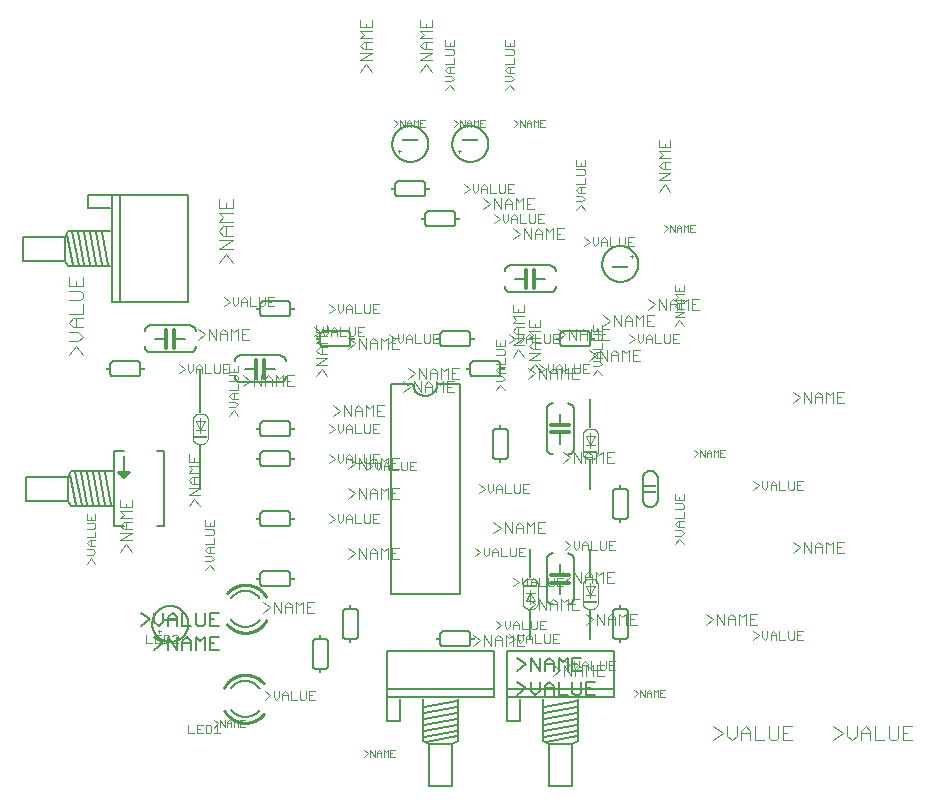
<source format=gto>
G75*
%MOIN*%
%OFA0B0*%
%FSLAX25Y25*%
%IPPOS*%
%LPD*%
%AMOC8*
5,1,8,0,0,1.08239X$1,22.5*
%
%ADD10C,0.00200*%
%ADD11C,0.00600*%
%ADD12C,0.01200*%
%ADD13C,0.00300*%
%ADD14C,0.00500*%
%ADD15C,0.00400*%
%ADD16R,0.00800X0.12200*%
%ADD17R,0.05000X0.01000*%
%ADD18R,0.01500X0.01000*%
%ADD19C,0.00800*%
%ADD20R,0.05400X0.00900*%
%ADD21R,0.01000X0.01500*%
%ADD22R,0.00800X0.07200*%
%ADD23C,0.01000*%
%ADD24R,0.04000X0.01000*%
D10*
X0110125Y0021017D02*
X0111593Y0022118D01*
X0110125Y0023219D01*
X0112335Y0023219D02*
X0113803Y0021017D01*
X0113803Y0023219D01*
X0114545Y0022485D02*
X0115279Y0023219D01*
X0116013Y0022485D01*
X0116013Y0021017D01*
X0116755Y0021017D02*
X0116755Y0023219D01*
X0117489Y0022485D01*
X0118223Y0023219D01*
X0118223Y0021017D01*
X0118965Y0021017D02*
X0120433Y0021017D01*
X0119699Y0022118D02*
X0118965Y0022118D01*
X0118965Y0023219D02*
X0118965Y0021017D01*
X0118965Y0023219D02*
X0120433Y0023219D01*
X0116013Y0022118D02*
X0114545Y0022118D01*
X0114545Y0022485D02*
X0114545Y0021017D01*
X0112335Y0021017D02*
X0112335Y0023219D01*
X0160125Y0013219D02*
X0161593Y0012118D01*
X0160125Y0011017D01*
X0162335Y0011017D02*
X0162335Y0013219D01*
X0163803Y0011017D01*
X0163803Y0013219D01*
X0164545Y0012485D02*
X0165279Y0013219D01*
X0166013Y0012485D01*
X0166013Y0011017D01*
X0166755Y0011017D02*
X0166755Y0013219D01*
X0167489Y0012485D01*
X0168223Y0013219D01*
X0168223Y0011017D01*
X0168965Y0011017D02*
X0170433Y0011017D01*
X0169699Y0012118D02*
X0168965Y0012118D01*
X0168965Y0013219D02*
X0168965Y0011017D01*
X0168965Y0013219D02*
X0170433Y0013219D01*
X0166013Y0012118D02*
X0164545Y0012118D01*
X0164545Y0012485D02*
X0164545Y0011017D01*
X0250125Y0031017D02*
X0251593Y0032118D01*
X0250125Y0033219D01*
X0252335Y0033219D02*
X0253803Y0031017D01*
X0253803Y0033219D01*
X0254545Y0032485D02*
X0255279Y0033219D01*
X0256013Y0032485D01*
X0256013Y0031017D01*
X0256755Y0031017D02*
X0256755Y0033219D01*
X0257489Y0032485D01*
X0258223Y0033219D01*
X0258223Y0031017D01*
X0258965Y0031017D02*
X0260433Y0031017D01*
X0259699Y0032118D02*
X0258965Y0032118D01*
X0258965Y0033219D02*
X0258965Y0031017D01*
X0258965Y0033219D02*
X0260433Y0033219D01*
X0256013Y0032118D02*
X0254545Y0032118D01*
X0254545Y0032485D02*
X0254545Y0031017D01*
X0252335Y0031017D02*
X0252335Y0033219D01*
X0270125Y0111017D02*
X0271593Y0112118D01*
X0270125Y0113219D01*
X0272335Y0113219D02*
X0273803Y0111017D01*
X0273803Y0113219D01*
X0274545Y0112485D02*
X0274545Y0111017D01*
X0274545Y0112118D02*
X0276013Y0112118D01*
X0276013Y0112485D02*
X0276013Y0111017D01*
X0276755Y0111017D02*
X0276755Y0113219D01*
X0277489Y0112485D01*
X0278223Y0113219D01*
X0278223Y0111017D01*
X0278965Y0111017D02*
X0280433Y0111017D01*
X0279699Y0112118D02*
X0278965Y0112118D01*
X0278965Y0113219D02*
X0278965Y0111017D01*
X0278965Y0113219D02*
X0280433Y0113219D01*
X0276013Y0112485D02*
X0275279Y0113219D01*
X0274545Y0112485D01*
X0272335Y0113219D02*
X0272335Y0111017D01*
X0270433Y0186017D02*
X0268965Y0186017D01*
X0268965Y0188219D01*
X0270433Y0188219D01*
X0269699Y0187118D02*
X0268965Y0187118D01*
X0268223Y0188219D02*
X0268223Y0186017D01*
X0266755Y0186017D02*
X0266755Y0188219D01*
X0267489Y0187485D01*
X0268223Y0188219D01*
X0266013Y0187485D02*
X0266013Y0186017D01*
X0266013Y0187118D02*
X0264545Y0187118D01*
X0264545Y0187485D02*
X0264545Y0186017D01*
X0263803Y0186017D02*
X0263803Y0188219D01*
X0264545Y0187485D02*
X0265279Y0188219D01*
X0266013Y0187485D01*
X0263803Y0186017D02*
X0262335Y0188219D01*
X0262335Y0186017D01*
X0261593Y0187118D02*
X0260125Y0186017D01*
X0261593Y0187118D02*
X0260125Y0188219D01*
X0220433Y0221017D02*
X0218965Y0221017D01*
X0218965Y0223219D01*
X0220433Y0223219D01*
X0219699Y0222118D02*
X0218965Y0222118D01*
X0218223Y0223219D02*
X0218223Y0221017D01*
X0216755Y0221017D02*
X0216755Y0223219D01*
X0217489Y0222485D01*
X0218223Y0223219D01*
X0216013Y0222485D02*
X0216013Y0221017D01*
X0216013Y0222118D02*
X0214545Y0222118D01*
X0214545Y0222485D02*
X0215279Y0223219D01*
X0216013Y0222485D01*
X0214545Y0222485D02*
X0214545Y0221017D01*
X0213803Y0221017D02*
X0213803Y0223219D01*
X0212335Y0223219D02*
X0213803Y0221017D01*
X0212335Y0221017D02*
X0212335Y0223219D01*
X0211593Y0222118D02*
X0210125Y0221017D01*
X0211593Y0222118D02*
X0210125Y0223219D01*
X0200433Y0223219D02*
X0198965Y0223219D01*
X0198965Y0221017D01*
X0200433Y0221017D01*
X0199699Y0222118D02*
X0198965Y0222118D01*
X0198223Y0223219D02*
X0198223Y0221017D01*
X0196755Y0221017D02*
X0196755Y0223219D01*
X0197489Y0222485D01*
X0198223Y0223219D01*
X0196013Y0222485D02*
X0196013Y0221017D01*
X0196013Y0222118D02*
X0194545Y0222118D01*
X0194545Y0222485D02*
X0195279Y0223219D01*
X0196013Y0222485D01*
X0194545Y0222485D02*
X0194545Y0221017D01*
X0193803Y0221017D02*
X0193803Y0223219D01*
X0192335Y0223219D02*
X0193803Y0221017D01*
X0192335Y0221017D02*
X0192335Y0223219D01*
X0191593Y0222118D02*
X0190125Y0221017D01*
X0191593Y0222118D02*
X0190125Y0223219D01*
X0180433Y0223219D02*
X0178965Y0223219D01*
X0178965Y0221017D01*
X0180433Y0221017D01*
X0179699Y0222118D02*
X0178965Y0222118D01*
X0178223Y0223219D02*
X0178223Y0221017D01*
X0176755Y0221017D02*
X0176755Y0223219D01*
X0177489Y0222485D01*
X0178223Y0223219D01*
X0176013Y0222485D02*
X0176013Y0221017D01*
X0176013Y0222118D02*
X0174545Y0222118D01*
X0174545Y0222485D02*
X0175279Y0223219D01*
X0176013Y0222485D01*
X0174545Y0222485D02*
X0174545Y0221017D01*
X0173803Y0221017D02*
X0173803Y0223219D01*
X0172335Y0223219D02*
X0172335Y0221017D01*
X0171593Y0222118D02*
X0170125Y0221017D01*
X0171593Y0222118D02*
X0170125Y0223219D01*
X0172335Y0223219D02*
X0173803Y0221017D01*
D11*
X0171661Y0202837D02*
X0179661Y0202837D01*
X0179721Y0202835D01*
X0179782Y0202830D01*
X0179841Y0202821D01*
X0179900Y0202808D01*
X0179959Y0202792D01*
X0180016Y0202772D01*
X0180071Y0202749D01*
X0180126Y0202722D01*
X0180178Y0202693D01*
X0180229Y0202660D01*
X0180278Y0202624D01*
X0180324Y0202586D01*
X0180368Y0202544D01*
X0180410Y0202500D01*
X0180448Y0202454D01*
X0180484Y0202405D01*
X0180517Y0202354D01*
X0180546Y0202302D01*
X0180573Y0202247D01*
X0180596Y0202192D01*
X0180616Y0202135D01*
X0180632Y0202076D01*
X0180645Y0202017D01*
X0180654Y0201958D01*
X0180659Y0201897D01*
X0180661Y0201837D01*
X0180661Y0198837D01*
X0180659Y0198777D01*
X0180654Y0198716D01*
X0180645Y0198657D01*
X0180632Y0198598D01*
X0180616Y0198539D01*
X0180596Y0198482D01*
X0180573Y0198427D01*
X0180546Y0198372D01*
X0180517Y0198320D01*
X0180484Y0198269D01*
X0180448Y0198220D01*
X0180410Y0198174D01*
X0180368Y0198130D01*
X0180324Y0198088D01*
X0180278Y0198050D01*
X0180229Y0198014D01*
X0180178Y0197981D01*
X0180126Y0197952D01*
X0180071Y0197925D01*
X0180016Y0197902D01*
X0179959Y0197882D01*
X0179900Y0197866D01*
X0179841Y0197853D01*
X0179782Y0197844D01*
X0179721Y0197839D01*
X0179661Y0197837D01*
X0171661Y0197837D01*
X0171601Y0197839D01*
X0171540Y0197844D01*
X0171481Y0197853D01*
X0171422Y0197866D01*
X0171363Y0197882D01*
X0171306Y0197902D01*
X0171251Y0197925D01*
X0171196Y0197952D01*
X0171144Y0197981D01*
X0171093Y0198014D01*
X0171044Y0198050D01*
X0170998Y0198088D01*
X0170954Y0198130D01*
X0170912Y0198174D01*
X0170874Y0198220D01*
X0170838Y0198269D01*
X0170805Y0198320D01*
X0170776Y0198372D01*
X0170749Y0198427D01*
X0170726Y0198482D01*
X0170706Y0198539D01*
X0170690Y0198598D01*
X0170677Y0198657D01*
X0170668Y0198716D01*
X0170663Y0198777D01*
X0170661Y0198837D01*
X0170661Y0201837D01*
X0170663Y0201897D01*
X0170668Y0201958D01*
X0170677Y0202017D01*
X0170690Y0202076D01*
X0170706Y0202135D01*
X0170726Y0202192D01*
X0170749Y0202247D01*
X0170776Y0202302D01*
X0170805Y0202354D01*
X0170838Y0202405D01*
X0170874Y0202454D01*
X0170912Y0202500D01*
X0170954Y0202544D01*
X0170998Y0202586D01*
X0171044Y0202624D01*
X0171093Y0202660D01*
X0171144Y0202693D01*
X0171196Y0202722D01*
X0171251Y0202749D01*
X0171306Y0202772D01*
X0171363Y0202792D01*
X0171422Y0202808D01*
X0171481Y0202821D01*
X0171540Y0202830D01*
X0171601Y0202835D01*
X0171661Y0202837D01*
X0171601Y0202835D01*
X0171540Y0202830D01*
X0171481Y0202821D01*
X0171422Y0202808D01*
X0171363Y0202792D01*
X0171306Y0202772D01*
X0171251Y0202749D01*
X0171196Y0202722D01*
X0171144Y0202693D01*
X0171093Y0202660D01*
X0171044Y0202624D01*
X0170998Y0202586D01*
X0170954Y0202544D01*
X0170912Y0202500D01*
X0170874Y0202454D01*
X0170838Y0202405D01*
X0170805Y0202354D01*
X0170776Y0202302D01*
X0170749Y0202247D01*
X0170726Y0202192D01*
X0170706Y0202135D01*
X0170690Y0202076D01*
X0170677Y0202017D01*
X0170668Y0201958D01*
X0170663Y0201897D01*
X0170661Y0201837D01*
X0170661Y0198837D02*
X0170663Y0198777D01*
X0170668Y0198716D01*
X0170677Y0198657D01*
X0170690Y0198598D01*
X0170706Y0198539D01*
X0170726Y0198482D01*
X0170749Y0198427D01*
X0170776Y0198372D01*
X0170805Y0198320D01*
X0170838Y0198269D01*
X0170874Y0198220D01*
X0170912Y0198174D01*
X0170954Y0198130D01*
X0170998Y0198088D01*
X0171044Y0198050D01*
X0171093Y0198014D01*
X0171144Y0197981D01*
X0171196Y0197952D01*
X0171251Y0197925D01*
X0171306Y0197902D01*
X0171363Y0197882D01*
X0171422Y0197866D01*
X0171481Y0197853D01*
X0171540Y0197844D01*
X0171601Y0197839D01*
X0171661Y0197837D01*
X0179661Y0197837D02*
X0179721Y0197839D01*
X0179782Y0197844D01*
X0179841Y0197853D01*
X0179900Y0197866D01*
X0179959Y0197882D01*
X0180016Y0197902D01*
X0180071Y0197925D01*
X0180126Y0197952D01*
X0180178Y0197981D01*
X0180229Y0198014D01*
X0180278Y0198050D01*
X0180324Y0198088D01*
X0180368Y0198130D01*
X0180410Y0198174D01*
X0180448Y0198220D01*
X0180484Y0198269D01*
X0180517Y0198320D01*
X0180546Y0198372D01*
X0180573Y0198427D01*
X0180596Y0198482D01*
X0180616Y0198539D01*
X0180632Y0198598D01*
X0180645Y0198657D01*
X0180654Y0198716D01*
X0180659Y0198777D01*
X0180661Y0198837D01*
X0180661Y0201837D02*
X0180659Y0201897D01*
X0180654Y0201958D01*
X0180645Y0202017D01*
X0180632Y0202076D01*
X0180616Y0202135D01*
X0180596Y0202192D01*
X0180573Y0202247D01*
X0180546Y0202302D01*
X0180517Y0202354D01*
X0180484Y0202405D01*
X0180448Y0202454D01*
X0180410Y0202500D01*
X0180368Y0202544D01*
X0180324Y0202586D01*
X0180278Y0202624D01*
X0180229Y0202660D01*
X0180178Y0202693D01*
X0180126Y0202722D01*
X0180071Y0202749D01*
X0180016Y0202772D01*
X0179959Y0202792D01*
X0179900Y0202808D01*
X0179841Y0202821D01*
X0179782Y0202830D01*
X0179721Y0202835D01*
X0179661Y0202837D01*
X0181661Y0192837D02*
X0189661Y0192837D01*
X0189721Y0192835D01*
X0189782Y0192830D01*
X0189841Y0192821D01*
X0189900Y0192808D01*
X0189959Y0192792D01*
X0190016Y0192772D01*
X0190071Y0192749D01*
X0190126Y0192722D01*
X0190178Y0192693D01*
X0190229Y0192660D01*
X0190278Y0192624D01*
X0190324Y0192586D01*
X0190368Y0192544D01*
X0190410Y0192500D01*
X0190448Y0192454D01*
X0190484Y0192405D01*
X0190517Y0192354D01*
X0190546Y0192302D01*
X0190573Y0192247D01*
X0190596Y0192192D01*
X0190616Y0192135D01*
X0190632Y0192076D01*
X0190645Y0192017D01*
X0190654Y0191958D01*
X0190659Y0191897D01*
X0190661Y0191837D01*
X0190661Y0188837D01*
X0190659Y0188777D01*
X0190654Y0188716D01*
X0190645Y0188657D01*
X0190632Y0188598D01*
X0190616Y0188539D01*
X0190596Y0188482D01*
X0190573Y0188427D01*
X0190546Y0188372D01*
X0190517Y0188320D01*
X0190484Y0188269D01*
X0190448Y0188220D01*
X0190410Y0188174D01*
X0190368Y0188130D01*
X0190324Y0188088D01*
X0190278Y0188050D01*
X0190229Y0188014D01*
X0190178Y0187981D01*
X0190126Y0187952D01*
X0190071Y0187925D01*
X0190016Y0187902D01*
X0189959Y0187882D01*
X0189900Y0187866D01*
X0189841Y0187853D01*
X0189782Y0187844D01*
X0189721Y0187839D01*
X0189661Y0187837D01*
X0181661Y0187837D01*
X0181601Y0187839D01*
X0181540Y0187844D01*
X0181481Y0187853D01*
X0181422Y0187866D01*
X0181363Y0187882D01*
X0181306Y0187902D01*
X0181251Y0187925D01*
X0181196Y0187952D01*
X0181144Y0187981D01*
X0181093Y0188014D01*
X0181044Y0188050D01*
X0180998Y0188088D01*
X0180954Y0188130D01*
X0180912Y0188174D01*
X0180874Y0188220D01*
X0180838Y0188269D01*
X0180805Y0188320D01*
X0180776Y0188372D01*
X0180749Y0188427D01*
X0180726Y0188482D01*
X0180706Y0188539D01*
X0180690Y0188598D01*
X0180677Y0188657D01*
X0180668Y0188716D01*
X0180663Y0188777D01*
X0180661Y0188837D01*
X0180661Y0191837D01*
X0180663Y0191897D01*
X0180668Y0191958D01*
X0180677Y0192017D01*
X0180690Y0192076D01*
X0180706Y0192135D01*
X0180726Y0192192D01*
X0180749Y0192247D01*
X0180776Y0192302D01*
X0180805Y0192354D01*
X0180838Y0192405D01*
X0180874Y0192454D01*
X0180912Y0192500D01*
X0180954Y0192544D01*
X0180998Y0192586D01*
X0181044Y0192624D01*
X0181093Y0192660D01*
X0181144Y0192693D01*
X0181196Y0192722D01*
X0181251Y0192749D01*
X0181306Y0192772D01*
X0181363Y0192792D01*
X0181422Y0192808D01*
X0181481Y0192821D01*
X0181540Y0192830D01*
X0181601Y0192835D01*
X0181661Y0192837D01*
X0181601Y0192835D01*
X0181540Y0192830D01*
X0181481Y0192821D01*
X0181422Y0192808D01*
X0181363Y0192792D01*
X0181306Y0192772D01*
X0181251Y0192749D01*
X0181196Y0192722D01*
X0181144Y0192693D01*
X0181093Y0192660D01*
X0181044Y0192624D01*
X0180998Y0192586D01*
X0180954Y0192544D01*
X0180912Y0192500D01*
X0180874Y0192454D01*
X0180838Y0192405D01*
X0180805Y0192354D01*
X0180776Y0192302D01*
X0180749Y0192247D01*
X0180726Y0192192D01*
X0180706Y0192135D01*
X0180690Y0192076D01*
X0180677Y0192017D01*
X0180668Y0191958D01*
X0180663Y0191897D01*
X0180661Y0191837D01*
X0180661Y0188837D02*
X0180663Y0188777D01*
X0180668Y0188716D01*
X0180677Y0188657D01*
X0180690Y0188598D01*
X0180706Y0188539D01*
X0180726Y0188482D01*
X0180749Y0188427D01*
X0180776Y0188372D01*
X0180805Y0188320D01*
X0180838Y0188269D01*
X0180874Y0188220D01*
X0180912Y0188174D01*
X0180954Y0188130D01*
X0180998Y0188088D01*
X0181044Y0188050D01*
X0181093Y0188014D01*
X0181144Y0187981D01*
X0181196Y0187952D01*
X0181251Y0187925D01*
X0181306Y0187902D01*
X0181363Y0187882D01*
X0181422Y0187866D01*
X0181481Y0187853D01*
X0181540Y0187844D01*
X0181601Y0187839D01*
X0181661Y0187837D01*
X0189661Y0187837D02*
X0189721Y0187839D01*
X0189782Y0187844D01*
X0189841Y0187853D01*
X0189900Y0187866D01*
X0189959Y0187882D01*
X0190016Y0187902D01*
X0190071Y0187925D01*
X0190126Y0187952D01*
X0190178Y0187981D01*
X0190229Y0188014D01*
X0190278Y0188050D01*
X0190324Y0188088D01*
X0190368Y0188130D01*
X0190410Y0188174D01*
X0190448Y0188220D01*
X0190484Y0188269D01*
X0190517Y0188320D01*
X0190546Y0188372D01*
X0190573Y0188427D01*
X0190596Y0188482D01*
X0190616Y0188539D01*
X0190632Y0188598D01*
X0190645Y0188657D01*
X0190654Y0188716D01*
X0190659Y0188777D01*
X0190661Y0188837D01*
X0190661Y0191837D02*
X0190659Y0191897D01*
X0190654Y0191958D01*
X0190645Y0192017D01*
X0190632Y0192076D01*
X0190616Y0192135D01*
X0190596Y0192192D01*
X0190573Y0192247D01*
X0190546Y0192302D01*
X0190517Y0192354D01*
X0190484Y0192405D01*
X0190448Y0192454D01*
X0190410Y0192500D01*
X0190368Y0192544D01*
X0190324Y0192586D01*
X0190278Y0192624D01*
X0190229Y0192660D01*
X0190178Y0192693D01*
X0190126Y0192722D01*
X0190071Y0192749D01*
X0190016Y0192772D01*
X0189959Y0192792D01*
X0189900Y0192808D01*
X0189841Y0192821D01*
X0189782Y0192830D01*
X0189721Y0192835D01*
X0189661Y0192837D01*
X0209161Y0174837D02*
X0222161Y0174837D01*
X0222248Y0174835D01*
X0222335Y0174829D01*
X0222422Y0174820D01*
X0222508Y0174807D01*
X0222594Y0174790D01*
X0222679Y0174769D01*
X0222762Y0174744D01*
X0222845Y0174716D01*
X0222926Y0174685D01*
X0223006Y0174650D01*
X0223084Y0174611D01*
X0223161Y0174569D01*
X0223236Y0174524D01*
X0223308Y0174475D01*
X0223379Y0174424D01*
X0223447Y0174369D01*
X0223512Y0174312D01*
X0223575Y0174251D01*
X0223636Y0174188D01*
X0223693Y0174123D01*
X0223748Y0174055D01*
X0223799Y0173984D01*
X0223848Y0173912D01*
X0223893Y0173837D01*
X0223935Y0173760D01*
X0223974Y0173682D01*
X0224009Y0173602D01*
X0224040Y0173521D01*
X0224068Y0173438D01*
X0224093Y0173355D01*
X0224114Y0173270D01*
X0224131Y0173184D01*
X0224144Y0173098D01*
X0224153Y0173011D01*
X0224159Y0172924D01*
X0224161Y0172837D01*
X0220661Y0170337D02*
X0216861Y0170337D01*
X0214361Y0170337D02*
X0210661Y0170337D01*
X0207161Y0167837D02*
X0207163Y0167750D01*
X0207169Y0167663D01*
X0207178Y0167576D01*
X0207191Y0167490D01*
X0207208Y0167404D01*
X0207229Y0167319D01*
X0207254Y0167236D01*
X0207282Y0167153D01*
X0207313Y0167072D01*
X0207348Y0166992D01*
X0207387Y0166914D01*
X0207429Y0166837D01*
X0207474Y0166762D01*
X0207523Y0166690D01*
X0207574Y0166619D01*
X0207629Y0166551D01*
X0207686Y0166486D01*
X0207747Y0166423D01*
X0207810Y0166362D01*
X0207875Y0166305D01*
X0207943Y0166250D01*
X0208014Y0166199D01*
X0208086Y0166150D01*
X0208161Y0166105D01*
X0208238Y0166063D01*
X0208316Y0166024D01*
X0208396Y0165989D01*
X0208477Y0165958D01*
X0208560Y0165930D01*
X0208643Y0165905D01*
X0208728Y0165884D01*
X0208814Y0165867D01*
X0208900Y0165854D01*
X0208987Y0165845D01*
X0209074Y0165839D01*
X0209161Y0165837D01*
X0222161Y0165837D01*
X0222248Y0165839D01*
X0222335Y0165845D01*
X0222422Y0165854D01*
X0222508Y0165867D01*
X0222594Y0165884D01*
X0222679Y0165905D01*
X0222762Y0165930D01*
X0222845Y0165958D01*
X0222926Y0165989D01*
X0223006Y0166024D01*
X0223084Y0166063D01*
X0223161Y0166105D01*
X0223236Y0166150D01*
X0223308Y0166199D01*
X0223379Y0166250D01*
X0223447Y0166305D01*
X0223512Y0166362D01*
X0223575Y0166423D01*
X0223636Y0166486D01*
X0223693Y0166551D01*
X0223748Y0166619D01*
X0223799Y0166690D01*
X0223848Y0166762D01*
X0223893Y0166837D01*
X0223935Y0166914D01*
X0223974Y0166992D01*
X0224009Y0167072D01*
X0224040Y0167153D01*
X0224068Y0167236D01*
X0224093Y0167319D01*
X0224114Y0167404D01*
X0224131Y0167490D01*
X0224144Y0167576D01*
X0224153Y0167663D01*
X0224159Y0167750D01*
X0224161Y0167837D01*
X0209161Y0174837D02*
X0209074Y0174835D01*
X0208987Y0174829D01*
X0208900Y0174820D01*
X0208814Y0174807D01*
X0208728Y0174790D01*
X0208643Y0174769D01*
X0208560Y0174744D01*
X0208477Y0174716D01*
X0208396Y0174685D01*
X0208316Y0174650D01*
X0208238Y0174611D01*
X0208161Y0174569D01*
X0208086Y0174524D01*
X0208014Y0174475D01*
X0207943Y0174424D01*
X0207875Y0174369D01*
X0207810Y0174312D01*
X0207747Y0174251D01*
X0207686Y0174188D01*
X0207629Y0174123D01*
X0207574Y0174055D01*
X0207523Y0173984D01*
X0207474Y0173912D01*
X0207429Y0173837D01*
X0207387Y0173760D01*
X0207348Y0173682D01*
X0207313Y0173602D01*
X0207282Y0173521D01*
X0207254Y0173438D01*
X0207229Y0173355D01*
X0207208Y0173270D01*
X0207191Y0173184D01*
X0207178Y0173098D01*
X0207169Y0173011D01*
X0207163Y0172924D01*
X0207161Y0172837D01*
X0194661Y0152837D02*
X0186661Y0152837D01*
X0186601Y0152835D01*
X0186540Y0152830D01*
X0186481Y0152821D01*
X0186422Y0152808D01*
X0186363Y0152792D01*
X0186306Y0152772D01*
X0186251Y0152749D01*
X0186196Y0152722D01*
X0186144Y0152693D01*
X0186093Y0152660D01*
X0186044Y0152624D01*
X0185998Y0152586D01*
X0185954Y0152544D01*
X0185912Y0152500D01*
X0185874Y0152454D01*
X0185838Y0152405D01*
X0185805Y0152354D01*
X0185776Y0152302D01*
X0185749Y0152247D01*
X0185726Y0152192D01*
X0185706Y0152135D01*
X0185690Y0152076D01*
X0185677Y0152017D01*
X0185668Y0151958D01*
X0185663Y0151897D01*
X0185661Y0151837D01*
X0185661Y0148837D01*
X0185663Y0148777D01*
X0185668Y0148716D01*
X0185677Y0148657D01*
X0185690Y0148598D01*
X0185706Y0148539D01*
X0185726Y0148482D01*
X0185749Y0148427D01*
X0185776Y0148372D01*
X0185805Y0148320D01*
X0185838Y0148269D01*
X0185874Y0148220D01*
X0185912Y0148174D01*
X0185954Y0148130D01*
X0185998Y0148088D01*
X0186044Y0148050D01*
X0186093Y0148014D01*
X0186144Y0147981D01*
X0186196Y0147952D01*
X0186251Y0147925D01*
X0186306Y0147902D01*
X0186363Y0147882D01*
X0186422Y0147866D01*
X0186481Y0147853D01*
X0186540Y0147844D01*
X0186601Y0147839D01*
X0186661Y0147837D01*
X0194661Y0147837D01*
X0194721Y0147839D01*
X0194782Y0147844D01*
X0194841Y0147853D01*
X0194900Y0147866D01*
X0194959Y0147882D01*
X0195016Y0147902D01*
X0195071Y0147925D01*
X0195126Y0147952D01*
X0195178Y0147981D01*
X0195229Y0148014D01*
X0195278Y0148050D01*
X0195324Y0148088D01*
X0195368Y0148130D01*
X0195410Y0148174D01*
X0195448Y0148220D01*
X0195484Y0148269D01*
X0195517Y0148320D01*
X0195546Y0148372D01*
X0195573Y0148427D01*
X0195596Y0148482D01*
X0195616Y0148539D01*
X0195632Y0148598D01*
X0195645Y0148657D01*
X0195654Y0148716D01*
X0195659Y0148777D01*
X0195661Y0148837D01*
X0195661Y0151837D01*
X0195659Y0151897D01*
X0195654Y0151958D01*
X0195645Y0152017D01*
X0195632Y0152076D01*
X0195616Y0152135D01*
X0195596Y0152192D01*
X0195573Y0152247D01*
X0195546Y0152302D01*
X0195517Y0152354D01*
X0195484Y0152405D01*
X0195448Y0152454D01*
X0195410Y0152500D01*
X0195368Y0152544D01*
X0195324Y0152586D01*
X0195278Y0152624D01*
X0195229Y0152660D01*
X0195178Y0152693D01*
X0195126Y0152722D01*
X0195071Y0152749D01*
X0195016Y0152772D01*
X0194959Y0152792D01*
X0194900Y0152808D01*
X0194841Y0152821D01*
X0194782Y0152830D01*
X0194721Y0152835D01*
X0194661Y0152837D01*
X0194721Y0152835D01*
X0194782Y0152830D01*
X0194841Y0152821D01*
X0194900Y0152808D01*
X0194959Y0152792D01*
X0195016Y0152772D01*
X0195071Y0152749D01*
X0195126Y0152722D01*
X0195178Y0152693D01*
X0195229Y0152660D01*
X0195278Y0152624D01*
X0195324Y0152586D01*
X0195368Y0152544D01*
X0195410Y0152500D01*
X0195448Y0152454D01*
X0195484Y0152405D01*
X0195517Y0152354D01*
X0195546Y0152302D01*
X0195573Y0152247D01*
X0195596Y0152192D01*
X0195616Y0152135D01*
X0195632Y0152076D01*
X0195645Y0152017D01*
X0195654Y0151958D01*
X0195659Y0151897D01*
X0195661Y0151837D01*
X0195661Y0148837D02*
X0195659Y0148777D01*
X0195654Y0148716D01*
X0195645Y0148657D01*
X0195632Y0148598D01*
X0195616Y0148539D01*
X0195596Y0148482D01*
X0195573Y0148427D01*
X0195546Y0148372D01*
X0195517Y0148320D01*
X0195484Y0148269D01*
X0195448Y0148220D01*
X0195410Y0148174D01*
X0195368Y0148130D01*
X0195324Y0148088D01*
X0195278Y0148050D01*
X0195229Y0148014D01*
X0195178Y0147981D01*
X0195126Y0147952D01*
X0195071Y0147925D01*
X0195016Y0147902D01*
X0194959Y0147882D01*
X0194900Y0147866D01*
X0194841Y0147853D01*
X0194782Y0147844D01*
X0194721Y0147839D01*
X0194661Y0147837D01*
X0196661Y0142837D02*
X0204661Y0142837D01*
X0204721Y0142835D01*
X0204782Y0142830D01*
X0204841Y0142821D01*
X0204900Y0142808D01*
X0204959Y0142792D01*
X0205016Y0142772D01*
X0205071Y0142749D01*
X0205126Y0142722D01*
X0205178Y0142693D01*
X0205229Y0142660D01*
X0205278Y0142624D01*
X0205324Y0142586D01*
X0205368Y0142544D01*
X0205410Y0142500D01*
X0205448Y0142454D01*
X0205484Y0142405D01*
X0205517Y0142354D01*
X0205546Y0142302D01*
X0205573Y0142247D01*
X0205596Y0142192D01*
X0205616Y0142135D01*
X0205632Y0142076D01*
X0205645Y0142017D01*
X0205654Y0141958D01*
X0205659Y0141897D01*
X0205661Y0141837D01*
X0205661Y0138837D01*
X0205659Y0138777D01*
X0205654Y0138716D01*
X0205645Y0138657D01*
X0205632Y0138598D01*
X0205616Y0138539D01*
X0205596Y0138482D01*
X0205573Y0138427D01*
X0205546Y0138372D01*
X0205517Y0138320D01*
X0205484Y0138269D01*
X0205448Y0138220D01*
X0205410Y0138174D01*
X0205368Y0138130D01*
X0205324Y0138088D01*
X0205278Y0138050D01*
X0205229Y0138014D01*
X0205178Y0137981D01*
X0205126Y0137952D01*
X0205071Y0137925D01*
X0205016Y0137902D01*
X0204959Y0137882D01*
X0204900Y0137866D01*
X0204841Y0137853D01*
X0204782Y0137844D01*
X0204721Y0137839D01*
X0204661Y0137837D01*
X0196661Y0137837D01*
X0196601Y0137839D01*
X0196540Y0137844D01*
X0196481Y0137853D01*
X0196422Y0137866D01*
X0196363Y0137882D01*
X0196306Y0137902D01*
X0196251Y0137925D01*
X0196196Y0137952D01*
X0196144Y0137981D01*
X0196093Y0138014D01*
X0196044Y0138050D01*
X0195998Y0138088D01*
X0195954Y0138130D01*
X0195912Y0138174D01*
X0195874Y0138220D01*
X0195838Y0138269D01*
X0195805Y0138320D01*
X0195776Y0138372D01*
X0195749Y0138427D01*
X0195726Y0138482D01*
X0195706Y0138539D01*
X0195690Y0138598D01*
X0195677Y0138657D01*
X0195668Y0138716D01*
X0195663Y0138777D01*
X0195661Y0138837D01*
X0195661Y0141837D01*
X0195663Y0141897D01*
X0195668Y0141958D01*
X0195677Y0142017D01*
X0195690Y0142076D01*
X0195706Y0142135D01*
X0195726Y0142192D01*
X0195749Y0142247D01*
X0195776Y0142302D01*
X0195805Y0142354D01*
X0195838Y0142405D01*
X0195874Y0142454D01*
X0195912Y0142500D01*
X0195954Y0142544D01*
X0195998Y0142586D01*
X0196044Y0142624D01*
X0196093Y0142660D01*
X0196144Y0142693D01*
X0196196Y0142722D01*
X0196251Y0142749D01*
X0196306Y0142772D01*
X0196363Y0142792D01*
X0196422Y0142808D01*
X0196481Y0142821D01*
X0196540Y0142830D01*
X0196601Y0142835D01*
X0196661Y0142837D01*
X0196601Y0142835D01*
X0196540Y0142830D01*
X0196481Y0142821D01*
X0196422Y0142808D01*
X0196363Y0142792D01*
X0196306Y0142772D01*
X0196251Y0142749D01*
X0196196Y0142722D01*
X0196144Y0142693D01*
X0196093Y0142660D01*
X0196044Y0142624D01*
X0195998Y0142586D01*
X0195954Y0142544D01*
X0195912Y0142500D01*
X0195874Y0142454D01*
X0195838Y0142405D01*
X0195805Y0142354D01*
X0195776Y0142302D01*
X0195749Y0142247D01*
X0195726Y0142192D01*
X0195706Y0142135D01*
X0195690Y0142076D01*
X0195677Y0142017D01*
X0195668Y0141958D01*
X0195663Y0141897D01*
X0195661Y0141837D01*
X0195661Y0138837D02*
X0195663Y0138777D01*
X0195668Y0138716D01*
X0195677Y0138657D01*
X0195690Y0138598D01*
X0195706Y0138539D01*
X0195726Y0138482D01*
X0195749Y0138427D01*
X0195776Y0138372D01*
X0195805Y0138320D01*
X0195838Y0138269D01*
X0195874Y0138220D01*
X0195912Y0138174D01*
X0195954Y0138130D01*
X0195998Y0138088D01*
X0196044Y0138050D01*
X0196093Y0138014D01*
X0196144Y0137981D01*
X0196196Y0137952D01*
X0196251Y0137925D01*
X0196306Y0137902D01*
X0196363Y0137882D01*
X0196422Y0137866D01*
X0196481Y0137853D01*
X0196540Y0137844D01*
X0196601Y0137839D01*
X0196661Y0137837D01*
X0192161Y0135337D02*
X0184661Y0135337D01*
X0184659Y0135211D01*
X0184653Y0135086D01*
X0184643Y0134961D01*
X0184629Y0134836D01*
X0184612Y0134711D01*
X0184590Y0134587D01*
X0184565Y0134464D01*
X0184535Y0134342D01*
X0184502Y0134221D01*
X0184465Y0134101D01*
X0184425Y0133982D01*
X0184380Y0133865D01*
X0184332Y0133748D01*
X0184280Y0133634D01*
X0184225Y0133521D01*
X0184166Y0133410D01*
X0184104Y0133301D01*
X0184038Y0133194D01*
X0183969Y0133089D01*
X0183897Y0132986D01*
X0183822Y0132885D01*
X0183743Y0132787D01*
X0183661Y0132692D01*
X0183577Y0132599D01*
X0183489Y0132509D01*
X0183399Y0132421D01*
X0183306Y0132337D01*
X0183211Y0132255D01*
X0183113Y0132176D01*
X0183012Y0132101D01*
X0182909Y0132029D01*
X0182804Y0131960D01*
X0182697Y0131894D01*
X0182588Y0131832D01*
X0182477Y0131773D01*
X0182364Y0131718D01*
X0182250Y0131666D01*
X0182133Y0131618D01*
X0182016Y0131573D01*
X0181897Y0131533D01*
X0181777Y0131496D01*
X0181656Y0131463D01*
X0181534Y0131433D01*
X0181411Y0131408D01*
X0181287Y0131386D01*
X0181162Y0131369D01*
X0181037Y0131355D01*
X0180912Y0131345D01*
X0180787Y0131339D01*
X0180661Y0131337D01*
X0180535Y0131339D01*
X0180410Y0131345D01*
X0180285Y0131355D01*
X0180160Y0131369D01*
X0180035Y0131386D01*
X0179911Y0131408D01*
X0179788Y0131433D01*
X0179666Y0131463D01*
X0179545Y0131496D01*
X0179425Y0131533D01*
X0179306Y0131573D01*
X0179189Y0131618D01*
X0179072Y0131666D01*
X0178958Y0131718D01*
X0178845Y0131773D01*
X0178734Y0131832D01*
X0178625Y0131894D01*
X0178518Y0131960D01*
X0178413Y0132029D01*
X0178310Y0132101D01*
X0178209Y0132176D01*
X0178111Y0132255D01*
X0178016Y0132337D01*
X0177923Y0132421D01*
X0177833Y0132509D01*
X0177745Y0132599D01*
X0177661Y0132692D01*
X0177579Y0132787D01*
X0177500Y0132885D01*
X0177425Y0132986D01*
X0177353Y0133089D01*
X0177284Y0133194D01*
X0177218Y0133301D01*
X0177156Y0133410D01*
X0177097Y0133521D01*
X0177042Y0133634D01*
X0176990Y0133748D01*
X0176942Y0133865D01*
X0176897Y0133982D01*
X0176857Y0134101D01*
X0176820Y0134221D01*
X0176787Y0134342D01*
X0176757Y0134464D01*
X0176732Y0134587D01*
X0176710Y0134711D01*
X0176693Y0134836D01*
X0176679Y0134961D01*
X0176669Y0135086D01*
X0176663Y0135211D01*
X0176661Y0135337D01*
X0169161Y0135337D01*
X0169161Y0065337D01*
X0192161Y0065337D01*
X0192161Y0135337D01*
X0204661Y0137837D02*
X0204721Y0137839D01*
X0204782Y0137844D01*
X0204841Y0137853D01*
X0204900Y0137866D01*
X0204959Y0137882D01*
X0205016Y0137902D01*
X0205071Y0137925D01*
X0205126Y0137952D01*
X0205178Y0137981D01*
X0205229Y0138014D01*
X0205278Y0138050D01*
X0205324Y0138088D01*
X0205368Y0138130D01*
X0205410Y0138174D01*
X0205448Y0138220D01*
X0205484Y0138269D01*
X0205517Y0138320D01*
X0205546Y0138372D01*
X0205573Y0138427D01*
X0205596Y0138482D01*
X0205616Y0138539D01*
X0205632Y0138598D01*
X0205645Y0138657D01*
X0205654Y0138716D01*
X0205659Y0138777D01*
X0205661Y0138837D01*
X0205661Y0141837D02*
X0205659Y0141897D01*
X0205654Y0141958D01*
X0205645Y0142017D01*
X0205632Y0142076D01*
X0205616Y0142135D01*
X0205596Y0142192D01*
X0205573Y0142247D01*
X0205546Y0142302D01*
X0205517Y0142354D01*
X0205484Y0142405D01*
X0205448Y0142454D01*
X0205410Y0142500D01*
X0205368Y0142544D01*
X0205324Y0142586D01*
X0205278Y0142624D01*
X0205229Y0142660D01*
X0205178Y0142693D01*
X0205126Y0142722D01*
X0205071Y0142749D01*
X0205016Y0142772D01*
X0204959Y0142792D01*
X0204900Y0142808D01*
X0204841Y0142821D01*
X0204782Y0142830D01*
X0204721Y0142835D01*
X0204661Y0142837D01*
X0186661Y0147837D02*
X0186601Y0147839D01*
X0186540Y0147844D01*
X0186481Y0147853D01*
X0186422Y0147866D01*
X0186363Y0147882D01*
X0186306Y0147902D01*
X0186251Y0147925D01*
X0186196Y0147952D01*
X0186144Y0147981D01*
X0186093Y0148014D01*
X0186044Y0148050D01*
X0185998Y0148088D01*
X0185954Y0148130D01*
X0185912Y0148174D01*
X0185874Y0148220D01*
X0185838Y0148269D01*
X0185805Y0148320D01*
X0185776Y0148372D01*
X0185749Y0148427D01*
X0185726Y0148482D01*
X0185706Y0148539D01*
X0185690Y0148598D01*
X0185677Y0148657D01*
X0185668Y0148716D01*
X0185663Y0148777D01*
X0185661Y0148837D01*
X0185661Y0151837D02*
X0185663Y0151897D01*
X0185668Y0151958D01*
X0185677Y0152017D01*
X0185690Y0152076D01*
X0185706Y0152135D01*
X0185726Y0152192D01*
X0185749Y0152247D01*
X0185776Y0152302D01*
X0185805Y0152354D01*
X0185838Y0152405D01*
X0185874Y0152454D01*
X0185912Y0152500D01*
X0185954Y0152544D01*
X0185998Y0152586D01*
X0186044Y0152624D01*
X0186093Y0152660D01*
X0186144Y0152693D01*
X0186196Y0152722D01*
X0186251Y0152749D01*
X0186306Y0152772D01*
X0186363Y0152792D01*
X0186422Y0152808D01*
X0186481Y0152821D01*
X0186540Y0152830D01*
X0186601Y0152835D01*
X0186661Y0152837D01*
X0155661Y0151837D02*
X0155661Y0148837D01*
X0155659Y0148777D01*
X0155654Y0148716D01*
X0155645Y0148657D01*
X0155632Y0148598D01*
X0155616Y0148539D01*
X0155596Y0148482D01*
X0155573Y0148427D01*
X0155546Y0148372D01*
X0155517Y0148320D01*
X0155484Y0148269D01*
X0155448Y0148220D01*
X0155410Y0148174D01*
X0155368Y0148130D01*
X0155324Y0148088D01*
X0155278Y0148050D01*
X0155229Y0148014D01*
X0155178Y0147981D01*
X0155126Y0147952D01*
X0155071Y0147925D01*
X0155016Y0147902D01*
X0154959Y0147882D01*
X0154900Y0147866D01*
X0154841Y0147853D01*
X0154782Y0147844D01*
X0154721Y0147839D01*
X0154661Y0147837D01*
X0146661Y0147837D01*
X0146601Y0147839D01*
X0146540Y0147844D01*
X0146481Y0147853D01*
X0146422Y0147866D01*
X0146363Y0147882D01*
X0146306Y0147902D01*
X0146251Y0147925D01*
X0146196Y0147952D01*
X0146144Y0147981D01*
X0146093Y0148014D01*
X0146044Y0148050D01*
X0145998Y0148088D01*
X0145954Y0148130D01*
X0145912Y0148174D01*
X0145874Y0148220D01*
X0145838Y0148269D01*
X0145805Y0148320D01*
X0145776Y0148372D01*
X0145749Y0148427D01*
X0145726Y0148482D01*
X0145706Y0148539D01*
X0145690Y0148598D01*
X0145677Y0148657D01*
X0145668Y0148716D01*
X0145663Y0148777D01*
X0145661Y0148837D01*
X0145661Y0151837D01*
X0145663Y0151897D01*
X0145668Y0151958D01*
X0145677Y0152017D01*
X0145690Y0152076D01*
X0145706Y0152135D01*
X0145726Y0152192D01*
X0145749Y0152247D01*
X0145776Y0152302D01*
X0145805Y0152354D01*
X0145838Y0152405D01*
X0145874Y0152454D01*
X0145912Y0152500D01*
X0145954Y0152544D01*
X0145998Y0152586D01*
X0146044Y0152624D01*
X0146093Y0152660D01*
X0146144Y0152693D01*
X0146196Y0152722D01*
X0146251Y0152749D01*
X0146306Y0152772D01*
X0146363Y0152792D01*
X0146422Y0152808D01*
X0146481Y0152821D01*
X0146540Y0152830D01*
X0146601Y0152835D01*
X0146661Y0152837D01*
X0154661Y0152837D01*
X0154721Y0152835D01*
X0154782Y0152830D01*
X0154841Y0152821D01*
X0154900Y0152808D01*
X0154959Y0152792D01*
X0155016Y0152772D01*
X0155071Y0152749D01*
X0155126Y0152722D01*
X0155178Y0152693D01*
X0155229Y0152660D01*
X0155278Y0152624D01*
X0155324Y0152586D01*
X0155368Y0152544D01*
X0155410Y0152500D01*
X0155448Y0152454D01*
X0155484Y0152405D01*
X0155517Y0152354D01*
X0155546Y0152302D01*
X0155573Y0152247D01*
X0155596Y0152192D01*
X0155616Y0152135D01*
X0155632Y0152076D01*
X0155645Y0152017D01*
X0155654Y0151958D01*
X0155659Y0151897D01*
X0155661Y0151837D01*
X0155659Y0151897D01*
X0155654Y0151958D01*
X0155645Y0152017D01*
X0155632Y0152076D01*
X0155616Y0152135D01*
X0155596Y0152192D01*
X0155573Y0152247D01*
X0155546Y0152302D01*
X0155517Y0152354D01*
X0155484Y0152405D01*
X0155448Y0152454D01*
X0155410Y0152500D01*
X0155368Y0152544D01*
X0155324Y0152586D01*
X0155278Y0152624D01*
X0155229Y0152660D01*
X0155178Y0152693D01*
X0155126Y0152722D01*
X0155071Y0152749D01*
X0155016Y0152772D01*
X0154959Y0152792D01*
X0154900Y0152808D01*
X0154841Y0152821D01*
X0154782Y0152830D01*
X0154721Y0152835D01*
X0154661Y0152837D01*
X0155661Y0148837D02*
X0155659Y0148777D01*
X0155654Y0148716D01*
X0155645Y0148657D01*
X0155632Y0148598D01*
X0155616Y0148539D01*
X0155596Y0148482D01*
X0155573Y0148427D01*
X0155546Y0148372D01*
X0155517Y0148320D01*
X0155484Y0148269D01*
X0155448Y0148220D01*
X0155410Y0148174D01*
X0155368Y0148130D01*
X0155324Y0148088D01*
X0155278Y0148050D01*
X0155229Y0148014D01*
X0155178Y0147981D01*
X0155126Y0147952D01*
X0155071Y0147925D01*
X0155016Y0147902D01*
X0154959Y0147882D01*
X0154900Y0147866D01*
X0154841Y0147853D01*
X0154782Y0147844D01*
X0154721Y0147839D01*
X0154661Y0147837D01*
X0146661Y0147837D02*
X0146601Y0147839D01*
X0146540Y0147844D01*
X0146481Y0147853D01*
X0146422Y0147866D01*
X0146363Y0147882D01*
X0146306Y0147902D01*
X0146251Y0147925D01*
X0146196Y0147952D01*
X0146144Y0147981D01*
X0146093Y0148014D01*
X0146044Y0148050D01*
X0145998Y0148088D01*
X0145954Y0148130D01*
X0145912Y0148174D01*
X0145874Y0148220D01*
X0145838Y0148269D01*
X0145805Y0148320D01*
X0145776Y0148372D01*
X0145749Y0148427D01*
X0145726Y0148482D01*
X0145706Y0148539D01*
X0145690Y0148598D01*
X0145677Y0148657D01*
X0145668Y0148716D01*
X0145663Y0148777D01*
X0145661Y0148837D01*
X0145661Y0151837D02*
X0145663Y0151897D01*
X0145668Y0151958D01*
X0145677Y0152017D01*
X0145690Y0152076D01*
X0145706Y0152135D01*
X0145726Y0152192D01*
X0145749Y0152247D01*
X0145776Y0152302D01*
X0145805Y0152354D01*
X0145838Y0152405D01*
X0145874Y0152454D01*
X0145912Y0152500D01*
X0145954Y0152544D01*
X0145998Y0152586D01*
X0146044Y0152624D01*
X0146093Y0152660D01*
X0146144Y0152693D01*
X0146196Y0152722D01*
X0146251Y0152749D01*
X0146306Y0152772D01*
X0146363Y0152792D01*
X0146422Y0152808D01*
X0146481Y0152821D01*
X0146540Y0152830D01*
X0146601Y0152835D01*
X0146661Y0152837D01*
X0135661Y0158837D02*
X0135661Y0161837D01*
X0135659Y0161897D01*
X0135654Y0161958D01*
X0135645Y0162017D01*
X0135632Y0162076D01*
X0135616Y0162135D01*
X0135596Y0162192D01*
X0135573Y0162247D01*
X0135546Y0162302D01*
X0135517Y0162354D01*
X0135484Y0162405D01*
X0135448Y0162454D01*
X0135410Y0162500D01*
X0135368Y0162544D01*
X0135324Y0162586D01*
X0135278Y0162624D01*
X0135229Y0162660D01*
X0135178Y0162693D01*
X0135126Y0162722D01*
X0135071Y0162749D01*
X0135016Y0162772D01*
X0134959Y0162792D01*
X0134900Y0162808D01*
X0134841Y0162821D01*
X0134782Y0162830D01*
X0134721Y0162835D01*
X0134661Y0162837D01*
X0126661Y0162837D01*
X0126601Y0162835D01*
X0126540Y0162830D01*
X0126481Y0162821D01*
X0126422Y0162808D01*
X0126363Y0162792D01*
X0126306Y0162772D01*
X0126251Y0162749D01*
X0126196Y0162722D01*
X0126144Y0162693D01*
X0126093Y0162660D01*
X0126044Y0162624D01*
X0125998Y0162586D01*
X0125954Y0162544D01*
X0125912Y0162500D01*
X0125874Y0162454D01*
X0125838Y0162405D01*
X0125805Y0162354D01*
X0125776Y0162302D01*
X0125749Y0162247D01*
X0125726Y0162192D01*
X0125706Y0162135D01*
X0125690Y0162076D01*
X0125677Y0162017D01*
X0125668Y0161958D01*
X0125663Y0161897D01*
X0125661Y0161837D01*
X0125661Y0158837D01*
X0125663Y0158777D01*
X0125668Y0158716D01*
X0125677Y0158657D01*
X0125690Y0158598D01*
X0125706Y0158539D01*
X0125726Y0158482D01*
X0125749Y0158427D01*
X0125776Y0158372D01*
X0125805Y0158320D01*
X0125838Y0158269D01*
X0125874Y0158220D01*
X0125912Y0158174D01*
X0125954Y0158130D01*
X0125998Y0158088D01*
X0126044Y0158050D01*
X0126093Y0158014D01*
X0126144Y0157981D01*
X0126196Y0157952D01*
X0126251Y0157925D01*
X0126306Y0157902D01*
X0126363Y0157882D01*
X0126422Y0157866D01*
X0126481Y0157853D01*
X0126540Y0157844D01*
X0126601Y0157839D01*
X0126661Y0157837D01*
X0134661Y0157837D01*
X0134721Y0157839D01*
X0134782Y0157844D01*
X0134841Y0157853D01*
X0134900Y0157866D01*
X0134959Y0157882D01*
X0135016Y0157902D01*
X0135071Y0157925D01*
X0135126Y0157952D01*
X0135178Y0157981D01*
X0135229Y0158014D01*
X0135278Y0158050D01*
X0135324Y0158088D01*
X0135368Y0158130D01*
X0135410Y0158174D01*
X0135448Y0158220D01*
X0135484Y0158269D01*
X0135517Y0158320D01*
X0135546Y0158372D01*
X0135573Y0158427D01*
X0135596Y0158482D01*
X0135616Y0158539D01*
X0135632Y0158598D01*
X0135645Y0158657D01*
X0135654Y0158716D01*
X0135659Y0158777D01*
X0135661Y0158837D01*
X0135659Y0158777D01*
X0135654Y0158716D01*
X0135645Y0158657D01*
X0135632Y0158598D01*
X0135616Y0158539D01*
X0135596Y0158482D01*
X0135573Y0158427D01*
X0135546Y0158372D01*
X0135517Y0158320D01*
X0135484Y0158269D01*
X0135448Y0158220D01*
X0135410Y0158174D01*
X0135368Y0158130D01*
X0135324Y0158088D01*
X0135278Y0158050D01*
X0135229Y0158014D01*
X0135178Y0157981D01*
X0135126Y0157952D01*
X0135071Y0157925D01*
X0135016Y0157902D01*
X0134959Y0157882D01*
X0134900Y0157866D01*
X0134841Y0157853D01*
X0134782Y0157844D01*
X0134721Y0157839D01*
X0134661Y0157837D01*
X0135661Y0161837D02*
X0135659Y0161897D01*
X0135654Y0161958D01*
X0135645Y0162017D01*
X0135632Y0162076D01*
X0135616Y0162135D01*
X0135596Y0162192D01*
X0135573Y0162247D01*
X0135546Y0162302D01*
X0135517Y0162354D01*
X0135484Y0162405D01*
X0135448Y0162454D01*
X0135410Y0162500D01*
X0135368Y0162544D01*
X0135324Y0162586D01*
X0135278Y0162624D01*
X0135229Y0162660D01*
X0135178Y0162693D01*
X0135126Y0162722D01*
X0135071Y0162749D01*
X0135016Y0162772D01*
X0134959Y0162792D01*
X0134900Y0162808D01*
X0134841Y0162821D01*
X0134782Y0162830D01*
X0134721Y0162835D01*
X0134661Y0162837D01*
X0126661Y0162837D02*
X0126601Y0162835D01*
X0126540Y0162830D01*
X0126481Y0162821D01*
X0126422Y0162808D01*
X0126363Y0162792D01*
X0126306Y0162772D01*
X0126251Y0162749D01*
X0126196Y0162722D01*
X0126144Y0162693D01*
X0126093Y0162660D01*
X0126044Y0162624D01*
X0125998Y0162586D01*
X0125954Y0162544D01*
X0125912Y0162500D01*
X0125874Y0162454D01*
X0125838Y0162405D01*
X0125805Y0162354D01*
X0125776Y0162302D01*
X0125749Y0162247D01*
X0125726Y0162192D01*
X0125706Y0162135D01*
X0125690Y0162076D01*
X0125677Y0162017D01*
X0125668Y0161958D01*
X0125663Y0161897D01*
X0125661Y0161837D01*
X0125661Y0158837D02*
X0125663Y0158777D01*
X0125668Y0158716D01*
X0125677Y0158657D01*
X0125690Y0158598D01*
X0125706Y0158539D01*
X0125726Y0158482D01*
X0125749Y0158427D01*
X0125776Y0158372D01*
X0125805Y0158320D01*
X0125838Y0158269D01*
X0125874Y0158220D01*
X0125912Y0158174D01*
X0125954Y0158130D01*
X0125998Y0158088D01*
X0126044Y0158050D01*
X0126093Y0158014D01*
X0126144Y0157981D01*
X0126196Y0157952D01*
X0126251Y0157925D01*
X0126306Y0157902D01*
X0126363Y0157882D01*
X0126422Y0157866D01*
X0126481Y0157853D01*
X0126540Y0157844D01*
X0126601Y0157839D01*
X0126661Y0157837D01*
X0132161Y0144837D02*
X0119161Y0144837D01*
X0119074Y0144835D01*
X0118987Y0144829D01*
X0118900Y0144820D01*
X0118814Y0144807D01*
X0118728Y0144790D01*
X0118643Y0144769D01*
X0118560Y0144744D01*
X0118477Y0144716D01*
X0118396Y0144685D01*
X0118316Y0144650D01*
X0118238Y0144611D01*
X0118161Y0144569D01*
X0118086Y0144524D01*
X0118014Y0144475D01*
X0117943Y0144424D01*
X0117875Y0144369D01*
X0117810Y0144312D01*
X0117747Y0144251D01*
X0117686Y0144188D01*
X0117629Y0144123D01*
X0117574Y0144055D01*
X0117523Y0143984D01*
X0117474Y0143912D01*
X0117429Y0143837D01*
X0117387Y0143760D01*
X0117348Y0143682D01*
X0117313Y0143602D01*
X0117282Y0143521D01*
X0117254Y0143438D01*
X0117229Y0143355D01*
X0117208Y0143270D01*
X0117191Y0143184D01*
X0117178Y0143098D01*
X0117169Y0143011D01*
X0117163Y0142924D01*
X0117161Y0142837D01*
X0120661Y0140337D02*
X0124361Y0140337D01*
X0126861Y0140337D02*
X0130661Y0140337D01*
X0134161Y0137837D02*
X0134159Y0137750D01*
X0134153Y0137663D01*
X0134144Y0137576D01*
X0134131Y0137490D01*
X0134114Y0137404D01*
X0134093Y0137319D01*
X0134068Y0137236D01*
X0134040Y0137153D01*
X0134009Y0137072D01*
X0133974Y0136992D01*
X0133935Y0136914D01*
X0133893Y0136837D01*
X0133848Y0136762D01*
X0133799Y0136690D01*
X0133748Y0136619D01*
X0133693Y0136551D01*
X0133636Y0136486D01*
X0133575Y0136423D01*
X0133512Y0136362D01*
X0133447Y0136305D01*
X0133379Y0136250D01*
X0133308Y0136199D01*
X0133236Y0136150D01*
X0133161Y0136105D01*
X0133084Y0136063D01*
X0133006Y0136024D01*
X0132926Y0135989D01*
X0132845Y0135958D01*
X0132762Y0135930D01*
X0132679Y0135905D01*
X0132594Y0135884D01*
X0132508Y0135867D01*
X0132422Y0135854D01*
X0132335Y0135845D01*
X0132248Y0135839D01*
X0132161Y0135837D01*
X0119161Y0135837D01*
X0119074Y0135839D01*
X0118987Y0135845D01*
X0118900Y0135854D01*
X0118814Y0135867D01*
X0118728Y0135884D01*
X0118643Y0135905D01*
X0118560Y0135930D01*
X0118477Y0135958D01*
X0118396Y0135989D01*
X0118316Y0136024D01*
X0118238Y0136063D01*
X0118161Y0136105D01*
X0118086Y0136150D01*
X0118014Y0136199D01*
X0117943Y0136250D01*
X0117875Y0136305D01*
X0117810Y0136362D01*
X0117747Y0136423D01*
X0117686Y0136486D01*
X0117629Y0136551D01*
X0117574Y0136619D01*
X0117523Y0136690D01*
X0117474Y0136762D01*
X0117429Y0136837D01*
X0117387Y0136914D01*
X0117348Y0136992D01*
X0117313Y0137072D01*
X0117282Y0137153D01*
X0117254Y0137236D01*
X0117229Y0137319D01*
X0117208Y0137404D01*
X0117191Y0137490D01*
X0117178Y0137576D01*
X0117169Y0137663D01*
X0117163Y0137750D01*
X0117161Y0137837D01*
X0102161Y0145837D02*
X0089161Y0145837D01*
X0089074Y0145839D01*
X0088987Y0145845D01*
X0088900Y0145854D01*
X0088814Y0145867D01*
X0088728Y0145884D01*
X0088643Y0145905D01*
X0088560Y0145930D01*
X0088477Y0145958D01*
X0088396Y0145989D01*
X0088316Y0146024D01*
X0088238Y0146063D01*
X0088161Y0146105D01*
X0088086Y0146150D01*
X0088014Y0146199D01*
X0087943Y0146250D01*
X0087875Y0146305D01*
X0087810Y0146362D01*
X0087747Y0146423D01*
X0087686Y0146486D01*
X0087629Y0146551D01*
X0087574Y0146619D01*
X0087523Y0146690D01*
X0087474Y0146762D01*
X0087429Y0146837D01*
X0087387Y0146914D01*
X0087348Y0146992D01*
X0087313Y0147072D01*
X0087282Y0147153D01*
X0087254Y0147236D01*
X0087229Y0147319D01*
X0087208Y0147404D01*
X0087191Y0147490D01*
X0087178Y0147576D01*
X0087169Y0147663D01*
X0087163Y0147750D01*
X0087161Y0147837D01*
X0090661Y0150337D02*
X0094361Y0150337D01*
X0096861Y0150337D02*
X0100661Y0150337D01*
X0104161Y0147837D02*
X0104159Y0147750D01*
X0104153Y0147663D01*
X0104144Y0147576D01*
X0104131Y0147490D01*
X0104114Y0147404D01*
X0104093Y0147319D01*
X0104068Y0147236D01*
X0104040Y0147153D01*
X0104009Y0147072D01*
X0103974Y0146992D01*
X0103935Y0146914D01*
X0103893Y0146837D01*
X0103848Y0146762D01*
X0103799Y0146690D01*
X0103748Y0146619D01*
X0103693Y0146551D01*
X0103636Y0146486D01*
X0103575Y0146423D01*
X0103512Y0146362D01*
X0103447Y0146305D01*
X0103379Y0146250D01*
X0103308Y0146199D01*
X0103236Y0146150D01*
X0103161Y0146105D01*
X0103084Y0146063D01*
X0103006Y0146024D01*
X0102926Y0145989D01*
X0102845Y0145958D01*
X0102762Y0145930D01*
X0102679Y0145905D01*
X0102594Y0145884D01*
X0102508Y0145867D01*
X0102422Y0145854D01*
X0102335Y0145845D01*
X0102248Y0145839D01*
X0102161Y0145837D01*
X0104161Y0152837D02*
X0104159Y0152924D01*
X0104153Y0153011D01*
X0104144Y0153098D01*
X0104131Y0153184D01*
X0104114Y0153270D01*
X0104093Y0153355D01*
X0104068Y0153438D01*
X0104040Y0153521D01*
X0104009Y0153602D01*
X0103974Y0153682D01*
X0103935Y0153760D01*
X0103893Y0153837D01*
X0103848Y0153912D01*
X0103799Y0153984D01*
X0103748Y0154055D01*
X0103693Y0154123D01*
X0103636Y0154188D01*
X0103575Y0154251D01*
X0103512Y0154312D01*
X0103447Y0154369D01*
X0103379Y0154424D01*
X0103308Y0154475D01*
X0103236Y0154524D01*
X0103161Y0154569D01*
X0103084Y0154611D01*
X0103006Y0154650D01*
X0102926Y0154685D01*
X0102845Y0154716D01*
X0102762Y0154744D01*
X0102679Y0154769D01*
X0102594Y0154790D01*
X0102508Y0154807D01*
X0102422Y0154820D01*
X0102335Y0154829D01*
X0102248Y0154835D01*
X0102161Y0154837D01*
X0089161Y0154837D01*
X0089074Y0154835D01*
X0088987Y0154829D01*
X0088900Y0154820D01*
X0088814Y0154807D01*
X0088728Y0154790D01*
X0088643Y0154769D01*
X0088560Y0154744D01*
X0088477Y0154716D01*
X0088396Y0154685D01*
X0088316Y0154650D01*
X0088238Y0154611D01*
X0088161Y0154569D01*
X0088086Y0154524D01*
X0088014Y0154475D01*
X0087943Y0154424D01*
X0087875Y0154369D01*
X0087810Y0154312D01*
X0087747Y0154251D01*
X0087686Y0154188D01*
X0087629Y0154123D01*
X0087574Y0154055D01*
X0087523Y0153984D01*
X0087474Y0153912D01*
X0087429Y0153837D01*
X0087387Y0153760D01*
X0087348Y0153682D01*
X0087313Y0153602D01*
X0087282Y0153521D01*
X0087254Y0153438D01*
X0087229Y0153355D01*
X0087208Y0153270D01*
X0087191Y0153184D01*
X0087178Y0153098D01*
X0087169Y0153011D01*
X0087163Y0152924D01*
X0087161Y0152837D01*
X0084661Y0142837D02*
X0076661Y0142837D01*
X0076601Y0142835D01*
X0076540Y0142830D01*
X0076481Y0142821D01*
X0076422Y0142808D01*
X0076363Y0142792D01*
X0076306Y0142772D01*
X0076251Y0142749D01*
X0076196Y0142722D01*
X0076144Y0142693D01*
X0076093Y0142660D01*
X0076044Y0142624D01*
X0075998Y0142586D01*
X0075954Y0142544D01*
X0075912Y0142500D01*
X0075874Y0142454D01*
X0075838Y0142405D01*
X0075805Y0142354D01*
X0075776Y0142302D01*
X0075749Y0142247D01*
X0075726Y0142192D01*
X0075706Y0142135D01*
X0075690Y0142076D01*
X0075677Y0142017D01*
X0075668Y0141958D01*
X0075663Y0141897D01*
X0075661Y0141837D01*
X0075661Y0138837D01*
X0075663Y0138777D01*
X0075668Y0138716D01*
X0075677Y0138657D01*
X0075690Y0138598D01*
X0075706Y0138539D01*
X0075726Y0138482D01*
X0075749Y0138427D01*
X0075776Y0138372D01*
X0075805Y0138320D01*
X0075838Y0138269D01*
X0075874Y0138220D01*
X0075912Y0138174D01*
X0075954Y0138130D01*
X0075998Y0138088D01*
X0076044Y0138050D01*
X0076093Y0138014D01*
X0076144Y0137981D01*
X0076196Y0137952D01*
X0076251Y0137925D01*
X0076306Y0137902D01*
X0076363Y0137882D01*
X0076422Y0137866D01*
X0076481Y0137853D01*
X0076540Y0137844D01*
X0076601Y0137839D01*
X0076661Y0137837D01*
X0084661Y0137837D01*
X0084721Y0137839D01*
X0084782Y0137844D01*
X0084841Y0137853D01*
X0084900Y0137866D01*
X0084959Y0137882D01*
X0085016Y0137902D01*
X0085071Y0137925D01*
X0085126Y0137952D01*
X0085178Y0137981D01*
X0085229Y0138014D01*
X0085278Y0138050D01*
X0085324Y0138088D01*
X0085368Y0138130D01*
X0085410Y0138174D01*
X0085448Y0138220D01*
X0085484Y0138269D01*
X0085517Y0138320D01*
X0085546Y0138372D01*
X0085573Y0138427D01*
X0085596Y0138482D01*
X0085616Y0138539D01*
X0085632Y0138598D01*
X0085645Y0138657D01*
X0085654Y0138716D01*
X0085659Y0138777D01*
X0085661Y0138837D01*
X0085661Y0141837D01*
X0085659Y0141897D01*
X0085654Y0141958D01*
X0085645Y0142017D01*
X0085632Y0142076D01*
X0085616Y0142135D01*
X0085596Y0142192D01*
X0085573Y0142247D01*
X0085546Y0142302D01*
X0085517Y0142354D01*
X0085484Y0142405D01*
X0085448Y0142454D01*
X0085410Y0142500D01*
X0085368Y0142544D01*
X0085324Y0142586D01*
X0085278Y0142624D01*
X0085229Y0142660D01*
X0085178Y0142693D01*
X0085126Y0142722D01*
X0085071Y0142749D01*
X0085016Y0142772D01*
X0084959Y0142792D01*
X0084900Y0142808D01*
X0084841Y0142821D01*
X0084782Y0142830D01*
X0084721Y0142835D01*
X0084661Y0142837D01*
X0084721Y0142835D01*
X0084782Y0142830D01*
X0084841Y0142821D01*
X0084900Y0142808D01*
X0084959Y0142792D01*
X0085016Y0142772D01*
X0085071Y0142749D01*
X0085126Y0142722D01*
X0085178Y0142693D01*
X0085229Y0142660D01*
X0085278Y0142624D01*
X0085324Y0142586D01*
X0085368Y0142544D01*
X0085410Y0142500D01*
X0085448Y0142454D01*
X0085484Y0142405D01*
X0085517Y0142354D01*
X0085546Y0142302D01*
X0085573Y0142247D01*
X0085596Y0142192D01*
X0085616Y0142135D01*
X0085632Y0142076D01*
X0085645Y0142017D01*
X0085654Y0141958D01*
X0085659Y0141897D01*
X0085661Y0141837D01*
X0085661Y0138837D02*
X0085659Y0138777D01*
X0085654Y0138716D01*
X0085645Y0138657D01*
X0085632Y0138598D01*
X0085616Y0138539D01*
X0085596Y0138482D01*
X0085573Y0138427D01*
X0085546Y0138372D01*
X0085517Y0138320D01*
X0085484Y0138269D01*
X0085448Y0138220D01*
X0085410Y0138174D01*
X0085368Y0138130D01*
X0085324Y0138088D01*
X0085278Y0138050D01*
X0085229Y0138014D01*
X0085178Y0137981D01*
X0085126Y0137952D01*
X0085071Y0137925D01*
X0085016Y0137902D01*
X0084959Y0137882D01*
X0084900Y0137866D01*
X0084841Y0137853D01*
X0084782Y0137844D01*
X0084721Y0137839D01*
X0084661Y0137837D01*
X0076661Y0137837D02*
X0076601Y0137839D01*
X0076540Y0137844D01*
X0076481Y0137853D01*
X0076422Y0137866D01*
X0076363Y0137882D01*
X0076306Y0137902D01*
X0076251Y0137925D01*
X0076196Y0137952D01*
X0076144Y0137981D01*
X0076093Y0138014D01*
X0076044Y0138050D01*
X0075998Y0138088D01*
X0075954Y0138130D01*
X0075912Y0138174D01*
X0075874Y0138220D01*
X0075838Y0138269D01*
X0075805Y0138320D01*
X0075776Y0138372D01*
X0075749Y0138427D01*
X0075726Y0138482D01*
X0075706Y0138539D01*
X0075690Y0138598D01*
X0075677Y0138657D01*
X0075668Y0138716D01*
X0075663Y0138777D01*
X0075661Y0138837D01*
X0075661Y0141837D02*
X0075663Y0141897D01*
X0075668Y0141958D01*
X0075677Y0142017D01*
X0075690Y0142076D01*
X0075706Y0142135D01*
X0075726Y0142192D01*
X0075749Y0142247D01*
X0075776Y0142302D01*
X0075805Y0142354D01*
X0075838Y0142405D01*
X0075874Y0142454D01*
X0075912Y0142500D01*
X0075954Y0142544D01*
X0075998Y0142586D01*
X0076044Y0142624D01*
X0076093Y0142660D01*
X0076144Y0142693D01*
X0076196Y0142722D01*
X0076251Y0142749D01*
X0076306Y0142772D01*
X0076363Y0142792D01*
X0076422Y0142808D01*
X0076481Y0142821D01*
X0076540Y0142830D01*
X0076601Y0142835D01*
X0076661Y0142837D01*
X0076961Y0112837D02*
X0076961Y0087837D01*
X0080161Y0087837D01*
X0091161Y0087837D02*
X0093661Y0087837D01*
X0093661Y0112837D01*
X0091161Y0112837D01*
X0080161Y0112837D02*
X0076961Y0112837D01*
X0080161Y0111337D02*
X0080161Y0105337D01*
X0078661Y0105337D01*
X0078161Y0105837D01*
X0082161Y0105837D01*
X0081661Y0105337D01*
X0080161Y0105337D01*
X0080161Y0103837D01*
X0080661Y0104337D01*
X0081161Y0104837D01*
X0081661Y0105337D01*
X0081161Y0104837D02*
X0079161Y0104837D01*
X0079661Y0104337D01*
X0080661Y0104337D01*
X0080161Y0103837D02*
X0079661Y0104337D01*
X0079161Y0104837D02*
X0078661Y0105337D01*
X0125661Y0108837D02*
X0125661Y0111837D01*
X0125663Y0111897D01*
X0125668Y0111958D01*
X0125677Y0112017D01*
X0125690Y0112076D01*
X0125706Y0112135D01*
X0125726Y0112192D01*
X0125749Y0112247D01*
X0125776Y0112302D01*
X0125805Y0112354D01*
X0125838Y0112405D01*
X0125874Y0112454D01*
X0125912Y0112500D01*
X0125954Y0112544D01*
X0125998Y0112586D01*
X0126044Y0112624D01*
X0126093Y0112660D01*
X0126144Y0112693D01*
X0126196Y0112722D01*
X0126251Y0112749D01*
X0126306Y0112772D01*
X0126363Y0112792D01*
X0126422Y0112808D01*
X0126481Y0112821D01*
X0126540Y0112830D01*
X0126601Y0112835D01*
X0126661Y0112837D01*
X0134661Y0112837D01*
X0134721Y0112835D01*
X0134782Y0112830D01*
X0134841Y0112821D01*
X0134900Y0112808D01*
X0134959Y0112792D01*
X0135016Y0112772D01*
X0135071Y0112749D01*
X0135126Y0112722D01*
X0135178Y0112693D01*
X0135229Y0112660D01*
X0135278Y0112624D01*
X0135324Y0112586D01*
X0135368Y0112544D01*
X0135410Y0112500D01*
X0135448Y0112454D01*
X0135484Y0112405D01*
X0135517Y0112354D01*
X0135546Y0112302D01*
X0135573Y0112247D01*
X0135596Y0112192D01*
X0135616Y0112135D01*
X0135632Y0112076D01*
X0135645Y0112017D01*
X0135654Y0111958D01*
X0135659Y0111897D01*
X0135661Y0111837D01*
X0135661Y0108837D01*
X0135659Y0108777D01*
X0135654Y0108716D01*
X0135645Y0108657D01*
X0135632Y0108598D01*
X0135616Y0108539D01*
X0135596Y0108482D01*
X0135573Y0108427D01*
X0135546Y0108372D01*
X0135517Y0108320D01*
X0135484Y0108269D01*
X0135448Y0108220D01*
X0135410Y0108174D01*
X0135368Y0108130D01*
X0135324Y0108088D01*
X0135278Y0108050D01*
X0135229Y0108014D01*
X0135178Y0107981D01*
X0135126Y0107952D01*
X0135071Y0107925D01*
X0135016Y0107902D01*
X0134959Y0107882D01*
X0134900Y0107866D01*
X0134841Y0107853D01*
X0134782Y0107844D01*
X0134721Y0107839D01*
X0134661Y0107837D01*
X0126661Y0107837D01*
X0126601Y0107839D01*
X0126540Y0107844D01*
X0126481Y0107853D01*
X0126422Y0107866D01*
X0126363Y0107882D01*
X0126306Y0107902D01*
X0126251Y0107925D01*
X0126196Y0107952D01*
X0126144Y0107981D01*
X0126093Y0108014D01*
X0126044Y0108050D01*
X0125998Y0108088D01*
X0125954Y0108130D01*
X0125912Y0108174D01*
X0125874Y0108220D01*
X0125838Y0108269D01*
X0125805Y0108320D01*
X0125776Y0108372D01*
X0125749Y0108427D01*
X0125726Y0108482D01*
X0125706Y0108539D01*
X0125690Y0108598D01*
X0125677Y0108657D01*
X0125668Y0108716D01*
X0125663Y0108777D01*
X0125661Y0108837D01*
X0125663Y0108777D01*
X0125668Y0108716D01*
X0125677Y0108657D01*
X0125690Y0108598D01*
X0125706Y0108539D01*
X0125726Y0108482D01*
X0125749Y0108427D01*
X0125776Y0108372D01*
X0125805Y0108320D01*
X0125838Y0108269D01*
X0125874Y0108220D01*
X0125912Y0108174D01*
X0125954Y0108130D01*
X0125998Y0108088D01*
X0126044Y0108050D01*
X0126093Y0108014D01*
X0126144Y0107981D01*
X0126196Y0107952D01*
X0126251Y0107925D01*
X0126306Y0107902D01*
X0126363Y0107882D01*
X0126422Y0107866D01*
X0126481Y0107853D01*
X0126540Y0107844D01*
X0126601Y0107839D01*
X0126661Y0107837D01*
X0125661Y0111837D02*
X0125663Y0111897D01*
X0125668Y0111958D01*
X0125677Y0112017D01*
X0125690Y0112076D01*
X0125706Y0112135D01*
X0125726Y0112192D01*
X0125749Y0112247D01*
X0125776Y0112302D01*
X0125805Y0112354D01*
X0125838Y0112405D01*
X0125874Y0112454D01*
X0125912Y0112500D01*
X0125954Y0112544D01*
X0125998Y0112586D01*
X0126044Y0112624D01*
X0126093Y0112660D01*
X0126144Y0112693D01*
X0126196Y0112722D01*
X0126251Y0112749D01*
X0126306Y0112772D01*
X0126363Y0112792D01*
X0126422Y0112808D01*
X0126481Y0112821D01*
X0126540Y0112830D01*
X0126601Y0112835D01*
X0126661Y0112837D01*
X0126661Y0117837D02*
X0134661Y0117837D01*
X0134721Y0117839D01*
X0134782Y0117844D01*
X0134841Y0117853D01*
X0134900Y0117866D01*
X0134959Y0117882D01*
X0135016Y0117902D01*
X0135071Y0117925D01*
X0135126Y0117952D01*
X0135178Y0117981D01*
X0135229Y0118014D01*
X0135278Y0118050D01*
X0135324Y0118088D01*
X0135368Y0118130D01*
X0135410Y0118174D01*
X0135448Y0118220D01*
X0135484Y0118269D01*
X0135517Y0118320D01*
X0135546Y0118372D01*
X0135573Y0118427D01*
X0135596Y0118482D01*
X0135616Y0118539D01*
X0135632Y0118598D01*
X0135645Y0118657D01*
X0135654Y0118716D01*
X0135659Y0118777D01*
X0135661Y0118837D01*
X0135661Y0121837D01*
X0135659Y0121897D01*
X0135654Y0121958D01*
X0135645Y0122017D01*
X0135632Y0122076D01*
X0135616Y0122135D01*
X0135596Y0122192D01*
X0135573Y0122247D01*
X0135546Y0122302D01*
X0135517Y0122354D01*
X0135484Y0122405D01*
X0135448Y0122454D01*
X0135410Y0122500D01*
X0135368Y0122544D01*
X0135324Y0122586D01*
X0135278Y0122624D01*
X0135229Y0122660D01*
X0135178Y0122693D01*
X0135126Y0122722D01*
X0135071Y0122749D01*
X0135016Y0122772D01*
X0134959Y0122792D01*
X0134900Y0122808D01*
X0134841Y0122821D01*
X0134782Y0122830D01*
X0134721Y0122835D01*
X0134661Y0122837D01*
X0126661Y0122837D01*
X0126601Y0122835D01*
X0126540Y0122830D01*
X0126481Y0122821D01*
X0126422Y0122808D01*
X0126363Y0122792D01*
X0126306Y0122772D01*
X0126251Y0122749D01*
X0126196Y0122722D01*
X0126144Y0122693D01*
X0126093Y0122660D01*
X0126044Y0122624D01*
X0125998Y0122586D01*
X0125954Y0122544D01*
X0125912Y0122500D01*
X0125874Y0122454D01*
X0125838Y0122405D01*
X0125805Y0122354D01*
X0125776Y0122302D01*
X0125749Y0122247D01*
X0125726Y0122192D01*
X0125706Y0122135D01*
X0125690Y0122076D01*
X0125677Y0122017D01*
X0125668Y0121958D01*
X0125663Y0121897D01*
X0125661Y0121837D01*
X0125661Y0118837D01*
X0125663Y0118777D01*
X0125668Y0118716D01*
X0125677Y0118657D01*
X0125690Y0118598D01*
X0125706Y0118539D01*
X0125726Y0118482D01*
X0125749Y0118427D01*
X0125776Y0118372D01*
X0125805Y0118320D01*
X0125838Y0118269D01*
X0125874Y0118220D01*
X0125912Y0118174D01*
X0125954Y0118130D01*
X0125998Y0118088D01*
X0126044Y0118050D01*
X0126093Y0118014D01*
X0126144Y0117981D01*
X0126196Y0117952D01*
X0126251Y0117925D01*
X0126306Y0117902D01*
X0126363Y0117882D01*
X0126422Y0117866D01*
X0126481Y0117853D01*
X0126540Y0117844D01*
X0126601Y0117839D01*
X0126661Y0117837D01*
X0126601Y0117839D01*
X0126540Y0117844D01*
X0126481Y0117853D01*
X0126422Y0117866D01*
X0126363Y0117882D01*
X0126306Y0117902D01*
X0126251Y0117925D01*
X0126196Y0117952D01*
X0126144Y0117981D01*
X0126093Y0118014D01*
X0126044Y0118050D01*
X0125998Y0118088D01*
X0125954Y0118130D01*
X0125912Y0118174D01*
X0125874Y0118220D01*
X0125838Y0118269D01*
X0125805Y0118320D01*
X0125776Y0118372D01*
X0125749Y0118427D01*
X0125726Y0118482D01*
X0125706Y0118539D01*
X0125690Y0118598D01*
X0125677Y0118657D01*
X0125668Y0118716D01*
X0125663Y0118777D01*
X0125661Y0118837D01*
X0125661Y0121837D02*
X0125663Y0121897D01*
X0125668Y0121958D01*
X0125677Y0122017D01*
X0125690Y0122076D01*
X0125706Y0122135D01*
X0125726Y0122192D01*
X0125749Y0122247D01*
X0125776Y0122302D01*
X0125805Y0122354D01*
X0125838Y0122405D01*
X0125874Y0122454D01*
X0125912Y0122500D01*
X0125954Y0122544D01*
X0125998Y0122586D01*
X0126044Y0122624D01*
X0126093Y0122660D01*
X0126144Y0122693D01*
X0126196Y0122722D01*
X0126251Y0122749D01*
X0126306Y0122772D01*
X0126363Y0122792D01*
X0126422Y0122808D01*
X0126481Y0122821D01*
X0126540Y0122830D01*
X0126601Y0122835D01*
X0126661Y0122837D01*
X0134661Y0122837D02*
X0134721Y0122835D01*
X0134782Y0122830D01*
X0134841Y0122821D01*
X0134900Y0122808D01*
X0134959Y0122792D01*
X0135016Y0122772D01*
X0135071Y0122749D01*
X0135126Y0122722D01*
X0135178Y0122693D01*
X0135229Y0122660D01*
X0135278Y0122624D01*
X0135324Y0122586D01*
X0135368Y0122544D01*
X0135410Y0122500D01*
X0135448Y0122454D01*
X0135484Y0122405D01*
X0135517Y0122354D01*
X0135546Y0122302D01*
X0135573Y0122247D01*
X0135596Y0122192D01*
X0135616Y0122135D01*
X0135632Y0122076D01*
X0135645Y0122017D01*
X0135654Y0121958D01*
X0135659Y0121897D01*
X0135661Y0121837D01*
X0135661Y0118837D02*
X0135659Y0118777D01*
X0135654Y0118716D01*
X0135645Y0118657D01*
X0135632Y0118598D01*
X0135616Y0118539D01*
X0135596Y0118482D01*
X0135573Y0118427D01*
X0135546Y0118372D01*
X0135517Y0118320D01*
X0135484Y0118269D01*
X0135448Y0118220D01*
X0135410Y0118174D01*
X0135368Y0118130D01*
X0135324Y0118088D01*
X0135278Y0118050D01*
X0135229Y0118014D01*
X0135178Y0117981D01*
X0135126Y0117952D01*
X0135071Y0117925D01*
X0135016Y0117902D01*
X0134959Y0117882D01*
X0134900Y0117866D01*
X0134841Y0117853D01*
X0134782Y0117844D01*
X0134721Y0117839D01*
X0134661Y0117837D01*
X0134661Y0112837D02*
X0134721Y0112835D01*
X0134782Y0112830D01*
X0134841Y0112821D01*
X0134900Y0112808D01*
X0134959Y0112792D01*
X0135016Y0112772D01*
X0135071Y0112749D01*
X0135126Y0112722D01*
X0135178Y0112693D01*
X0135229Y0112660D01*
X0135278Y0112624D01*
X0135324Y0112586D01*
X0135368Y0112544D01*
X0135410Y0112500D01*
X0135448Y0112454D01*
X0135484Y0112405D01*
X0135517Y0112354D01*
X0135546Y0112302D01*
X0135573Y0112247D01*
X0135596Y0112192D01*
X0135616Y0112135D01*
X0135632Y0112076D01*
X0135645Y0112017D01*
X0135654Y0111958D01*
X0135659Y0111897D01*
X0135661Y0111837D01*
X0135661Y0108837D02*
X0135659Y0108777D01*
X0135654Y0108716D01*
X0135645Y0108657D01*
X0135632Y0108598D01*
X0135616Y0108539D01*
X0135596Y0108482D01*
X0135573Y0108427D01*
X0135546Y0108372D01*
X0135517Y0108320D01*
X0135484Y0108269D01*
X0135448Y0108220D01*
X0135410Y0108174D01*
X0135368Y0108130D01*
X0135324Y0108088D01*
X0135278Y0108050D01*
X0135229Y0108014D01*
X0135178Y0107981D01*
X0135126Y0107952D01*
X0135071Y0107925D01*
X0135016Y0107902D01*
X0134959Y0107882D01*
X0134900Y0107866D01*
X0134841Y0107853D01*
X0134782Y0107844D01*
X0134721Y0107839D01*
X0134661Y0107837D01*
X0134661Y0092837D02*
X0126661Y0092837D01*
X0126601Y0092835D01*
X0126540Y0092830D01*
X0126481Y0092821D01*
X0126422Y0092808D01*
X0126363Y0092792D01*
X0126306Y0092772D01*
X0126251Y0092749D01*
X0126196Y0092722D01*
X0126144Y0092693D01*
X0126093Y0092660D01*
X0126044Y0092624D01*
X0125998Y0092586D01*
X0125954Y0092544D01*
X0125912Y0092500D01*
X0125874Y0092454D01*
X0125838Y0092405D01*
X0125805Y0092354D01*
X0125776Y0092302D01*
X0125749Y0092247D01*
X0125726Y0092192D01*
X0125706Y0092135D01*
X0125690Y0092076D01*
X0125677Y0092017D01*
X0125668Y0091958D01*
X0125663Y0091897D01*
X0125661Y0091837D01*
X0125661Y0088837D01*
X0125663Y0088777D01*
X0125668Y0088716D01*
X0125677Y0088657D01*
X0125690Y0088598D01*
X0125706Y0088539D01*
X0125726Y0088482D01*
X0125749Y0088427D01*
X0125776Y0088372D01*
X0125805Y0088320D01*
X0125838Y0088269D01*
X0125874Y0088220D01*
X0125912Y0088174D01*
X0125954Y0088130D01*
X0125998Y0088088D01*
X0126044Y0088050D01*
X0126093Y0088014D01*
X0126144Y0087981D01*
X0126196Y0087952D01*
X0126251Y0087925D01*
X0126306Y0087902D01*
X0126363Y0087882D01*
X0126422Y0087866D01*
X0126481Y0087853D01*
X0126540Y0087844D01*
X0126601Y0087839D01*
X0126661Y0087837D01*
X0134661Y0087837D01*
X0134721Y0087839D01*
X0134782Y0087844D01*
X0134841Y0087853D01*
X0134900Y0087866D01*
X0134959Y0087882D01*
X0135016Y0087902D01*
X0135071Y0087925D01*
X0135126Y0087952D01*
X0135178Y0087981D01*
X0135229Y0088014D01*
X0135278Y0088050D01*
X0135324Y0088088D01*
X0135368Y0088130D01*
X0135410Y0088174D01*
X0135448Y0088220D01*
X0135484Y0088269D01*
X0135517Y0088320D01*
X0135546Y0088372D01*
X0135573Y0088427D01*
X0135596Y0088482D01*
X0135616Y0088539D01*
X0135632Y0088598D01*
X0135645Y0088657D01*
X0135654Y0088716D01*
X0135659Y0088777D01*
X0135661Y0088837D01*
X0135661Y0091837D01*
X0135659Y0091897D01*
X0135654Y0091958D01*
X0135645Y0092017D01*
X0135632Y0092076D01*
X0135616Y0092135D01*
X0135596Y0092192D01*
X0135573Y0092247D01*
X0135546Y0092302D01*
X0135517Y0092354D01*
X0135484Y0092405D01*
X0135448Y0092454D01*
X0135410Y0092500D01*
X0135368Y0092544D01*
X0135324Y0092586D01*
X0135278Y0092624D01*
X0135229Y0092660D01*
X0135178Y0092693D01*
X0135126Y0092722D01*
X0135071Y0092749D01*
X0135016Y0092772D01*
X0134959Y0092792D01*
X0134900Y0092808D01*
X0134841Y0092821D01*
X0134782Y0092830D01*
X0134721Y0092835D01*
X0134661Y0092837D01*
X0134721Y0092835D01*
X0134782Y0092830D01*
X0134841Y0092821D01*
X0134900Y0092808D01*
X0134959Y0092792D01*
X0135016Y0092772D01*
X0135071Y0092749D01*
X0135126Y0092722D01*
X0135178Y0092693D01*
X0135229Y0092660D01*
X0135278Y0092624D01*
X0135324Y0092586D01*
X0135368Y0092544D01*
X0135410Y0092500D01*
X0135448Y0092454D01*
X0135484Y0092405D01*
X0135517Y0092354D01*
X0135546Y0092302D01*
X0135573Y0092247D01*
X0135596Y0092192D01*
X0135616Y0092135D01*
X0135632Y0092076D01*
X0135645Y0092017D01*
X0135654Y0091958D01*
X0135659Y0091897D01*
X0135661Y0091837D01*
X0135661Y0088837D02*
X0135659Y0088777D01*
X0135654Y0088716D01*
X0135645Y0088657D01*
X0135632Y0088598D01*
X0135616Y0088539D01*
X0135596Y0088482D01*
X0135573Y0088427D01*
X0135546Y0088372D01*
X0135517Y0088320D01*
X0135484Y0088269D01*
X0135448Y0088220D01*
X0135410Y0088174D01*
X0135368Y0088130D01*
X0135324Y0088088D01*
X0135278Y0088050D01*
X0135229Y0088014D01*
X0135178Y0087981D01*
X0135126Y0087952D01*
X0135071Y0087925D01*
X0135016Y0087902D01*
X0134959Y0087882D01*
X0134900Y0087866D01*
X0134841Y0087853D01*
X0134782Y0087844D01*
X0134721Y0087839D01*
X0134661Y0087837D01*
X0126661Y0087837D02*
X0126601Y0087839D01*
X0126540Y0087844D01*
X0126481Y0087853D01*
X0126422Y0087866D01*
X0126363Y0087882D01*
X0126306Y0087902D01*
X0126251Y0087925D01*
X0126196Y0087952D01*
X0126144Y0087981D01*
X0126093Y0088014D01*
X0126044Y0088050D01*
X0125998Y0088088D01*
X0125954Y0088130D01*
X0125912Y0088174D01*
X0125874Y0088220D01*
X0125838Y0088269D01*
X0125805Y0088320D01*
X0125776Y0088372D01*
X0125749Y0088427D01*
X0125726Y0088482D01*
X0125706Y0088539D01*
X0125690Y0088598D01*
X0125677Y0088657D01*
X0125668Y0088716D01*
X0125663Y0088777D01*
X0125661Y0088837D01*
X0125661Y0091837D02*
X0125663Y0091897D01*
X0125668Y0091958D01*
X0125677Y0092017D01*
X0125690Y0092076D01*
X0125706Y0092135D01*
X0125726Y0092192D01*
X0125749Y0092247D01*
X0125776Y0092302D01*
X0125805Y0092354D01*
X0125838Y0092405D01*
X0125874Y0092454D01*
X0125912Y0092500D01*
X0125954Y0092544D01*
X0125998Y0092586D01*
X0126044Y0092624D01*
X0126093Y0092660D01*
X0126144Y0092693D01*
X0126196Y0092722D01*
X0126251Y0092749D01*
X0126306Y0092772D01*
X0126363Y0092792D01*
X0126422Y0092808D01*
X0126481Y0092821D01*
X0126540Y0092830D01*
X0126601Y0092835D01*
X0126661Y0092837D01*
X0126661Y0072837D02*
X0134661Y0072837D01*
X0134721Y0072835D01*
X0134782Y0072830D01*
X0134841Y0072821D01*
X0134900Y0072808D01*
X0134959Y0072792D01*
X0135016Y0072772D01*
X0135071Y0072749D01*
X0135126Y0072722D01*
X0135178Y0072693D01*
X0135229Y0072660D01*
X0135278Y0072624D01*
X0135324Y0072586D01*
X0135368Y0072544D01*
X0135410Y0072500D01*
X0135448Y0072454D01*
X0135484Y0072405D01*
X0135517Y0072354D01*
X0135546Y0072302D01*
X0135573Y0072247D01*
X0135596Y0072192D01*
X0135616Y0072135D01*
X0135632Y0072076D01*
X0135645Y0072017D01*
X0135654Y0071958D01*
X0135659Y0071897D01*
X0135661Y0071837D01*
X0135661Y0068837D01*
X0135659Y0068777D01*
X0135654Y0068716D01*
X0135645Y0068657D01*
X0135632Y0068598D01*
X0135616Y0068539D01*
X0135596Y0068482D01*
X0135573Y0068427D01*
X0135546Y0068372D01*
X0135517Y0068320D01*
X0135484Y0068269D01*
X0135448Y0068220D01*
X0135410Y0068174D01*
X0135368Y0068130D01*
X0135324Y0068088D01*
X0135278Y0068050D01*
X0135229Y0068014D01*
X0135178Y0067981D01*
X0135126Y0067952D01*
X0135071Y0067925D01*
X0135016Y0067902D01*
X0134959Y0067882D01*
X0134900Y0067866D01*
X0134841Y0067853D01*
X0134782Y0067844D01*
X0134721Y0067839D01*
X0134661Y0067837D01*
X0126661Y0067837D01*
X0126601Y0067839D01*
X0126540Y0067844D01*
X0126481Y0067853D01*
X0126422Y0067866D01*
X0126363Y0067882D01*
X0126306Y0067902D01*
X0126251Y0067925D01*
X0126196Y0067952D01*
X0126144Y0067981D01*
X0126093Y0068014D01*
X0126044Y0068050D01*
X0125998Y0068088D01*
X0125954Y0068130D01*
X0125912Y0068174D01*
X0125874Y0068220D01*
X0125838Y0068269D01*
X0125805Y0068320D01*
X0125776Y0068372D01*
X0125749Y0068427D01*
X0125726Y0068482D01*
X0125706Y0068539D01*
X0125690Y0068598D01*
X0125677Y0068657D01*
X0125668Y0068716D01*
X0125663Y0068777D01*
X0125661Y0068837D01*
X0125661Y0071837D01*
X0125663Y0071897D01*
X0125668Y0071958D01*
X0125677Y0072017D01*
X0125690Y0072076D01*
X0125706Y0072135D01*
X0125726Y0072192D01*
X0125749Y0072247D01*
X0125776Y0072302D01*
X0125805Y0072354D01*
X0125838Y0072405D01*
X0125874Y0072454D01*
X0125912Y0072500D01*
X0125954Y0072544D01*
X0125998Y0072586D01*
X0126044Y0072624D01*
X0126093Y0072660D01*
X0126144Y0072693D01*
X0126196Y0072722D01*
X0126251Y0072749D01*
X0126306Y0072772D01*
X0126363Y0072792D01*
X0126422Y0072808D01*
X0126481Y0072821D01*
X0126540Y0072830D01*
X0126601Y0072835D01*
X0126661Y0072837D01*
X0126601Y0072835D01*
X0126540Y0072830D01*
X0126481Y0072821D01*
X0126422Y0072808D01*
X0126363Y0072792D01*
X0126306Y0072772D01*
X0126251Y0072749D01*
X0126196Y0072722D01*
X0126144Y0072693D01*
X0126093Y0072660D01*
X0126044Y0072624D01*
X0125998Y0072586D01*
X0125954Y0072544D01*
X0125912Y0072500D01*
X0125874Y0072454D01*
X0125838Y0072405D01*
X0125805Y0072354D01*
X0125776Y0072302D01*
X0125749Y0072247D01*
X0125726Y0072192D01*
X0125706Y0072135D01*
X0125690Y0072076D01*
X0125677Y0072017D01*
X0125668Y0071958D01*
X0125663Y0071897D01*
X0125661Y0071837D01*
X0125661Y0068837D02*
X0125663Y0068777D01*
X0125668Y0068716D01*
X0125677Y0068657D01*
X0125690Y0068598D01*
X0125706Y0068539D01*
X0125726Y0068482D01*
X0125749Y0068427D01*
X0125776Y0068372D01*
X0125805Y0068320D01*
X0125838Y0068269D01*
X0125874Y0068220D01*
X0125912Y0068174D01*
X0125954Y0068130D01*
X0125998Y0068088D01*
X0126044Y0068050D01*
X0126093Y0068014D01*
X0126144Y0067981D01*
X0126196Y0067952D01*
X0126251Y0067925D01*
X0126306Y0067902D01*
X0126363Y0067882D01*
X0126422Y0067866D01*
X0126481Y0067853D01*
X0126540Y0067844D01*
X0126601Y0067839D01*
X0126661Y0067837D01*
X0134661Y0067837D02*
X0134721Y0067839D01*
X0134782Y0067844D01*
X0134841Y0067853D01*
X0134900Y0067866D01*
X0134959Y0067882D01*
X0135016Y0067902D01*
X0135071Y0067925D01*
X0135126Y0067952D01*
X0135178Y0067981D01*
X0135229Y0068014D01*
X0135278Y0068050D01*
X0135324Y0068088D01*
X0135368Y0068130D01*
X0135410Y0068174D01*
X0135448Y0068220D01*
X0135484Y0068269D01*
X0135517Y0068320D01*
X0135546Y0068372D01*
X0135573Y0068427D01*
X0135596Y0068482D01*
X0135616Y0068539D01*
X0135632Y0068598D01*
X0135645Y0068657D01*
X0135654Y0068716D01*
X0135659Y0068777D01*
X0135661Y0068837D01*
X0135661Y0071837D02*
X0135659Y0071897D01*
X0135654Y0071958D01*
X0135645Y0072017D01*
X0135632Y0072076D01*
X0135616Y0072135D01*
X0135596Y0072192D01*
X0135573Y0072247D01*
X0135546Y0072302D01*
X0135517Y0072354D01*
X0135484Y0072405D01*
X0135448Y0072454D01*
X0135410Y0072500D01*
X0135368Y0072544D01*
X0135324Y0072586D01*
X0135278Y0072624D01*
X0135229Y0072660D01*
X0135178Y0072693D01*
X0135126Y0072722D01*
X0135071Y0072749D01*
X0135016Y0072772D01*
X0134959Y0072792D01*
X0134900Y0072808D01*
X0134841Y0072821D01*
X0134782Y0072830D01*
X0134721Y0072835D01*
X0134661Y0072837D01*
X0120661Y0054337D02*
X0120507Y0054339D01*
X0120353Y0054345D01*
X0120199Y0054355D01*
X0120045Y0054369D01*
X0119892Y0054386D01*
X0119740Y0054408D01*
X0119588Y0054434D01*
X0119436Y0054463D01*
X0119286Y0054497D01*
X0119136Y0054534D01*
X0118988Y0054575D01*
X0118840Y0054620D01*
X0118694Y0054669D01*
X0118549Y0054721D01*
X0118406Y0054777D01*
X0118263Y0054837D01*
X0118123Y0054900D01*
X0117984Y0054967D01*
X0117847Y0055038D01*
X0117712Y0055112D01*
X0117579Y0055189D01*
X0117447Y0055270D01*
X0117318Y0055354D01*
X0117191Y0055442D01*
X0117067Y0055533D01*
X0116945Y0055626D01*
X0116825Y0055724D01*
X0116708Y0055824D01*
X0116593Y0055927D01*
X0116481Y0056033D01*
X0116372Y0056141D01*
X0116266Y0056253D01*
X0116162Y0056367D01*
X0116062Y0056484D01*
X0115964Y0056603D01*
X0115870Y0056725D01*
X0115779Y0056850D01*
X0120661Y0066337D02*
X0120813Y0066335D01*
X0120964Y0066329D01*
X0121115Y0066320D01*
X0121267Y0066306D01*
X0121417Y0066289D01*
X0121567Y0066268D01*
X0121717Y0066243D01*
X0121866Y0066215D01*
X0122014Y0066182D01*
X0122161Y0066146D01*
X0122308Y0066107D01*
X0122453Y0066063D01*
X0122597Y0066016D01*
X0122740Y0065965D01*
X0122881Y0065911D01*
X0123022Y0065853D01*
X0123160Y0065792D01*
X0123297Y0065727D01*
X0123433Y0065658D01*
X0123566Y0065587D01*
X0123698Y0065512D01*
X0123828Y0065433D01*
X0123955Y0065352D01*
X0124081Y0065267D01*
X0124205Y0065179D01*
X0124326Y0065088D01*
X0124445Y0064994D01*
X0124561Y0064896D01*
X0124675Y0064796D01*
X0124787Y0064694D01*
X0124895Y0064588D01*
X0125001Y0064480D01*
X0125105Y0064369D01*
X0125205Y0064255D01*
X0125303Y0064139D01*
X0125397Y0064020D01*
X0120661Y0066337D02*
X0120509Y0066335D01*
X0120358Y0066329D01*
X0120207Y0066320D01*
X0120055Y0066306D01*
X0119905Y0066289D01*
X0119755Y0066268D01*
X0119605Y0066243D01*
X0119456Y0066215D01*
X0119308Y0066182D01*
X0119161Y0066146D01*
X0119014Y0066107D01*
X0118869Y0066063D01*
X0118725Y0066016D01*
X0118582Y0065965D01*
X0118441Y0065911D01*
X0118300Y0065853D01*
X0118162Y0065792D01*
X0118025Y0065727D01*
X0117889Y0065658D01*
X0117756Y0065587D01*
X0117624Y0065512D01*
X0117494Y0065433D01*
X0117367Y0065352D01*
X0117241Y0065267D01*
X0117117Y0065179D01*
X0116996Y0065088D01*
X0116877Y0064994D01*
X0116761Y0064896D01*
X0116647Y0064796D01*
X0116535Y0064694D01*
X0116427Y0064588D01*
X0116321Y0064480D01*
X0116217Y0064369D01*
X0116117Y0064255D01*
X0116019Y0064139D01*
X0115925Y0064020D01*
X0120661Y0054337D02*
X0120811Y0054339D01*
X0120962Y0054345D01*
X0121112Y0054354D01*
X0121261Y0054367D01*
X0121411Y0054384D01*
X0121560Y0054405D01*
X0121708Y0054429D01*
X0121856Y0054457D01*
X0122003Y0054489D01*
X0122149Y0054524D01*
X0122294Y0054564D01*
X0122438Y0054606D01*
X0122581Y0054653D01*
X0122723Y0054703D01*
X0122864Y0054756D01*
X0123003Y0054813D01*
X0123141Y0054873D01*
X0123277Y0054937D01*
X0123411Y0055004D01*
X0123544Y0055075D01*
X0123675Y0055149D01*
X0123804Y0055226D01*
X0123931Y0055307D01*
X0124056Y0055390D01*
X0124179Y0055477D01*
X0124300Y0055566D01*
X0124418Y0055659D01*
X0124534Y0055755D01*
X0124648Y0055853D01*
X0124759Y0055954D01*
X0124868Y0056059D01*
X0124973Y0056165D01*
X0125077Y0056275D01*
X0125177Y0056387D01*
X0125275Y0056501D01*
X0125369Y0056618D01*
X0125461Y0056737D01*
X0143161Y0049337D02*
X0143161Y0041337D01*
X0143163Y0041277D01*
X0143168Y0041216D01*
X0143177Y0041157D01*
X0143190Y0041098D01*
X0143206Y0041039D01*
X0143226Y0040982D01*
X0143249Y0040927D01*
X0143276Y0040872D01*
X0143305Y0040820D01*
X0143338Y0040769D01*
X0143374Y0040720D01*
X0143412Y0040674D01*
X0143454Y0040630D01*
X0143498Y0040588D01*
X0143544Y0040550D01*
X0143593Y0040514D01*
X0143644Y0040481D01*
X0143696Y0040452D01*
X0143751Y0040425D01*
X0143806Y0040402D01*
X0143863Y0040382D01*
X0143922Y0040366D01*
X0143981Y0040353D01*
X0144040Y0040344D01*
X0144101Y0040339D01*
X0144161Y0040337D01*
X0147161Y0040337D01*
X0147221Y0040339D01*
X0147282Y0040344D01*
X0147341Y0040353D01*
X0147400Y0040366D01*
X0147459Y0040382D01*
X0147516Y0040402D01*
X0147571Y0040425D01*
X0147626Y0040452D01*
X0147678Y0040481D01*
X0147729Y0040514D01*
X0147778Y0040550D01*
X0147824Y0040588D01*
X0147868Y0040630D01*
X0147910Y0040674D01*
X0147948Y0040720D01*
X0147984Y0040769D01*
X0148017Y0040820D01*
X0148046Y0040872D01*
X0148073Y0040927D01*
X0148096Y0040982D01*
X0148116Y0041039D01*
X0148132Y0041098D01*
X0148145Y0041157D01*
X0148154Y0041216D01*
X0148159Y0041277D01*
X0148161Y0041337D01*
X0148161Y0049337D01*
X0148159Y0049397D01*
X0148154Y0049458D01*
X0148145Y0049517D01*
X0148132Y0049576D01*
X0148116Y0049635D01*
X0148096Y0049692D01*
X0148073Y0049747D01*
X0148046Y0049802D01*
X0148017Y0049854D01*
X0147984Y0049905D01*
X0147948Y0049954D01*
X0147910Y0050000D01*
X0147868Y0050044D01*
X0147824Y0050086D01*
X0147778Y0050124D01*
X0147729Y0050160D01*
X0147678Y0050193D01*
X0147626Y0050222D01*
X0147571Y0050249D01*
X0147516Y0050272D01*
X0147459Y0050292D01*
X0147400Y0050308D01*
X0147341Y0050321D01*
X0147282Y0050330D01*
X0147221Y0050335D01*
X0147161Y0050337D01*
X0144161Y0050337D01*
X0144101Y0050335D01*
X0144040Y0050330D01*
X0143981Y0050321D01*
X0143922Y0050308D01*
X0143863Y0050292D01*
X0143806Y0050272D01*
X0143751Y0050249D01*
X0143696Y0050222D01*
X0143644Y0050193D01*
X0143593Y0050160D01*
X0143544Y0050124D01*
X0143498Y0050086D01*
X0143454Y0050044D01*
X0143412Y0050000D01*
X0143374Y0049954D01*
X0143338Y0049905D01*
X0143305Y0049854D01*
X0143276Y0049802D01*
X0143249Y0049747D01*
X0143226Y0049692D01*
X0143206Y0049635D01*
X0143190Y0049576D01*
X0143177Y0049517D01*
X0143168Y0049458D01*
X0143163Y0049397D01*
X0143161Y0049337D01*
X0143163Y0049397D01*
X0143168Y0049458D01*
X0143177Y0049517D01*
X0143190Y0049576D01*
X0143206Y0049635D01*
X0143226Y0049692D01*
X0143249Y0049747D01*
X0143276Y0049802D01*
X0143305Y0049854D01*
X0143338Y0049905D01*
X0143374Y0049954D01*
X0143412Y0050000D01*
X0143454Y0050044D01*
X0143498Y0050086D01*
X0143544Y0050124D01*
X0143593Y0050160D01*
X0143644Y0050193D01*
X0143696Y0050222D01*
X0143751Y0050249D01*
X0143806Y0050272D01*
X0143863Y0050292D01*
X0143922Y0050308D01*
X0143981Y0050321D01*
X0144040Y0050330D01*
X0144101Y0050335D01*
X0144161Y0050337D01*
X0147161Y0050337D02*
X0147221Y0050335D01*
X0147282Y0050330D01*
X0147341Y0050321D01*
X0147400Y0050308D01*
X0147459Y0050292D01*
X0147516Y0050272D01*
X0147571Y0050249D01*
X0147626Y0050222D01*
X0147678Y0050193D01*
X0147729Y0050160D01*
X0147778Y0050124D01*
X0147824Y0050086D01*
X0147868Y0050044D01*
X0147910Y0050000D01*
X0147948Y0049954D01*
X0147984Y0049905D01*
X0148017Y0049854D01*
X0148046Y0049802D01*
X0148073Y0049747D01*
X0148096Y0049692D01*
X0148116Y0049635D01*
X0148132Y0049576D01*
X0148145Y0049517D01*
X0148154Y0049458D01*
X0148159Y0049397D01*
X0148161Y0049337D01*
X0153161Y0051337D02*
X0153161Y0059337D01*
X0153163Y0059397D01*
X0153168Y0059458D01*
X0153177Y0059517D01*
X0153190Y0059576D01*
X0153206Y0059635D01*
X0153226Y0059692D01*
X0153249Y0059747D01*
X0153276Y0059802D01*
X0153305Y0059854D01*
X0153338Y0059905D01*
X0153374Y0059954D01*
X0153412Y0060000D01*
X0153454Y0060044D01*
X0153498Y0060086D01*
X0153544Y0060124D01*
X0153593Y0060160D01*
X0153644Y0060193D01*
X0153696Y0060222D01*
X0153751Y0060249D01*
X0153806Y0060272D01*
X0153863Y0060292D01*
X0153922Y0060308D01*
X0153981Y0060321D01*
X0154040Y0060330D01*
X0154101Y0060335D01*
X0154161Y0060337D01*
X0157161Y0060337D01*
X0157221Y0060335D01*
X0157282Y0060330D01*
X0157341Y0060321D01*
X0157400Y0060308D01*
X0157459Y0060292D01*
X0157516Y0060272D01*
X0157571Y0060249D01*
X0157626Y0060222D01*
X0157678Y0060193D01*
X0157729Y0060160D01*
X0157778Y0060124D01*
X0157824Y0060086D01*
X0157868Y0060044D01*
X0157910Y0060000D01*
X0157948Y0059954D01*
X0157984Y0059905D01*
X0158017Y0059854D01*
X0158046Y0059802D01*
X0158073Y0059747D01*
X0158096Y0059692D01*
X0158116Y0059635D01*
X0158132Y0059576D01*
X0158145Y0059517D01*
X0158154Y0059458D01*
X0158159Y0059397D01*
X0158161Y0059337D01*
X0158161Y0051337D01*
X0158159Y0051277D01*
X0158154Y0051216D01*
X0158145Y0051157D01*
X0158132Y0051098D01*
X0158116Y0051039D01*
X0158096Y0050982D01*
X0158073Y0050927D01*
X0158046Y0050872D01*
X0158017Y0050820D01*
X0157984Y0050769D01*
X0157948Y0050720D01*
X0157910Y0050674D01*
X0157868Y0050630D01*
X0157824Y0050588D01*
X0157778Y0050550D01*
X0157729Y0050514D01*
X0157678Y0050481D01*
X0157626Y0050452D01*
X0157571Y0050425D01*
X0157516Y0050402D01*
X0157459Y0050382D01*
X0157400Y0050366D01*
X0157341Y0050353D01*
X0157282Y0050344D01*
X0157221Y0050339D01*
X0157161Y0050337D01*
X0154161Y0050337D01*
X0154101Y0050339D01*
X0154040Y0050344D01*
X0153981Y0050353D01*
X0153922Y0050366D01*
X0153863Y0050382D01*
X0153806Y0050402D01*
X0153751Y0050425D01*
X0153696Y0050452D01*
X0153644Y0050481D01*
X0153593Y0050514D01*
X0153544Y0050550D01*
X0153498Y0050588D01*
X0153454Y0050630D01*
X0153412Y0050674D01*
X0153374Y0050720D01*
X0153338Y0050769D01*
X0153305Y0050820D01*
X0153276Y0050872D01*
X0153249Y0050927D01*
X0153226Y0050982D01*
X0153206Y0051039D01*
X0153190Y0051098D01*
X0153177Y0051157D01*
X0153168Y0051216D01*
X0153163Y0051277D01*
X0153161Y0051337D01*
X0153163Y0051277D01*
X0153168Y0051216D01*
X0153177Y0051157D01*
X0153190Y0051098D01*
X0153206Y0051039D01*
X0153226Y0050982D01*
X0153249Y0050927D01*
X0153276Y0050872D01*
X0153305Y0050820D01*
X0153338Y0050769D01*
X0153374Y0050720D01*
X0153412Y0050674D01*
X0153454Y0050630D01*
X0153498Y0050588D01*
X0153544Y0050550D01*
X0153593Y0050514D01*
X0153644Y0050481D01*
X0153696Y0050452D01*
X0153751Y0050425D01*
X0153806Y0050402D01*
X0153863Y0050382D01*
X0153922Y0050366D01*
X0153981Y0050353D01*
X0154040Y0050344D01*
X0154101Y0050339D01*
X0154161Y0050337D01*
X0157161Y0050337D02*
X0157221Y0050339D01*
X0157282Y0050344D01*
X0157341Y0050353D01*
X0157400Y0050366D01*
X0157459Y0050382D01*
X0157516Y0050402D01*
X0157571Y0050425D01*
X0157626Y0050452D01*
X0157678Y0050481D01*
X0157729Y0050514D01*
X0157778Y0050550D01*
X0157824Y0050588D01*
X0157868Y0050630D01*
X0157910Y0050674D01*
X0157948Y0050720D01*
X0157984Y0050769D01*
X0158017Y0050820D01*
X0158046Y0050872D01*
X0158073Y0050927D01*
X0158096Y0050982D01*
X0158116Y0051039D01*
X0158132Y0051098D01*
X0158145Y0051157D01*
X0158154Y0051216D01*
X0158159Y0051277D01*
X0158161Y0051337D01*
X0158161Y0059337D02*
X0158159Y0059397D01*
X0158154Y0059458D01*
X0158145Y0059517D01*
X0158132Y0059576D01*
X0158116Y0059635D01*
X0158096Y0059692D01*
X0158073Y0059747D01*
X0158046Y0059802D01*
X0158017Y0059854D01*
X0157984Y0059905D01*
X0157948Y0059954D01*
X0157910Y0060000D01*
X0157868Y0060044D01*
X0157824Y0060086D01*
X0157778Y0060124D01*
X0157729Y0060160D01*
X0157678Y0060193D01*
X0157626Y0060222D01*
X0157571Y0060249D01*
X0157516Y0060272D01*
X0157459Y0060292D01*
X0157400Y0060308D01*
X0157341Y0060321D01*
X0157282Y0060330D01*
X0157221Y0060335D01*
X0157161Y0060337D01*
X0154161Y0060337D02*
X0154101Y0060335D01*
X0154040Y0060330D01*
X0153981Y0060321D01*
X0153922Y0060308D01*
X0153863Y0060292D01*
X0153806Y0060272D01*
X0153751Y0060249D01*
X0153696Y0060222D01*
X0153644Y0060193D01*
X0153593Y0060160D01*
X0153544Y0060124D01*
X0153498Y0060086D01*
X0153454Y0060044D01*
X0153412Y0060000D01*
X0153374Y0059954D01*
X0153338Y0059905D01*
X0153305Y0059854D01*
X0153276Y0059802D01*
X0153249Y0059747D01*
X0153226Y0059692D01*
X0153206Y0059635D01*
X0153190Y0059576D01*
X0153177Y0059517D01*
X0153168Y0059458D01*
X0153163Y0059397D01*
X0153161Y0059337D01*
X0148161Y0041337D02*
X0148159Y0041277D01*
X0148154Y0041216D01*
X0148145Y0041157D01*
X0148132Y0041098D01*
X0148116Y0041039D01*
X0148096Y0040982D01*
X0148073Y0040927D01*
X0148046Y0040872D01*
X0148017Y0040820D01*
X0147984Y0040769D01*
X0147948Y0040720D01*
X0147910Y0040674D01*
X0147868Y0040630D01*
X0147824Y0040588D01*
X0147778Y0040550D01*
X0147729Y0040514D01*
X0147678Y0040481D01*
X0147626Y0040452D01*
X0147571Y0040425D01*
X0147516Y0040402D01*
X0147459Y0040382D01*
X0147400Y0040366D01*
X0147341Y0040353D01*
X0147282Y0040344D01*
X0147221Y0040339D01*
X0147161Y0040337D01*
X0144161Y0040337D02*
X0144101Y0040339D01*
X0144040Y0040344D01*
X0143981Y0040353D01*
X0143922Y0040366D01*
X0143863Y0040382D01*
X0143806Y0040402D01*
X0143751Y0040425D01*
X0143696Y0040452D01*
X0143644Y0040481D01*
X0143593Y0040514D01*
X0143544Y0040550D01*
X0143498Y0040588D01*
X0143454Y0040630D01*
X0143412Y0040674D01*
X0143374Y0040720D01*
X0143338Y0040769D01*
X0143305Y0040820D01*
X0143276Y0040872D01*
X0143249Y0040927D01*
X0143226Y0040982D01*
X0143206Y0041039D01*
X0143190Y0041098D01*
X0143177Y0041157D01*
X0143168Y0041216D01*
X0143163Y0041277D01*
X0143161Y0041337D01*
X0120661Y0024337D02*
X0120509Y0024339D01*
X0120358Y0024345D01*
X0120207Y0024354D01*
X0120055Y0024368D01*
X0119905Y0024385D01*
X0119755Y0024406D01*
X0119605Y0024431D01*
X0119456Y0024459D01*
X0119308Y0024492D01*
X0119161Y0024528D01*
X0119014Y0024567D01*
X0118869Y0024611D01*
X0118725Y0024658D01*
X0118582Y0024709D01*
X0118441Y0024763D01*
X0118300Y0024821D01*
X0118162Y0024882D01*
X0118025Y0024947D01*
X0117889Y0025016D01*
X0117756Y0025087D01*
X0117624Y0025162D01*
X0117494Y0025241D01*
X0117367Y0025322D01*
X0117241Y0025407D01*
X0117117Y0025495D01*
X0116996Y0025586D01*
X0116877Y0025680D01*
X0116761Y0025778D01*
X0116647Y0025878D01*
X0116535Y0025980D01*
X0116427Y0026086D01*
X0116321Y0026194D01*
X0116217Y0026305D01*
X0116117Y0026419D01*
X0116019Y0026535D01*
X0115925Y0026654D01*
X0120661Y0036337D02*
X0120815Y0036335D01*
X0120969Y0036329D01*
X0121123Y0036319D01*
X0121277Y0036305D01*
X0121430Y0036288D01*
X0121582Y0036266D01*
X0121734Y0036240D01*
X0121886Y0036211D01*
X0122036Y0036177D01*
X0122186Y0036140D01*
X0122334Y0036099D01*
X0122482Y0036054D01*
X0122628Y0036005D01*
X0122773Y0035953D01*
X0122916Y0035897D01*
X0123059Y0035837D01*
X0123199Y0035774D01*
X0123338Y0035707D01*
X0123475Y0035636D01*
X0123610Y0035562D01*
X0123743Y0035485D01*
X0123875Y0035404D01*
X0124004Y0035320D01*
X0124131Y0035232D01*
X0124255Y0035141D01*
X0124377Y0035048D01*
X0124497Y0034950D01*
X0124614Y0034850D01*
X0124729Y0034747D01*
X0124841Y0034641D01*
X0124950Y0034533D01*
X0125056Y0034421D01*
X0125160Y0034307D01*
X0125260Y0034190D01*
X0125358Y0034071D01*
X0125452Y0033949D01*
X0125543Y0033824D01*
X0120661Y0036337D02*
X0120511Y0036335D01*
X0120360Y0036329D01*
X0120210Y0036320D01*
X0120061Y0036307D01*
X0119911Y0036290D01*
X0119762Y0036269D01*
X0119614Y0036245D01*
X0119466Y0036217D01*
X0119319Y0036185D01*
X0119173Y0036150D01*
X0119028Y0036110D01*
X0118884Y0036068D01*
X0118741Y0036021D01*
X0118599Y0035971D01*
X0118458Y0035918D01*
X0118319Y0035861D01*
X0118181Y0035801D01*
X0118045Y0035737D01*
X0117911Y0035670D01*
X0117778Y0035599D01*
X0117647Y0035525D01*
X0117518Y0035448D01*
X0117391Y0035367D01*
X0117266Y0035284D01*
X0117143Y0035197D01*
X0117022Y0035108D01*
X0116904Y0035015D01*
X0116788Y0034919D01*
X0116674Y0034821D01*
X0116563Y0034720D01*
X0116454Y0034615D01*
X0116349Y0034509D01*
X0116245Y0034399D01*
X0116145Y0034287D01*
X0116047Y0034173D01*
X0115953Y0034056D01*
X0115861Y0033937D01*
X0120661Y0024337D02*
X0120813Y0024339D01*
X0120964Y0024345D01*
X0121115Y0024354D01*
X0121267Y0024368D01*
X0121417Y0024385D01*
X0121567Y0024406D01*
X0121717Y0024431D01*
X0121866Y0024459D01*
X0122014Y0024492D01*
X0122161Y0024528D01*
X0122308Y0024567D01*
X0122453Y0024611D01*
X0122597Y0024658D01*
X0122740Y0024709D01*
X0122881Y0024763D01*
X0123022Y0024821D01*
X0123160Y0024882D01*
X0123297Y0024947D01*
X0123433Y0025016D01*
X0123566Y0025087D01*
X0123698Y0025162D01*
X0123828Y0025241D01*
X0123955Y0025322D01*
X0124081Y0025407D01*
X0124205Y0025495D01*
X0124326Y0025586D01*
X0124445Y0025680D01*
X0124561Y0025778D01*
X0124675Y0025878D01*
X0124787Y0025980D01*
X0124895Y0026086D01*
X0125001Y0026194D01*
X0125105Y0026305D01*
X0125205Y0026419D01*
X0125303Y0026535D01*
X0125397Y0026654D01*
X0185661Y0048837D02*
X0185661Y0051837D01*
X0185663Y0051897D01*
X0185668Y0051958D01*
X0185677Y0052017D01*
X0185690Y0052076D01*
X0185706Y0052135D01*
X0185726Y0052192D01*
X0185749Y0052247D01*
X0185776Y0052302D01*
X0185805Y0052354D01*
X0185838Y0052405D01*
X0185874Y0052454D01*
X0185912Y0052500D01*
X0185954Y0052544D01*
X0185998Y0052586D01*
X0186044Y0052624D01*
X0186093Y0052660D01*
X0186144Y0052693D01*
X0186196Y0052722D01*
X0186251Y0052749D01*
X0186306Y0052772D01*
X0186363Y0052792D01*
X0186422Y0052808D01*
X0186481Y0052821D01*
X0186540Y0052830D01*
X0186601Y0052835D01*
X0186661Y0052837D01*
X0194661Y0052837D01*
X0194721Y0052835D01*
X0194782Y0052830D01*
X0194841Y0052821D01*
X0194900Y0052808D01*
X0194959Y0052792D01*
X0195016Y0052772D01*
X0195071Y0052749D01*
X0195126Y0052722D01*
X0195178Y0052693D01*
X0195229Y0052660D01*
X0195278Y0052624D01*
X0195324Y0052586D01*
X0195368Y0052544D01*
X0195410Y0052500D01*
X0195448Y0052454D01*
X0195484Y0052405D01*
X0195517Y0052354D01*
X0195546Y0052302D01*
X0195573Y0052247D01*
X0195596Y0052192D01*
X0195616Y0052135D01*
X0195632Y0052076D01*
X0195645Y0052017D01*
X0195654Y0051958D01*
X0195659Y0051897D01*
X0195661Y0051837D01*
X0195661Y0048837D01*
X0195659Y0048777D01*
X0195654Y0048716D01*
X0195645Y0048657D01*
X0195632Y0048598D01*
X0195616Y0048539D01*
X0195596Y0048482D01*
X0195573Y0048427D01*
X0195546Y0048372D01*
X0195517Y0048320D01*
X0195484Y0048269D01*
X0195448Y0048220D01*
X0195410Y0048174D01*
X0195368Y0048130D01*
X0195324Y0048088D01*
X0195278Y0048050D01*
X0195229Y0048014D01*
X0195178Y0047981D01*
X0195126Y0047952D01*
X0195071Y0047925D01*
X0195016Y0047902D01*
X0194959Y0047882D01*
X0194900Y0047866D01*
X0194841Y0047853D01*
X0194782Y0047844D01*
X0194721Y0047839D01*
X0194661Y0047837D01*
X0186661Y0047837D01*
X0186601Y0047839D01*
X0186540Y0047844D01*
X0186481Y0047853D01*
X0186422Y0047866D01*
X0186363Y0047882D01*
X0186306Y0047902D01*
X0186251Y0047925D01*
X0186196Y0047952D01*
X0186144Y0047981D01*
X0186093Y0048014D01*
X0186044Y0048050D01*
X0185998Y0048088D01*
X0185954Y0048130D01*
X0185912Y0048174D01*
X0185874Y0048220D01*
X0185838Y0048269D01*
X0185805Y0048320D01*
X0185776Y0048372D01*
X0185749Y0048427D01*
X0185726Y0048482D01*
X0185706Y0048539D01*
X0185690Y0048598D01*
X0185677Y0048657D01*
X0185668Y0048716D01*
X0185663Y0048777D01*
X0185661Y0048837D01*
X0185663Y0048777D01*
X0185668Y0048716D01*
X0185677Y0048657D01*
X0185690Y0048598D01*
X0185706Y0048539D01*
X0185726Y0048482D01*
X0185749Y0048427D01*
X0185776Y0048372D01*
X0185805Y0048320D01*
X0185838Y0048269D01*
X0185874Y0048220D01*
X0185912Y0048174D01*
X0185954Y0048130D01*
X0185998Y0048088D01*
X0186044Y0048050D01*
X0186093Y0048014D01*
X0186144Y0047981D01*
X0186196Y0047952D01*
X0186251Y0047925D01*
X0186306Y0047902D01*
X0186363Y0047882D01*
X0186422Y0047866D01*
X0186481Y0047853D01*
X0186540Y0047844D01*
X0186601Y0047839D01*
X0186661Y0047837D01*
X0185661Y0051837D02*
X0185663Y0051897D01*
X0185668Y0051958D01*
X0185677Y0052017D01*
X0185690Y0052076D01*
X0185706Y0052135D01*
X0185726Y0052192D01*
X0185749Y0052247D01*
X0185776Y0052302D01*
X0185805Y0052354D01*
X0185838Y0052405D01*
X0185874Y0052454D01*
X0185912Y0052500D01*
X0185954Y0052544D01*
X0185998Y0052586D01*
X0186044Y0052624D01*
X0186093Y0052660D01*
X0186144Y0052693D01*
X0186196Y0052722D01*
X0186251Y0052749D01*
X0186306Y0052772D01*
X0186363Y0052792D01*
X0186422Y0052808D01*
X0186481Y0052821D01*
X0186540Y0052830D01*
X0186601Y0052835D01*
X0186661Y0052837D01*
X0194661Y0052837D02*
X0194721Y0052835D01*
X0194782Y0052830D01*
X0194841Y0052821D01*
X0194900Y0052808D01*
X0194959Y0052792D01*
X0195016Y0052772D01*
X0195071Y0052749D01*
X0195126Y0052722D01*
X0195178Y0052693D01*
X0195229Y0052660D01*
X0195278Y0052624D01*
X0195324Y0052586D01*
X0195368Y0052544D01*
X0195410Y0052500D01*
X0195448Y0052454D01*
X0195484Y0052405D01*
X0195517Y0052354D01*
X0195546Y0052302D01*
X0195573Y0052247D01*
X0195596Y0052192D01*
X0195616Y0052135D01*
X0195632Y0052076D01*
X0195645Y0052017D01*
X0195654Y0051958D01*
X0195659Y0051897D01*
X0195661Y0051837D01*
X0195661Y0048837D02*
X0195659Y0048777D01*
X0195654Y0048716D01*
X0195645Y0048657D01*
X0195632Y0048598D01*
X0195616Y0048539D01*
X0195596Y0048482D01*
X0195573Y0048427D01*
X0195546Y0048372D01*
X0195517Y0048320D01*
X0195484Y0048269D01*
X0195448Y0048220D01*
X0195410Y0048174D01*
X0195368Y0048130D01*
X0195324Y0048088D01*
X0195278Y0048050D01*
X0195229Y0048014D01*
X0195178Y0047981D01*
X0195126Y0047952D01*
X0195071Y0047925D01*
X0195016Y0047902D01*
X0194959Y0047882D01*
X0194900Y0047866D01*
X0194841Y0047853D01*
X0194782Y0047844D01*
X0194721Y0047839D01*
X0194661Y0047837D01*
X0221161Y0063837D02*
X0221161Y0076837D01*
X0221163Y0076924D01*
X0221169Y0077011D01*
X0221178Y0077098D01*
X0221191Y0077184D01*
X0221208Y0077270D01*
X0221229Y0077355D01*
X0221254Y0077438D01*
X0221282Y0077521D01*
X0221313Y0077602D01*
X0221348Y0077682D01*
X0221387Y0077760D01*
X0221429Y0077837D01*
X0221474Y0077912D01*
X0221523Y0077984D01*
X0221574Y0078055D01*
X0221629Y0078123D01*
X0221686Y0078188D01*
X0221747Y0078251D01*
X0221810Y0078312D01*
X0221875Y0078369D01*
X0221943Y0078424D01*
X0222014Y0078475D01*
X0222086Y0078524D01*
X0222161Y0078569D01*
X0222238Y0078611D01*
X0222316Y0078650D01*
X0222396Y0078685D01*
X0222477Y0078716D01*
X0222560Y0078744D01*
X0222643Y0078769D01*
X0222728Y0078790D01*
X0222814Y0078807D01*
X0222900Y0078820D01*
X0222987Y0078829D01*
X0223074Y0078835D01*
X0223161Y0078837D01*
X0228161Y0078837D02*
X0228248Y0078835D01*
X0228335Y0078829D01*
X0228422Y0078820D01*
X0228508Y0078807D01*
X0228594Y0078790D01*
X0228679Y0078769D01*
X0228762Y0078744D01*
X0228845Y0078716D01*
X0228926Y0078685D01*
X0229006Y0078650D01*
X0229084Y0078611D01*
X0229161Y0078569D01*
X0229236Y0078524D01*
X0229308Y0078475D01*
X0229379Y0078424D01*
X0229447Y0078369D01*
X0229512Y0078312D01*
X0229575Y0078251D01*
X0229636Y0078188D01*
X0229693Y0078123D01*
X0229748Y0078055D01*
X0229799Y0077984D01*
X0229848Y0077912D01*
X0229893Y0077837D01*
X0229935Y0077760D01*
X0229974Y0077682D01*
X0230009Y0077602D01*
X0230040Y0077521D01*
X0230068Y0077438D01*
X0230093Y0077355D01*
X0230114Y0077270D01*
X0230131Y0077184D01*
X0230144Y0077098D01*
X0230153Y0077011D01*
X0230159Y0076924D01*
X0230161Y0076837D01*
X0230161Y0063837D01*
X0230159Y0063750D01*
X0230153Y0063663D01*
X0230144Y0063576D01*
X0230131Y0063490D01*
X0230114Y0063404D01*
X0230093Y0063319D01*
X0230068Y0063236D01*
X0230040Y0063153D01*
X0230009Y0063072D01*
X0229974Y0062992D01*
X0229935Y0062914D01*
X0229893Y0062837D01*
X0229848Y0062762D01*
X0229799Y0062690D01*
X0229748Y0062619D01*
X0229693Y0062551D01*
X0229636Y0062486D01*
X0229575Y0062423D01*
X0229512Y0062362D01*
X0229447Y0062305D01*
X0229379Y0062250D01*
X0229308Y0062199D01*
X0229236Y0062150D01*
X0229161Y0062105D01*
X0229084Y0062063D01*
X0229006Y0062024D01*
X0228926Y0061989D01*
X0228845Y0061958D01*
X0228762Y0061930D01*
X0228679Y0061905D01*
X0228594Y0061884D01*
X0228508Y0061867D01*
X0228422Y0061854D01*
X0228335Y0061845D01*
X0228248Y0061839D01*
X0228161Y0061837D01*
X0223161Y0061837D02*
X0223074Y0061839D01*
X0222987Y0061845D01*
X0222900Y0061854D01*
X0222814Y0061867D01*
X0222728Y0061884D01*
X0222643Y0061905D01*
X0222560Y0061930D01*
X0222477Y0061958D01*
X0222396Y0061989D01*
X0222316Y0062024D01*
X0222238Y0062063D01*
X0222161Y0062105D01*
X0222086Y0062150D01*
X0222014Y0062199D01*
X0221943Y0062250D01*
X0221875Y0062305D01*
X0221810Y0062362D01*
X0221747Y0062423D01*
X0221686Y0062486D01*
X0221629Y0062551D01*
X0221574Y0062619D01*
X0221523Y0062690D01*
X0221474Y0062762D01*
X0221429Y0062837D01*
X0221387Y0062914D01*
X0221348Y0062992D01*
X0221313Y0063072D01*
X0221282Y0063153D01*
X0221254Y0063236D01*
X0221229Y0063319D01*
X0221208Y0063404D01*
X0221191Y0063490D01*
X0221178Y0063576D01*
X0221169Y0063663D01*
X0221163Y0063750D01*
X0221161Y0063837D01*
X0225661Y0065337D02*
X0225661Y0069037D01*
X0225661Y0071537D02*
X0225661Y0075337D01*
X0244161Y0060337D02*
X0247161Y0060337D01*
X0247221Y0060335D01*
X0247282Y0060330D01*
X0247341Y0060321D01*
X0247400Y0060308D01*
X0247459Y0060292D01*
X0247516Y0060272D01*
X0247571Y0060249D01*
X0247626Y0060222D01*
X0247678Y0060193D01*
X0247729Y0060160D01*
X0247778Y0060124D01*
X0247824Y0060086D01*
X0247868Y0060044D01*
X0247910Y0060000D01*
X0247948Y0059954D01*
X0247984Y0059905D01*
X0248017Y0059854D01*
X0248046Y0059802D01*
X0248073Y0059747D01*
X0248096Y0059692D01*
X0248116Y0059635D01*
X0248132Y0059576D01*
X0248145Y0059517D01*
X0248154Y0059458D01*
X0248159Y0059397D01*
X0248161Y0059337D01*
X0248161Y0051337D01*
X0248159Y0051277D01*
X0248154Y0051216D01*
X0248145Y0051157D01*
X0248132Y0051098D01*
X0248116Y0051039D01*
X0248096Y0050982D01*
X0248073Y0050927D01*
X0248046Y0050872D01*
X0248017Y0050820D01*
X0247984Y0050769D01*
X0247948Y0050720D01*
X0247910Y0050674D01*
X0247868Y0050630D01*
X0247824Y0050588D01*
X0247778Y0050550D01*
X0247729Y0050514D01*
X0247678Y0050481D01*
X0247626Y0050452D01*
X0247571Y0050425D01*
X0247516Y0050402D01*
X0247459Y0050382D01*
X0247400Y0050366D01*
X0247341Y0050353D01*
X0247282Y0050344D01*
X0247221Y0050339D01*
X0247161Y0050337D01*
X0244161Y0050337D01*
X0244101Y0050339D01*
X0244040Y0050344D01*
X0243981Y0050353D01*
X0243922Y0050366D01*
X0243863Y0050382D01*
X0243806Y0050402D01*
X0243751Y0050425D01*
X0243696Y0050452D01*
X0243644Y0050481D01*
X0243593Y0050514D01*
X0243544Y0050550D01*
X0243498Y0050588D01*
X0243454Y0050630D01*
X0243412Y0050674D01*
X0243374Y0050720D01*
X0243338Y0050769D01*
X0243305Y0050820D01*
X0243276Y0050872D01*
X0243249Y0050927D01*
X0243226Y0050982D01*
X0243206Y0051039D01*
X0243190Y0051098D01*
X0243177Y0051157D01*
X0243168Y0051216D01*
X0243163Y0051277D01*
X0243161Y0051337D01*
X0243161Y0059337D01*
X0243163Y0059397D01*
X0243168Y0059458D01*
X0243177Y0059517D01*
X0243190Y0059576D01*
X0243206Y0059635D01*
X0243226Y0059692D01*
X0243249Y0059747D01*
X0243276Y0059802D01*
X0243305Y0059854D01*
X0243338Y0059905D01*
X0243374Y0059954D01*
X0243412Y0060000D01*
X0243454Y0060044D01*
X0243498Y0060086D01*
X0243544Y0060124D01*
X0243593Y0060160D01*
X0243644Y0060193D01*
X0243696Y0060222D01*
X0243751Y0060249D01*
X0243806Y0060272D01*
X0243863Y0060292D01*
X0243922Y0060308D01*
X0243981Y0060321D01*
X0244040Y0060330D01*
X0244101Y0060335D01*
X0244161Y0060337D01*
X0244101Y0060335D01*
X0244040Y0060330D01*
X0243981Y0060321D01*
X0243922Y0060308D01*
X0243863Y0060292D01*
X0243806Y0060272D01*
X0243751Y0060249D01*
X0243696Y0060222D01*
X0243644Y0060193D01*
X0243593Y0060160D01*
X0243544Y0060124D01*
X0243498Y0060086D01*
X0243454Y0060044D01*
X0243412Y0060000D01*
X0243374Y0059954D01*
X0243338Y0059905D01*
X0243305Y0059854D01*
X0243276Y0059802D01*
X0243249Y0059747D01*
X0243226Y0059692D01*
X0243206Y0059635D01*
X0243190Y0059576D01*
X0243177Y0059517D01*
X0243168Y0059458D01*
X0243163Y0059397D01*
X0243161Y0059337D01*
X0247161Y0060337D02*
X0247221Y0060335D01*
X0247282Y0060330D01*
X0247341Y0060321D01*
X0247400Y0060308D01*
X0247459Y0060292D01*
X0247516Y0060272D01*
X0247571Y0060249D01*
X0247626Y0060222D01*
X0247678Y0060193D01*
X0247729Y0060160D01*
X0247778Y0060124D01*
X0247824Y0060086D01*
X0247868Y0060044D01*
X0247910Y0060000D01*
X0247948Y0059954D01*
X0247984Y0059905D01*
X0248017Y0059854D01*
X0248046Y0059802D01*
X0248073Y0059747D01*
X0248096Y0059692D01*
X0248116Y0059635D01*
X0248132Y0059576D01*
X0248145Y0059517D01*
X0248154Y0059458D01*
X0248159Y0059397D01*
X0248161Y0059337D01*
X0248161Y0051337D02*
X0248159Y0051277D01*
X0248154Y0051216D01*
X0248145Y0051157D01*
X0248132Y0051098D01*
X0248116Y0051039D01*
X0248096Y0050982D01*
X0248073Y0050927D01*
X0248046Y0050872D01*
X0248017Y0050820D01*
X0247984Y0050769D01*
X0247948Y0050720D01*
X0247910Y0050674D01*
X0247868Y0050630D01*
X0247824Y0050588D01*
X0247778Y0050550D01*
X0247729Y0050514D01*
X0247678Y0050481D01*
X0247626Y0050452D01*
X0247571Y0050425D01*
X0247516Y0050402D01*
X0247459Y0050382D01*
X0247400Y0050366D01*
X0247341Y0050353D01*
X0247282Y0050344D01*
X0247221Y0050339D01*
X0247161Y0050337D01*
X0244161Y0050337D02*
X0244101Y0050339D01*
X0244040Y0050344D01*
X0243981Y0050353D01*
X0243922Y0050366D01*
X0243863Y0050382D01*
X0243806Y0050402D01*
X0243751Y0050425D01*
X0243696Y0050452D01*
X0243644Y0050481D01*
X0243593Y0050514D01*
X0243544Y0050550D01*
X0243498Y0050588D01*
X0243454Y0050630D01*
X0243412Y0050674D01*
X0243374Y0050720D01*
X0243338Y0050769D01*
X0243305Y0050820D01*
X0243276Y0050872D01*
X0243249Y0050927D01*
X0243226Y0050982D01*
X0243206Y0051039D01*
X0243190Y0051098D01*
X0243177Y0051157D01*
X0243168Y0051216D01*
X0243163Y0051277D01*
X0243161Y0051337D01*
X0244161Y0090337D02*
X0247161Y0090337D01*
X0247221Y0090339D01*
X0247282Y0090344D01*
X0247341Y0090353D01*
X0247400Y0090366D01*
X0247459Y0090382D01*
X0247516Y0090402D01*
X0247571Y0090425D01*
X0247626Y0090452D01*
X0247678Y0090481D01*
X0247729Y0090514D01*
X0247778Y0090550D01*
X0247824Y0090588D01*
X0247868Y0090630D01*
X0247910Y0090674D01*
X0247948Y0090720D01*
X0247984Y0090769D01*
X0248017Y0090820D01*
X0248046Y0090872D01*
X0248073Y0090927D01*
X0248096Y0090982D01*
X0248116Y0091039D01*
X0248132Y0091098D01*
X0248145Y0091157D01*
X0248154Y0091216D01*
X0248159Y0091277D01*
X0248161Y0091337D01*
X0248161Y0099337D01*
X0248159Y0099397D01*
X0248154Y0099458D01*
X0248145Y0099517D01*
X0248132Y0099576D01*
X0248116Y0099635D01*
X0248096Y0099692D01*
X0248073Y0099747D01*
X0248046Y0099802D01*
X0248017Y0099854D01*
X0247984Y0099905D01*
X0247948Y0099954D01*
X0247910Y0100000D01*
X0247868Y0100044D01*
X0247824Y0100086D01*
X0247778Y0100124D01*
X0247729Y0100160D01*
X0247678Y0100193D01*
X0247626Y0100222D01*
X0247571Y0100249D01*
X0247516Y0100272D01*
X0247459Y0100292D01*
X0247400Y0100308D01*
X0247341Y0100321D01*
X0247282Y0100330D01*
X0247221Y0100335D01*
X0247161Y0100337D01*
X0244161Y0100337D01*
X0244101Y0100335D01*
X0244040Y0100330D01*
X0243981Y0100321D01*
X0243922Y0100308D01*
X0243863Y0100292D01*
X0243806Y0100272D01*
X0243751Y0100249D01*
X0243696Y0100222D01*
X0243644Y0100193D01*
X0243593Y0100160D01*
X0243544Y0100124D01*
X0243498Y0100086D01*
X0243454Y0100044D01*
X0243412Y0100000D01*
X0243374Y0099954D01*
X0243338Y0099905D01*
X0243305Y0099854D01*
X0243276Y0099802D01*
X0243249Y0099747D01*
X0243226Y0099692D01*
X0243206Y0099635D01*
X0243190Y0099576D01*
X0243177Y0099517D01*
X0243168Y0099458D01*
X0243163Y0099397D01*
X0243161Y0099337D01*
X0243161Y0091337D01*
X0243163Y0091277D01*
X0243168Y0091216D01*
X0243177Y0091157D01*
X0243190Y0091098D01*
X0243206Y0091039D01*
X0243226Y0090982D01*
X0243249Y0090927D01*
X0243276Y0090872D01*
X0243305Y0090820D01*
X0243338Y0090769D01*
X0243374Y0090720D01*
X0243412Y0090674D01*
X0243454Y0090630D01*
X0243498Y0090588D01*
X0243544Y0090550D01*
X0243593Y0090514D01*
X0243644Y0090481D01*
X0243696Y0090452D01*
X0243751Y0090425D01*
X0243806Y0090402D01*
X0243863Y0090382D01*
X0243922Y0090366D01*
X0243981Y0090353D01*
X0244040Y0090344D01*
X0244101Y0090339D01*
X0244161Y0090337D01*
X0244101Y0090339D01*
X0244040Y0090344D01*
X0243981Y0090353D01*
X0243922Y0090366D01*
X0243863Y0090382D01*
X0243806Y0090402D01*
X0243751Y0090425D01*
X0243696Y0090452D01*
X0243644Y0090481D01*
X0243593Y0090514D01*
X0243544Y0090550D01*
X0243498Y0090588D01*
X0243454Y0090630D01*
X0243412Y0090674D01*
X0243374Y0090720D01*
X0243338Y0090769D01*
X0243305Y0090820D01*
X0243276Y0090872D01*
X0243249Y0090927D01*
X0243226Y0090982D01*
X0243206Y0091039D01*
X0243190Y0091098D01*
X0243177Y0091157D01*
X0243168Y0091216D01*
X0243163Y0091277D01*
X0243161Y0091337D01*
X0247161Y0090337D02*
X0247221Y0090339D01*
X0247282Y0090344D01*
X0247341Y0090353D01*
X0247400Y0090366D01*
X0247459Y0090382D01*
X0247516Y0090402D01*
X0247571Y0090425D01*
X0247626Y0090452D01*
X0247678Y0090481D01*
X0247729Y0090514D01*
X0247778Y0090550D01*
X0247824Y0090588D01*
X0247868Y0090630D01*
X0247910Y0090674D01*
X0247948Y0090720D01*
X0247984Y0090769D01*
X0248017Y0090820D01*
X0248046Y0090872D01*
X0248073Y0090927D01*
X0248096Y0090982D01*
X0248116Y0091039D01*
X0248132Y0091098D01*
X0248145Y0091157D01*
X0248154Y0091216D01*
X0248159Y0091277D01*
X0248161Y0091337D01*
X0248161Y0099337D02*
X0248159Y0099397D01*
X0248154Y0099458D01*
X0248145Y0099517D01*
X0248132Y0099576D01*
X0248116Y0099635D01*
X0248096Y0099692D01*
X0248073Y0099747D01*
X0248046Y0099802D01*
X0248017Y0099854D01*
X0247984Y0099905D01*
X0247948Y0099954D01*
X0247910Y0100000D01*
X0247868Y0100044D01*
X0247824Y0100086D01*
X0247778Y0100124D01*
X0247729Y0100160D01*
X0247678Y0100193D01*
X0247626Y0100222D01*
X0247571Y0100249D01*
X0247516Y0100272D01*
X0247459Y0100292D01*
X0247400Y0100308D01*
X0247341Y0100321D01*
X0247282Y0100330D01*
X0247221Y0100335D01*
X0247161Y0100337D01*
X0244161Y0100337D02*
X0244101Y0100335D01*
X0244040Y0100330D01*
X0243981Y0100321D01*
X0243922Y0100308D01*
X0243863Y0100292D01*
X0243806Y0100272D01*
X0243751Y0100249D01*
X0243696Y0100222D01*
X0243644Y0100193D01*
X0243593Y0100160D01*
X0243544Y0100124D01*
X0243498Y0100086D01*
X0243454Y0100044D01*
X0243412Y0100000D01*
X0243374Y0099954D01*
X0243338Y0099905D01*
X0243305Y0099854D01*
X0243276Y0099802D01*
X0243249Y0099747D01*
X0243226Y0099692D01*
X0243206Y0099635D01*
X0243190Y0099576D01*
X0243177Y0099517D01*
X0243168Y0099458D01*
X0243163Y0099397D01*
X0243161Y0099337D01*
X0230161Y0113837D02*
X0230161Y0126837D01*
X0230159Y0126924D01*
X0230153Y0127011D01*
X0230144Y0127098D01*
X0230131Y0127184D01*
X0230114Y0127270D01*
X0230093Y0127355D01*
X0230068Y0127438D01*
X0230040Y0127521D01*
X0230009Y0127602D01*
X0229974Y0127682D01*
X0229935Y0127760D01*
X0229893Y0127837D01*
X0229848Y0127912D01*
X0229799Y0127984D01*
X0229748Y0128055D01*
X0229693Y0128123D01*
X0229636Y0128188D01*
X0229575Y0128251D01*
X0229512Y0128312D01*
X0229447Y0128369D01*
X0229379Y0128424D01*
X0229308Y0128475D01*
X0229236Y0128524D01*
X0229161Y0128569D01*
X0229084Y0128611D01*
X0229006Y0128650D01*
X0228926Y0128685D01*
X0228845Y0128716D01*
X0228762Y0128744D01*
X0228679Y0128769D01*
X0228594Y0128790D01*
X0228508Y0128807D01*
X0228422Y0128820D01*
X0228335Y0128829D01*
X0228248Y0128835D01*
X0228161Y0128837D01*
X0225661Y0125337D02*
X0225661Y0121637D01*
X0225661Y0119137D02*
X0225661Y0115337D01*
X0223161Y0111837D02*
X0223074Y0111839D01*
X0222987Y0111845D01*
X0222900Y0111854D01*
X0222814Y0111867D01*
X0222728Y0111884D01*
X0222643Y0111905D01*
X0222560Y0111930D01*
X0222477Y0111958D01*
X0222396Y0111989D01*
X0222316Y0112024D01*
X0222238Y0112063D01*
X0222161Y0112105D01*
X0222086Y0112150D01*
X0222014Y0112199D01*
X0221943Y0112250D01*
X0221875Y0112305D01*
X0221810Y0112362D01*
X0221747Y0112423D01*
X0221686Y0112486D01*
X0221629Y0112551D01*
X0221574Y0112619D01*
X0221523Y0112690D01*
X0221474Y0112762D01*
X0221429Y0112837D01*
X0221387Y0112914D01*
X0221348Y0112992D01*
X0221313Y0113072D01*
X0221282Y0113153D01*
X0221254Y0113236D01*
X0221229Y0113319D01*
X0221208Y0113404D01*
X0221191Y0113490D01*
X0221178Y0113576D01*
X0221169Y0113663D01*
X0221163Y0113750D01*
X0221161Y0113837D01*
X0221161Y0126837D01*
X0221163Y0126924D01*
X0221169Y0127011D01*
X0221178Y0127098D01*
X0221191Y0127184D01*
X0221208Y0127270D01*
X0221229Y0127355D01*
X0221254Y0127438D01*
X0221282Y0127521D01*
X0221313Y0127602D01*
X0221348Y0127682D01*
X0221387Y0127760D01*
X0221429Y0127837D01*
X0221474Y0127912D01*
X0221523Y0127984D01*
X0221574Y0128055D01*
X0221629Y0128123D01*
X0221686Y0128188D01*
X0221747Y0128251D01*
X0221810Y0128312D01*
X0221875Y0128369D01*
X0221943Y0128424D01*
X0222014Y0128475D01*
X0222086Y0128524D01*
X0222161Y0128569D01*
X0222238Y0128611D01*
X0222316Y0128650D01*
X0222396Y0128685D01*
X0222477Y0128716D01*
X0222560Y0128744D01*
X0222643Y0128769D01*
X0222728Y0128790D01*
X0222814Y0128807D01*
X0222900Y0128820D01*
X0222987Y0128829D01*
X0223074Y0128835D01*
X0223161Y0128837D01*
X0208161Y0119337D02*
X0208161Y0111337D01*
X0208159Y0111277D01*
X0208154Y0111216D01*
X0208145Y0111157D01*
X0208132Y0111098D01*
X0208116Y0111039D01*
X0208096Y0110982D01*
X0208073Y0110927D01*
X0208046Y0110872D01*
X0208017Y0110820D01*
X0207984Y0110769D01*
X0207948Y0110720D01*
X0207910Y0110674D01*
X0207868Y0110630D01*
X0207824Y0110588D01*
X0207778Y0110550D01*
X0207729Y0110514D01*
X0207678Y0110481D01*
X0207626Y0110452D01*
X0207571Y0110425D01*
X0207516Y0110402D01*
X0207459Y0110382D01*
X0207400Y0110366D01*
X0207341Y0110353D01*
X0207282Y0110344D01*
X0207221Y0110339D01*
X0207161Y0110337D01*
X0204161Y0110337D01*
X0204101Y0110339D01*
X0204040Y0110344D01*
X0203981Y0110353D01*
X0203922Y0110366D01*
X0203863Y0110382D01*
X0203806Y0110402D01*
X0203751Y0110425D01*
X0203696Y0110452D01*
X0203644Y0110481D01*
X0203593Y0110514D01*
X0203544Y0110550D01*
X0203498Y0110588D01*
X0203454Y0110630D01*
X0203412Y0110674D01*
X0203374Y0110720D01*
X0203338Y0110769D01*
X0203305Y0110820D01*
X0203276Y0110872D01*
X0203249Y0110927D01*
X0203226Y0110982D01*
X0203206Y0111039D01*
X0203190Y0111098D01*
X0203177Y0111157D01*
X0203168Y0111216D01*
X0203163Y0111277D01*
X0203161Y0111337D01*
X0203161Y0119337D01*
X0203163Y0119397D01*
X0203168Y0119458D01*
X0203177Y0119517D01*
X0203190Y0119576D01*
X0203206Y0119635D01*
X0203226Y0119692D01*
X0203249Y0119747D01*
X0203276Y0119802D01*
X0203305Y0119854D01*
X0203338Y0119905D01*
X0203374Y0119954D01*
X0203412Y0120000D01*
X0203454Y0120044D01*
X0203498Y0120086D01*
X0203544Y0120124D01*
X0203593Y0120160D01*
X0203644Y0120193D01*
X0203696Y0120222D01*
X0203751Y0120249D01*
X0203806Y0120272D01*
X0203863Y0120292D01*
X0203922Y0120308D01*
X0203981Y0120321D01*
X0204040Y0120330D01*
X0204101Y0120335D01*
X0204161Y0120337D01*
X0207161Y0120337D01*
X0207221Y0120335D01*
X0207282Y0120330D01*
X0207341Y0120321D01*
X0207400Y0120308D01*
X0207459Y0120292D01*
X0207516Y0120272D01*
X0207571Y0120249D01*
X0207626Y0120222D01*
X0207678Y0120193D01*
X0207729Y0120160D01*
X0207778Y0120124D01*
X0207824Y0120086D01*
X0207868Y0120044D01*
X0207910Y0120000D01*
X0207948Y0119954D01*
X0207984Y0119905D01*
X0208017Y0119854D01*
X0208046Y0119802D01*
X0208073Y0119747D01*
X0208096Y0119692D01*
X0208116Y0119635D01*
X0208132Y0119576D01*
X0208145Y0119517D01*
X0208154Y0119458D01*
X0208159Y0119397D01*
X0208161Y0119337D01*
X0208159Y0119397D01*
X0208154Y0119458D01*
X0208145Y0119517D01*
X0208132Y0119576D01*
X0208116Y0119635D01*
X0208096Y0119692D01*
X0208073Y0119747D01*
X0208046Y0119802D01*
X0208017Y0119854D01*
X0207984Y0119905D01*
X0207948Y0119954D01*
X0207910Y0120000D01*
X0207868Y0120044D01*
X0207824Y0120086D01*
X0207778Y0120124D01*
X0207729Y0120160D01*
X0207678Y0120193D01*
X0207626Y0120222D01*
X0207571Y0120249D01*
X0207516Y0120272D01*
X0207459Y0120292D01*
X0207400Y0120308D01*
X0207341Y0120321D01*
X0207282Y0120330D01*
X0207221Y0120335D01*
X0207161Y0120337D01*
X0204161Y0120337D02*
X0204101Y0120335D01*
X0204040Y0120330D01*
X0203981Y0120321D01*
X0203922Y0120308D01*
X0203863Y0120292D01*
X0203806Y0120272D01*
X0203751Y0120249D01*
X0203696Y0120222D01*
X0203644Y0120193D01*
X0203593Y0120160D01*
X0203544Y0120124D01*
X0203498Y0120086D01*
X0203454Y0120044D01*
X0203412Y0120000D01*
X0203374Y0119954D01*
X0203338Y0119905D01*
X0203305Y0119854D01*
X0203276Y0119802D01*
X0203249Y0119747D01*
X0203226Y0119692D01*
X0203206Y0119635D01*
X0203190Y0119576D01*
X0203177Y0119517D01*
X0203168Y0119458D01*
X0203163Y0119397D01*
X0203161Y0119337D01*
X0203161Y0111337D02*
X0203163Y0111277D01*
X0203168Y0111216D01*
X0203177Y0111157D01*
X0203190Y0111098D01*
X0203206Y0111039D01*
X0203226Y0110982D01*
X0203249Y0110927D01*
X0203276Y0110872D01*
X0203305Y0110820D01*
X0203338Y0110769D01*
X0203374Y0110720D01*
X0203412Y0110674D01*
X0203454Y0110630D01*
X0203498Y0110588D01*
X0203544Y0110550D01*
X0203593Y0110514D01*
X0203644Y0110481D01*
X0203696Y0110452D01*
X0203751Y0110425D01*
X0203806Y0110402D01*
X0203863Y0110382D01*
X0203922Y0110366D01*
X0203981Y0110353D01*
X0204040Y0110344D01*
X0204101Y0110339D01*
X0204161Y0110337D01*
X0207161Y0110337D02*
X0207221Y0110339D01*
X0207282Y0110344D01*
X0207341Y0110353D01*
X0207400Y0110366D01*
X0207459Y0110382D01*
X0207516Y0110402D01*
X0207571Y0110425D01*
X0207626Y0110452D01*
X0207678Y0110481D01*
X0207729Y0110514D01*
X0207778Y0110550D01*
X0207824Y0110588D01*
X0207868Y0110630D01*
X0207910Y0110674D01*
X0207948Y0110720D01*
X0207984Y0110769D01*
X0208017Y0110820D01*
X0208046Y0110872D01*
X0208073Y0110927D01*
X0208096Y0110982D01*
X0208116Y0111039D01*
X0208132Y0111098D01*
X0208145Y0111157D01*
X0208154Y0111216D01*
X0208159Y0111277D01*
X0208161Y0111337D01*
X0228161Y0111837D02*
X0228248Y0111839D01*
X0228335Y0111845D01*
X0228422Y0111854D01*
X0228508Y0111867D01*
X0228594Y0111884D01*
X0228679Y0111905D01*
X0228762Y0111930D01*
X0228845Y0111958D01*
X0228926Y0111989D01*
X0229006Y0112024D01*
X0229084Y0112063D01*
X0229161Y0112105D01*
X0229236Y0112150D01*
X0229308Y0112199D01*
X0229379Y0112250D01*
X0229447Y0112305D01*
X0229512Y0112362D01*
X0229575Y0112423D01*
X0229636Y0112486D01*
X0229693Y0112551D01*
X0229748Y0112619D01*
X0229799Y0112690D01*
X0229848Y0112762D01*
X0229893Y0112837D01*
X0229935Y0112914D01*
X0229974Y0112992D01*
X0230009Y0113072D01*
X0230040Y0113153D01*
X0230068Y0113236D01*
X0230093Y0113319D01*
X0230114Y0113404D01*
X0230131Y0113490D01*
X0230144Y0113576D01*
X0230153Y0113663D01*
X0230159Y0113750D01*
X0230161Y0113837D01*
X0226661Y0147837D02*
X0234661Y0147837D01*
X0234721Y0147839D01*
X0234782Y0147844D01*
X0234841Y0147853D01*
X0234900Y0147866D01*
X0234959Y0147882D01*
X0235016Y0147902D01*
X0235071Y0147925D01*
X0235126Y0147952D01*
X0235178Y0147981D01*
X0235229Y0148014D01*
X0235278Y0148050D01*
X0235324Y0148088D01*
X0235368Y0148130D01*
X0235410Y0148174D01*
X0235448Y0148220D01*
X0235484Y0148269D01*
X0235517Y0148320D01*
X0235546Y0148372D01*
X0235573Y0148427D01*
X0235596Y0148482D01*
X0235616Y0148539D01*
X0235632Y0148598D01*
X0235645Y0148657D01*
X0235654Y0148716D01*
X0235659Y0148777D01*
X0235661Y0148837D01*
X0235661Y0151837D01*
X0235659Y0151897D01*
X0235654Y0151958D01*
X0235645Y0152017D01*
X0235632Y0152076D01*
X0235616Y0152135D01*
X0235596Y0152192D01*
X0235573Y0152247D01*
X0235546Y0152302D01*
X0235517Y0152354D01*
X0235484Y0152405D01*
X0235448Y0152454D01*
X0235410Y0152500D01*
X0235368Y0152544D01*
X0235324Y0152586D01*
X0235278Y0152624D01*
X0235229Y0152660D01*
X0235178Y0152693D01*
X0235126Y0152722D01*
X0235071Y0152749D01*
X0235016Y0152772D01*
X0234959Y0152792D01*
X0234900Y0152808D01*
X0234841Y0152821D01*
X0234782Y0152830D01*
X0234721Y0152835D01*
X0234661Y0152837D01*
X0226661Y0152837D01*
X0226601Y0152835D01*
X0226540Y0152830D01*
X0226481Y0152821D01*
X0226422Y0152808D01*
X0226363Y0152792D01*
X0226306Y0152772D01*
X0226251Y0152749D01*
X0226196Y0152722D01*
X0226144Y0152693D01*
X0226093Y0152660D01*
X0226044Y0152624D01*
X0225998Y0152586D01*
X0225954Y0152544D01*
X0225912Y0152500D01*
X0225874Y0152454D01*
X0225838Y0152405D01*
X0225805Y0152354D01*
X0225776Y0152302D01*
X0225749Y0152247D01*
X0225726Y0152192D01*
X0225706Y0152135D01*
X0225690Y0152076D01*
X0225677Y0152017D01*
X0225668Y0151958D01*
X0225663Y0151897D01*
X0225661Y0151837D01*
X0225661Y0148837D01*
X0225663Y0148777D01*
X0225668Y0148716D01*
X0225677Y0148657D01*
X0225690Y0148598D01*
X0225706Y0148539D01*
X0225726Y0148482D01*
X0225749Y0148427D01*
X0225776Y0148372D01*
X0225805Y0148320D01*
X0225838Y0148269D01*
X0225874Y0148220D01*
X0225912Y0148174D01*
X0225954Y0148130D01*
X0225998Y0148088D01*
X0226044Y0148050D01*
X0226093Y0148014D01*
X0226144Y0147981D01*
X0226196Y0147952D01*
X0226251Y0147925D01*
X0226306Y0147902D01*
X0226363Y0147882D01*
X0226422Y0147866D01*
X0226481Y0147853D01*
X0226540Y0147844D01*
X0226601Y0147839D01*
X0226661Y0147837D01*
X0226601Y0147839D01*
X0226540Y0147844D01*
X0226481Y0147853D01*
X0226422Y0147866D01*
X0226363Y0147882D01*
X0226306Y0147902D01*
X0226251Y0147925D01*
X0226196Y0147952D01*
X0226144Y0147981D01*
X0226093Y0148014D01*
X0226044Y0148050D01*
X0225998Y0148088D01*
X0225954Y0148130D01*
X0225912Y0148174D01*
X0225874Y0148220D01*
X0225838Y0148269D01*
X0225805Y0148320D01*
X0225776Y0148372D01*
X0225749Y0148427D01*
X0225726Y0148482D01*
X0225706Y0148539D01*
X0225690Y0148598D01*
X0225677Y0148657D01*
X0225668Y0148716D01*
X0225663Y0148777D01*
X0225661Y0148837D01*
X0225661Y0151837D02*
X0225663Y0151897D01*
X0225668Y0151958D01*
X0225677Y0152017D01*
X0225690Y0152076D01*
X0225706Y0152135D01*
X0225726Y0152192D01*
X0225749Y0152247D01*
X0225776Y0152302D01*
X0225805Y0152354D01*
X0225838Y0152405D01*
X0225874Y0152454D01*
X0225912Y0152500D01*
X0225954Y0152544D01*
X0225998Y0152586D01*
X0226044Y0152624D01*
X0226093Y0152660D01*
X0226144Y0152693D01*
X0226196Y0152722D01*
X0226251Y0152749D01*
X0226306Y0152772D01*
X0226363Y0152792D01*
X0226422Y0152808D01*
X0226481Y0152821D01*
X0226540Y0152830D01*
X0226601Y0152835D01*
X0226661Y0152837D01*
X0234661Y0152837D02*
X0234721Y0152835D01*
X0234782Y0152830D01*
X0234841Y0152821D01*
X0234900Y0152808D01*
X0234959Y0152792D01*
X0235016Y0152772D01*
X0235071Y0152749D01*
X0235126Y0152722D01*
X0235178Y0152693D01*
X0235229Y0152660D01*
X0235278Y0152624D01*
X0235324Y0152586D01*
X0235368Y0152544D01*
X0235410Y0152500D01*
X0235448Y0152454D01*
X0235484Y0152405D01*
X0235517Y0152354D01*
X0235546Y0152302D01*
X0235573Y0152247D01*
X0235596Y0152192D01*
X0235616Y0152135D01*
X0235632Y0152076D01*
X0235645Y0152017D01*
X0235654Y0151958D01*
X0235659Y0151897D01*
X0235661Y0151837D01*
X0235661Y0148837D02*
X0235659Y0148777D01*
X0235654Y0148716D01*
X0235645Y0148657D01*
X0235632Y0148598D01*
X0235616Y0148539D01*
X0235596Y0148482D01*
X0235573Y0148427D01*
X0235546Y0148372D01*
X0235517Y0148320D01*
X0235484Y0148269D01*
X0235448Y0148220D01*
X0235410Y0148174D01*
X0235368Y0148130D01*
X0235324Y0148088D01*
X0235278Y0148050D01*
X0235229Y0148014D01*
X0235178Y0147981D01*
X0235126Y0147952D01*
X0235071Y0147925D01*
X0235016Y0147902D01*
X0234959Y0147882D01*
X0234900Y0147866D01*
X0234841Y0147853D01*
X0234782Y0147844D01*
X0234721Y0147839D01*
X0234661Y0147837D01*
X0134161Y0142837D02*
X0134159Y0142924D01*
X0134153Y0143011D01*
X0134144Y0143098D01*
X0134131Y0143184D01*
X0134114Y0143270D01*
X0134093Y0143355D01*
X0134068Y0143438D01*
X0134040Y0143521D01*
X0134009Y0143602D01*
X0133974Y0143682D01*
X0133935Y0143760D01*
X0133893Y0143837D01*
X0133848Y0143912D01*
X0133799Y0143984D01*
X0133748Y0144055D01*
X0133693Y0144123D01*
X0133636Y0144188D01*
X0133575Y0144251D01*
X0133512Y0144312D01*
X0133447Y0144369D01*
X0133379Y0144424D01*
X0133308Y0144475D01*
X0133236Y0144524D01*
X0133161Y0144569D01*
X0133084Y0144611D01*
X0133006Y0144650D01*
X0132926Y0144685D01*
X0132845Y0144716D01*
X0132762Y0144744D01*
X0132679Y0144769D01*
X0132594Y0144790D01*
X0132508Y0144807D01*
X0132422Y0144820D01*
X0132335Y0144829D01*
X0132248Y0144835D01*
X0132161Y0144837D01*
D12*
X0126861Y0143337D02*
X0126861Y0140337D01*
X0126861Y0137337D01*
X0124361Y0137337D02*
X0124361Y0140337D01*
X0124361Y0143337D01*
X0096861Y0147337D02*
X0096861Y0150337D01*
X0096861Y0153337D01*
X0094361Y0153337D02*
X0094361Y0150337D01*
X0094361Y0147337D01*
X0214361Y0167337D02*
X0214361Y0170337D01*
X0214361Y0173337D01*
X0216861Y0173337D02*
X0216861Y0170337D01*
X0216861Y0167337D01*
X0222661Y0121637D02*
X0225661Y0121637D01*
X0228661Y0121637D01*
X0228661Y0119137D02*
X0225661Y0119137D01*
X0222661Y0119137D01*
X0222661Y0071537D02*
X0225661Y0071537D01*
X0228661Y0071537D01*
X0228661Y0069037D02*
X0225661Y0069037D01*
X0222661Y0069037D01*
D13*
X0223569Y0068271D02*
X0223569Y0070689D01*
X0224581Y0070689D02*
X0224581Y0067787D01*
X0226516Y0067787D01*
X0225548Y0069238D02*
X0224581Y0069238D01*
X0223569Y0068271D02*
X0223086Y0067787D01*
X0222118Y0067787D01*
X0221634Y0068271D01*
X0221634Y0070689D01*
X0218688Y0070689D02*
X0218688Y0067787D01*
X0220623Y0067787D01*
X0217676Y0067787D02*
X0217676Y0069722D01*
X0216709Y0070689D01*
X0215741Y0069722D01*
X0215741Y0067787D01*
X0215661Y0066587D02*
X0215661Y0065587D01*
X0214161Y0065587D01*
X0215661Y0065587D02*
X0214161Y0062837D01*
X0217161Y0062837D01*
X0215661Y0065587D01*
X0217161Y0065587D01*
X0215661Y0065587D02*
X0215661Y0061837D01*
X0215918Y0056389D02*
X0215918Y0053971D01*
X0216402Y0053487D01*
X0217369Y0053487D01*
X0217853Y0053971D01*
X0217853Y0056389D01*
X0218865Y0056389D02*
X0218865Y0053487D01*
X0220800Y0053487D01*
X0219832Y0054938D02*
X0218865Y0054938D01*
X0218865Y0056389D02*
X0220800Y0056389D01*
X0220276Y0051789D02*
X0220276Y0049371D01*
X0220760Y0048887D01*
X0221728Y0048887D01*
X0222211Y0049371D01*
X0222211Y0051789D01*
X0223223Y0051789D02*
X0223223Y0048887D01*
X0225158Y0048887D01*
X0224190Y0050338D02*
X0223223Y0050338D01*
X0223223Y0051789D02*
X0225158Y0051789D01*
X0219265Y0048887D02*
X0217330Y0048887D01*
X0217330Y0051789D01*
X0216318Y0050822D02*
X0216318Y0048887D01*
X0216318Y0050338D02*
X0214383Y0050338D01*
X0214383Y0050822D02*
X0215351Y0051789D01*
X0216318Y0050822D01*
X0214383Y0050822D02*
X0214383Y0048887D01*
X0213372Y0049854D02*
X0212404Y0048887D01*
X0211437Y0049854D01*
X0211437Y0051789D01*
X0210425Y0050338D02*
X0208490Y0048887D01*
X0210425Y0050338D02*
X0208490Y0051789D01*
X0208046Y0053487D02*
X0209013Y0054454D01*
X0209013Y0056389D01*
X0210025Y0055422D02*
X0210993Y0056389D01*
X0211960Y0055422D01*
X0211960Y0053487D01*
X0212972Y0053487D02*
X0214907Y0053487D01*
X0212972Y0053487D02*
X0212972Y0056389D01*
X0211960Y0054938D02*
X0210025Y0054938D01*
X0210025Y0055422D02*
X0210025Y0053487D01*
X0208046Y0053487D02*
X0207079Y0054454D01*
X0207079Y0056389D01*
X0206067Y0054938D02*
X0204132Y0053487D01*
X0206067Y0054938D02*
X0204132Y0056389D01*
X0213372Y0051789D02*
X0213372Y0049854D01*
X0227132Y0042889D02*
X0229067Y0041438D01*
X0227132Y0039987D01*
X0230079Y0040954D02*
X0230079Y0042889D01*
X0232013Y0042889D02*
X0232013Y0040954D01*
X0231046Y0039987D01*
X0230079Y0040954D01*
X0233025Y0041438D02*
X0234960Y0041438D01*
X0234960Y0041922D02*
X0234960Y0039987D01*
X0235972Y0039987D02*
X0235972Y0042889D01*
X0234960Y0041922D02*
X0233993Y0042889D01*
X0233025Y0041922D01*
X0233025Y0039987D01*
X0235972Y0039987D02*
X0237907Y0039987D01*
X0238918Y0040471D02*
X0239402Y0039987D01*
X0240369Y0039987D01*
X0240853Y0040471D01*
X0240853Y0042889D01*
X0241865Y0042889D02*
X0241865Y0039987D01*
X0243800Y0039987D01*
X0242832Y0041438D02*
X0241865Y0041438D01*
X0241865Y0042889D02*
X0243800Y0042889D01*
X0238918Y0042889D02*
X0238918Y0040471D01*
X0237791Y0054987D02*
X0237791Y0058690D01*
X0240260Y0054987D01*
X0240260Y0058690D01*
X0241474Y0057456D02*
X0242708Y0058690D01*
X0243943Y0057456D01*
X0243943Y0054987D01*
X0245157Y0054987D02*
X0245157Y0058690D01*
X0246392Y0057456D01*
X0247626Y0058690D01*
X0247626Y0054987D01*
X0248840Y0054987D02*
X0251309Y0054987D01*
X0250075Y0056839D02*
X0248840Y0056839D01*
X0248840Y0058690D02*
X0248840Y0054987D01*
X0248840Y0058690D02*
X0251309Y0058690D01*
X0243943Y0056839D02*
X0241474Y0056839D01*
X0241474Y0057456D02*
X0241474Y0054987D01*
X0236576Y0056839D02*
X0234108Y0054987D01*
X0236576Y0056839D02*
X0234108Y0058690D01*
X0235661Y0064087D02*
X0235661Y0065087D01*
X0237161Y0065087D01*
X0235661Y0065087D02*
X0234161Y0067837D01*
X0237161Y0067837D01*
X0235661Y0065087D01*
X0234161Y0065087D01*
X0235661Y0065087D02*
X0235661Y0068837D01*
X0226516Y0070689D02*
X0224581Y0070689D01*
X0217676Y0069238D02*
X0215741Y0069238D01*
X0214730Y0068754D02*
X0214730Y0070689D01*
X0214730Y0068754D02*
X0213762Y0067787D01*
X0212795Y0068754D01*
X0212795Y0070689D01*
X0211783Y0069238D02*
X0209848Y0067787D01*
X0211783Y0069238D02*
X0209848Y0070689D01*
X0209402Y0077787D02*
X0210369Y0077787D01*
X0210853Y0078271D01*
X0210853Y0080689D01*
X0211865Y0080689D02*
X0211865Y0077787D01*
X0213800Y0077787D01*
X0212832Y0079238D02*
X0211865Y0079238D01*
X0211865Y0080689D02*
X0213800Y0080689D01*
X0213230Y0085487D02*
X0213230Y0087956D01*
X0211996Y0089190D01*
X0210762Y0087956D01*
X0210762Y0085487D01*
X0209547Y0085487D02*
X0209547Y0089190D01*
X0210762Y0087339D02*
X0213230Y0087339D01*
X0214445Y0085487D02*
X0214445Y0089190D01*
X0215679Y0087956D01*
X0216914Y0089190D01*
X0216914Y0085487D01*
X0218128Y0085487D02*
X0220597Y0085487D01*
X0219362Y0087339D02*
X0218128Y0087339D01*
X0218128Y0089190D02*
X0218128Y0085487D01*
X0218128Y0089190D02*
X0220597Y0089190D01*
X0227132Y0082889D02*
X0229067Y0081438D01*
X0227132Y0079987D01*
X0230079Y0080954D02*
X0231046Y0079987D01*
X0232013Y0080954D01*
X0232013Y0082889D01*
X0233025Y0081922D02*
X0233025Y0079987D01*
X0233025Y0081438D02*
X0234960Y0081438D01*
X0234960Y0081922D02*
X0234960Y0079987D01*
X0235972Y0079987D02*
X0235972Y0082889D01*
X0234960Y0081922D02*
X0233993Y0082889D01*
X0233025Y0081922D01*
X0230079Y0082889D02*
X0230079Y0080954D01*
X0235972Y0079987D02*
X0237907Y0079987D01*
X0238918Y0080471D02*
X0239402Y0079987D01*
X0240369Y0079987D01*
X0240853Y0080471D01*
X0240853Y0082889D01*
X0241865Y0082889D02*
X0241865Y0079987D01*
X0243800Y0079987D01*
X0242832Y0081438D02*
X0241865Y0081438D01*
X0241865Y0082889D02*
X0243800Y0082889D01*
X0238918Y0082889D02*
X0238918Y0080471D01*
X0263859Y0081808D02*
X0265310Y0083743D01*
X0266761Y0081808D01*
X0265794Y0084754D02*
X0266761Y0085722D01*
X0265794Y0086689D01*
X0263859Y0086689D01*
X0264826Y0087701D02*
X0263859Y0088668D01*
X0264826Y0089636D01*
X0266761Y0089636D01*
X0266761Y0090647D02*
X0266761Y0092582D01*
X0266277Y0093594D02*
X0266761Y0094078D01*
X0266761Y0095045D01*
X0266277Y0095529D01*
X0263859Y0095529D01*
X0263859Y0096540D02*
X0266761Y0096540D01*
X0266761Y0098475D01*
X0265310Y0097508D02*
X0265310Y0096540D01*
X0263859Y0096540D02*
X0263859Y0098475D01*
X0263859Y0093594D02*
X0266277Y0093594D01*
X0266761Y0090647D02*
X0263859Y0090647D01*
X0265310Y0089636D02*
X0265310Y0087701D01*
X0264826Y0087701D02*
X0266761Y0087701D01*
X0265794Y0084754D02*
X0263859Y0084754D01*
X0289848Y0099987D02*
X0291783Y0101438D01*
X0289848Y0102889D01*
X0292795Y0102889D02*
X0292795Y0100954D01*
X0293762Y0099987D01*
X0294730Y0100954D01*
X0294730Y0102889D01*
X0295741Y0101922D02*
X0295741Y0099987D01*
X0295741Y0101438D02*
X0297676Y0101438D01*
X0297676Y0101922D02*
X0297676Y0099987D01*
X0298688Y0099987D02*
X0298688Y0102889D01*
X0297676Y0101922D02*
X0296709Y0102889D01*
X0295741Y0101922D01*
X0298688Y0099987D02*
X0300623Y0099987D01*
X0301634Y0100471D02*
X0302118Y0099987D01*
X0303086Y0099987D01*
X0303569Y0100471D01*
X0303569Y0102889D01*
X0304581Y0102889D02*
X0304581Y0099987D01*
X0306516Y0099987D01*
X0305548Y0101438D02*
X0304581Y0101438D01*
X0304581Y0102889D02*
X0306516Y0102889D01*
X0301634Y0102889D02*
X0301634Y0100471D01*
X0291309Y0058690D02*
X0288840Y0058690D01*
X0288840Y0054987D01*
X0291309Y0054987D01*
X0290075Y0056839D02*
X0288840Y0056839D01*
X0287626Y0058690D02*
X0287626Y0054987D01*
X0285157Y0054987D02*
X0285157Y0058690D01*
X0286392Y0057456D01*
X0287626Y0058690D01*
X0283943Y0057456D02*
X0283943Y0054987D01*
X0283943Y0056839D02*
X0281474Y0056839D01*
X0281474Y0057456D02*
X0281474Y0054987D01*
X0280260Y0054987D02*
X0280260Y0058690D01*
X0281474Y0057456D02*
X0282708Y0058690D01*
X0283943Y0057456D01*
X0280260Y0054987D02*
X0277791Y0058690D01*
X0277791Y0054987D01*
X0276576Y0056839D02*
X0274108Y0058690D01*
X0276576Y0056839D02*
X0274108Y0054987D01*
X0289848Y0052889D02*
X0291783Y0051438D01*
X0289848Y0049987D01*
X0292795Y0050954D02*
X0292795Y0052889D01*
X0292795Y0050954D02*
X0293762Y0049987D01*
X0294730Y0050954D01*
X0294730Y0052889D01*
X0295741Y0051922D02*
X0296709Y0052889D01*
X0297676Y0051922D01*
X0297676Y0049987D01*
X0298688Y0049987D02*
X0298688Y0052889D01*
X0297676Y0051438D02*
X0295741Y0051438D01*
X0295741Y0051922D02*
X0295741Y0049987D01*
X0298688Y0049987D02*
X0300623Y0049987D01*
X0301634Y0050471D02*
X0302118Y0049987D01*
X0303086Y0049987D01*
X0303569Y0050471D01*
X0303569Y0052889D01*
X0304581Y0052889D02*
X0304581Y0049987D01*
X0306516Y0049987D01*
X0305548Y0051438D02*
X0304581Y0051438D01*
X0304581Y0052889D02*
X0306516Y0052889D01*
X0301634Y0052889D02*
X0301634Y0050471D01*
X0235661Y0114087D02*
X0235661Y0115087D01*
X0237161Y0115087D01*
X0235661Y0115087D02*
X0234161Y0117837D01*
X0237161Y0117837D01*
X0235661Y0115087D01*
X0234161Y0115087D01*
X0235661Y0115087D02*
X0235661Y0118837D01*
X0215158Y0101789D02*
X0213223Y0101789D01*
X0213223Y0098887D01*
X0215158Y0098887D01*
X0214190Y0100338D02*
X0213223Y0100338D01*
X0212211Y0099371D02*
X0212211Y0101789D01*
X0210276Y0101789D02*
X0210276Y0099371D01*
X0210760Y0098887D01*
X0211728Y0098887D01*
X0212211Y0099371D01*
X0209265Y0098887D02*
X0207330Y0098887D01*
X0207330Y0101789D01*
X0206318Y0100822D02*
X0205351Y0101789D01*
X0204383Y0100822D01*
X0204383Y0098887D01*
X0203372Y0099854D02*
X0203372Y0101789D01*
X0204383Y0100338D02*
X0206318Y0100338D01*
X0206318Y0100822D02*
X0206318Y0098887D01*
X0203372Y0099854D02*
X0202404Y0098887D01*
X0201437Y0099854D01*
X0201437Y0101789D01*
X0200425Y0100338D02*
X0198490Y0098887D01*
X0200425Y0100338D02*
X0198490Y0101789D01*
X0203395Y0089190D02*
X0205864Y0087339D01*
X0203395Y0085487D01*
X0207078Y0085487D02*
X0207078Y0089190D01*
X0209547Y0085487D01*
X0208918Y0080689D02*
X0208918Y0078271D01*
X0209402Y0077787D01*
X0207907Y0077787D02*
X0205972Y0077787D01*
X0205972Y0080689D01*
X0204960Y0079722D02*
X0204960Y0077787D01*
X0204960Y0079238D02*
X0203025Y0079238D01*
X0203025Y0079722D02*
X0203993Y0080689D01*
X0204960Y0079722D01*
X0203025Y0079722D02*
X0203025Y0077787D01*
X0202013Y0078754D02*
X0202013Y0080689D01*
X0200079Y0080689D02*
X0200079Y0078754D01*
X0201046Y0077787D01*
X0202013Y0078754D01*
X0199067Y0079238D02*
X0197132Y0077787D01*
X0199067Y0079238D02*
X0197132Y0080689D01*
X0177516Y0106487D02*
X0175581Y0106487D01*
X0175581Y0109389D01*
X0177516Y0109389D01*
X0176548Y0107938D02*
X0175581Y0107938D01*
X0174569Y0106971D02*
X0174569Y0109389D01*
X0172634Y0109389D02*
X0172634Y0106971D01*
X0173118Y0106487D01*
X0174086Y0106487D01*
X0174569Y0106971D01*
X0171623Y0106487D02*
X0169688Y0106487D01*
X0169688Y0109389D01*
X0168676Y0108422D02*
X0167709Y0109389D01*
X0166741Y0108422D01*
X0166741Y0106487D01*
X0165730Y0107454D02*
X0165730Y0109389D01*
X0165158Y0108887D02*
X0163223Y0108887D01*
X0163223Y0111789D01*
X0165158Y0111789D01*
X0164190Y0110338D02*
X0163223Y0110338D01*
X0163795Y0109389D02*
X0163795Y0107454D01*
X0164762Y0106487D01*
X0165730Y0107454D01*
X0166741Y0107938D02*
X0168676Y0107938D01*
X0168676Y0108422D02*
X0168676Y0106487D01*
X0162783Y0107938D02*
X0160848Y0109389D01*
X0160760Y0108887D02*
X0160276Y0109371D01*
X0160276Y0111789D01*
X0162211Y0111789D02*
X0162211Y0109371D01*
X0161728Y0108887D01*
X0160760Y0108887D01*
X0159265Y0108887D02*
X0157330Y0108887D01*
X0157330Y0111789D01*
X0156318Y0110822D02*
X0156318Y0108887D01*
X0156318Y0110338D02*
X0154383Y0110338D01*
X0154383Y0110822D02*
X0155351Y0111789D01*
X0156318Y0110822D01*
X0154383Y0110822D02*
X0154383Y0108887D01*
X0153372Y0109854D02*
X0153372Y0111789D01*
X0153372Y0109854D02*
X0152404Y0108887D01*
X0151437Y0109854D01*
X0151437Y0111789D01*
X0150425Y0110338D02*
X0148490Y0108887D01*
X0150425Y0110338D02*
X0148490Y0111789D01*
X0148490Y0118887D02*
X0150425Y0120338D01*
X0148490Y0121789D01*
X0151437Y0121789D02*
X0151437Y0119854D01*
X0152404Y0118887D01*
X0153372Y0119854D01*
X0153372Y0121789D01*
X0154383Y0120822D02*
X0155351Y0121789D01*
X0156318Y0120822D01*
X0156318Y0118887D01*
X0157330Y0118887D02*
X0159265Y0118887D01*
X0160276Y0119371D02*
X0160276Y0121789D01*
X0162211Y0121789D02*
X0162211Y0119371D01*
X0161728Y0118887D01*
X0160760Y0118887D01*
X0160276Y0119371D01*
X0157330Y0118887D02*
X0157330Y0121789D01*
X0156318Y0120338D02*
X0154383Y0120338D01*
X0154383Y0120822D02*
X0154383Y0118887D01*
X0153435Y0124487D02*
X0153435Y0128190D01*
X0155903Y0124487D01*
X0155903Y0128190D01*
X0157118Y0126956D02*
X0158352Y0128190D01*
X0159587Y0126956D01*
X0159587Y0124487D01*
X0160801Y0124487D02*
X0160801Y0128190D01*
X0162035Y0126956D01*
X0163270Y0128190D01*
X0163270Y0124487D01*
X0164484Y0124487D02*
X0166953Y0124487D01*
X0165718Y0126339D02*
X0164484Y0126339D01*
X0164484Y0128190D02*
X0164484Y0124487D01*
X0165158Y0121789D02*
X0163223Y0121789D01*
X0163223Y0118887D01*
X0165158Y0118887D01*
X0164190Y0120338D02*
X0163223Y0120338D01*
X0159587Y0126339D02*
X0157118Y0126339D01*
X0157118Y0126956D02*
X0157118Y0124487D01*
X0152220Y0126339D02*
X0149752Y0128190D01*
X0152220Y0126339D02*
X0149752Y0124487D01*
X0164484Y0128190D02*
X0166953Y0128190D01*
X0162783Y0107938D02*
X0160848Y0106487D01*
X0160276Y0091789D02*
X0160276Y0089371D01*
X0160760Y0088887D01*
X0161728Y0088887D01*
X0162211Y0089371D01*
X0162211Y0091789D01*
X0163223Y0091789D02*
X0163223Y0088887D01*
X0165158Y0088887D01*
X0164190Y0090338D02*
X0163223Y0090338D01*
X0163223Y0091789D02*
X0165158Y0091789D01*
X0159265Y0088887D02*
X0157330Y0088887D01*
X0157330Y0091789D01*
X0156318Y0090822D02*
X0156318Y0088887D01*
X0156318Y0090338D02*
X0154383Y0090338D01*
X0154383Y0090822D02*
X0155351Y0091789D01*
X0156318Y0090822D01*
X0154383Y0090822D02*
X0154383Y0088887D01*
X0153372Y0089854D02*
X0153372Y0091789D01*
X0153372Y0089854D02*
X0152404Y0088887D01*
X0151437Y0089854D01*
X0151437Y0091789D01*
X0150425Y0090338D02*
X0148490Y0088887D01*
X0150425Y0090338D02*
X0148490Y0091789D01*
X0110261Y0089834D02*
X0110261Y0087899D01*
X0107359Y0087899D01*
X0107359Y0089834D01*
X0108810Y0088866D02*
X0108810Y0087899D01*
X0109777Y0086887D02*
X0107359Y0086887D01*
X0107359Y0084952D02*
X0109777Y0084952D01*
X0110261Y0085436D01*
X0110261Y0086403D01*
X0109777Y0086887D01*
X0110261Y0083941D02*
X0110261Y0082006D01*
X0107359Y0082006D01*
X0108326Y0080994D02*
X0107359Y0080027D01*
X0108326Y0079059D01*
X0110261Y0079059D01*
X0109294Y0078048D02*
X0107359Y0078048D01*
X0108810Y0079059D02*
X0108810Y0080994D01*
X0108326Y0080994D02*
X0110261Y0080994D01*
X0109294Y0078048D02*
X0110261Y0077080D01*
X0109294Y0076113D01*
X0107359Y0076113D01*
X0108810Y0075101D02*
X0107359Y0073166D01*
X0108810Y0075101D02*
X0110261Y0073166D01*
X0105511Y0094571D02*
X0103660Y0097040D01*
X0101808Y0094571D01*
X0101808Y0098254D02*
X0105511Y0100723D01*
X0101808Y0100723D01*
X0103042Y0101937D02*
X0101808Y0103172D01*
X0103042Y0104406D01*
X0105511Y0104406D01*
X0105511Y0105621D02*
X0101808Y0105621D01*
X0103042Y0106855D01*
X0101808Y0108089D01*
X0105511Y0108089D01*
X0105511Y0109304D02*
X0101808Y0109304D01*
X0101808Y0111773D01*
X0103660Y0110538D02*
X0103660Y0109304D01*
X0105511Y0109304D02*
X0105511Y0111773D01*
X0103660Y0104406D02*
X0103660Y0101937D01*
X0103042Y0101937D02*
X0105511Y0101937D01*
X0105511Y0098254D02*
X0101808Y0098254D01*
X0082761Y0096629D02*
X0082761Y0094160D01*
X0079058Y0094160D01*
X0079058Y0096629D01*
X0080910Y0095394D02*
X0080910Y0094160D01*
X0082761Y0092946D02*
X0079058Y0092946D01*
X0080292Y0091711D01*
X0079058Y0090477D01*
X0082761Y0090477D01*
X0082761Y0089262D02*
X0080292Y0089262D01*
X0079058Y0088028D01*
X0080292Y0086794D01*
X0082761Y0086794D01*
X0082761Y0085579D02*
X0079058Y0085579D01*
X0080910Y0086794D02*
X0080910Y0089262D01*
X0082761Y0085579D02*
X0079058Y0083111D01*
X0082761Y0083111D01*
X0080910Y0081896D02*
X0082761Y0079427D01*
X0080910Y0081896D02*
X0079058Y0079427D01*
X0070711Y0079222D02*
X0069744Y0080189D01*
X0067809Y0080189D01*
X0068776Y0081201D02*
X0067809Y0082168D01*
X0068776Y0083136D01*
X0070711Y0083136D01*
X0070711Y0084147D02*
X0067809Y0084147D01*
X0069260Y0083136D02*
X0069260Y0081201D01*
X0068776Y0081201D02*
X0070711Y0081201D01*
X0070711Y0079222D02*
X0069744Y0078254D01*
X0067809Y0078254D01*
X0069260Y0077243D02*
X0070711Y0075308D01*
X0069260Y0077243D02*
X0067809Y0075308D01*
X0070711Y0084147D02*
X0070711Y0086082D01*
X0070227Y0087094D02*
X0070711Y0087578D01*
X0070711Y0088545D01*
X0070227Y0089029D01*
X0067809Y0089029D01*
X0067809Y0090040D02*
X0070711Y0090040D01*
X0070711Y0091975D01*
X0069260Y0091008D02*
X0069260Y0090040D01*
X0067809Y0090040D02*
X0067809Y0091975D01*
X0067809Y0087094D02*
X0070227Y0087094D01*
X0105661Y0119087D02*
X0105661Y0120087D01*
X0107161Y0120087D01*
X0105661Y0120087D02*
X0104161Y0120087D01*
X0105661Y0120087D02*
X0104161Y0122837D01*
X0107161Y0122837D01*
X0105661Y0120087D01*
X0105661Y0123837D01*
X0115309Y0124524D02*
X0116760Y0126459D01*
X0118211Y0124524D01*
X0117244Y0127471D02*
X0118211Y0128438D01*
X0117244Y0129406D01*
X0115309Y0129406D01*
X0116276Y0130417D02*
X0115309Y0131385D01*
X0116276Y0132352D01*
X0118211Y0132352D01*
X0118211Y0133364D02*
X0115309Y0133364D01*
X0116760Y0132352D02*
X0116760Y0130417D01*
X0116276Y0130417D02*
X0118211Y0130417D01*
X0118211Y0133364D02*
X0118211Y0135299D01*
X0117727Y0136310D02*
X0118211Y0136794D01*
X0118211Y0137762D01*
X0117727Y0138245D01*
X0115309Y0138245D01*
X0115158Y0138887D02*
X0113223Y0138887D01*
X0113223Y0141789D01*
X0115158Y0141789D01*
X0115309Y0141192D02*
X0115309Y0139257D01*
X0118211Y0139257D01*
X0118211Y0141192D01*
X0116760Y0140224D02*
X0116760Y0139257D01*
X0114190Y0140338D02*
X0113223Y0140338D01*
X0112211Y0139371D02*
X0112211Y0141789D01*
X0110276Y0141789D02*
X0110276Y0139371D01*
X0110760Y0138887D01*
X0111728Y0138887D01*
X0112211Y0139371D01*
X0109265Y0138887D02*
X0107330Y0138887D01*
X0107330Y0141789D01*
X0106318Y0140822D02*
X0106318Y0138887D01*
X0106318Y0140338D02*
X0104383Y0140338D01*
X0104383Y0140822D02*
X0104383Y0138887D01*
X0103372Y0139854D02*
X0103372Y0141789D01*
X0104383Y0140822D02*
X0105351Y0141789D01*
X0106318Y0140822D01*
X0103372Y0139854D02*
X0102404Y0138887D01*
X0101437Y0139854D01*
X0101437Y0141789D01*
X0100425Y0140338D02*
X0098490Y0138887D01*
X0100425Y0140338D02*
X0098490Y0141789D01*
X0115309Y0136310D02*
X0117727Y0136310D01*
X0119752Y0134487D02*
X0122220Y0136339D01*
X0119752Y0138190D01*
X0123435Y0138190D02*
X0125903Y0134487D01*
X0125903Y0138190D01*
X0127118Y0136956D02*
X0128352Y0138190D01*
X0129587Y0136956D01*
X0129587Y0134487D01*
X0130801Y0134487D02*
X0130801Y0138190D01*
X0132035Y0136956D01*
X0133270Y0138190D01*
X0133270Y0134487D01*
X0134484Y0134487D02*
X0136953Y0134487D01*
X0135718Y0136339D02*
X0134484Y0136339D01*
X0134484Y0138190D02*
X0134484Y0134487D01*
X0129587Y0136339D02*
X0127118Y0136339D01*
X0127118Y0136956D02*
X0127118Y0134487D01*
X0123435Y0134487D02*
X0123435Y0138190D01*
X0134484Y0138190D02*
X0136953Y0138190D01*
X0143490Y0151287D02*
X0145425Y0152738D01*
X0143490Y0154189D01*
X0146437Y0154189D02*
X0146437Y0152254D01*
X0147404Y0151287D01*
X0148372Y0152254D01*
X0148372Y0154189D01*
X0149383Y0153222D02*
X0150351Y0154189D01*
X0151318Y0153222D01*
X0151318Y0151287D01*
X0152330Y0151287D02*
X0154265Y0151287D01*
X0155276Y0151771D02*
X0155760Y0151287D01*
X0156728Y0151287D01*
X0157211Y0151771D01*
X0157211Y0154189D01*
X0158223Y0154189D02*
X0158223Y0151287D01*
X0160158Y0151287D01*
X0159190Y0152738D02*
X0158223Y0152738D01*
X0158223Y0154189D02*
X0160158Y0154189D01*
X0160760Y0158887D02*
X0161728Y0158887D01*
X0162211Y0159371D01*
X0162211Y0161789D01*
X0163223Y0161789D02*
X0163223Y0158887D01*
X0165158Y0158887D01*
X0164190Y0160338D02*
X0163223Y0160338D01*
X0163223Y0161789D02*
X0165158Y0161789D01*
X0160276Y0161789D02*
X0160276Y0159371D01*
X0160760Y0158887D01*
X0159265Y0158887D02*
X0157330Y0158887D01*
X0157330Y0161789D01*
X0156318Y0160822D02*
X0156318Y0158887D01*
X0156318Y0160338D02*
X0154383Y0160338D01*
X0154383Y0160822D02*
X0155351Y0161789D01*
X0156318Y0160822D01*
X0154383Y0160822D02*
X0154383Y0158887D01*
X0153372Y0159854D02*
X0153372Y0161789D01*
X0153372Y0159854D02*
X0152404Y0158887D01*
X0151437Y0159854D01*
X0151437Y0161789D01*
X0150425Y0160338D02*
X0148490Y0158887D01*
X0150425Y0160338D02*
X0148490Y0161789D01*
X0152330Y0154189D02*
X0152330Y0151287D01*
X0151318Y0152738D02*
X0149383Y0152738D01*
X0149383Y0153222D02*
X0149383Y0151287D01*
X0155276Y0151771D02*
X0155276Y0154189D01*
X0168490Y0151789D02*
X0170425Y0150338D01*
X0168490Y0148887D01*
X0171437Y0149854D02*
X0171437Y0151789D01*
X0171437Y0149854D02*
X0172404Y0148887D01*
X0173372Y0149854D01*
X0173372Y0151789D01*
X0174383Y0150822D02*
X0174383Y0148887D01*
X0174383Y0150338D02*
X0176318Y0150338D01*
X0176318Y0150822D02*
X0176318Y0148887D01*
X0177330Y0148887D02*
X0177330Y0151789D01*
X0176318Y0150822D02*
X0175351Y0151789D01*
X0174383Y0150822D01*
X0177330Y0148887D02*
X0179265Y0148887D01*
X0180276Y0149371D02*
X0180760Y0148887D01*
X0181728Y0148887D01*
X0182211Y0149371D01*
X0182211Y0151789D01*
X0183223Y0151789D02*
X0183223Y0148887D01*
X0185158Y0148887D01*
X0184190Y0150338D02*
X0183223Y0150338D01*
X0183223Y0151789D02*
X0185158Y0151789D01*
X0180276Y0151789D02*
X0180276Y0149371D01*
X0204209Y0149834D02*
X0204209Y0147899D01*
X0207111Y0147899D01*
X0207111Y0149834D01*
X0208490Y0148887D02*
X0210425Y0150338D01*
X0208490Y0151789D01*
X0209808Y0150579D02*
X0213511Y0150579D01*
X0209808Y0148111D01*
X0213511Y0148111D01*
X0214383Y0148887D02*
X0214383Y0150822D01*
X0215351Y0151789D01*
X0216318Y0150822D01*
X0216318Y0148887D01*
X0217330Y0148887D02*
X0219265Y0148887D01*
X0220276Y0149371D02*
X0220760Y0148887D01*
X0221728Y0148887D01*
X0222211Y0149371D01*
X0222211Y0151789D01*
X0223223Y0151789D02*
X0223223Y0148887D01*
X0225158Y0148887D01*
X0224190Y0150338D02*
X0223223Y0150338D01*
X0223223Y0151789D02*
X0225158Y0151789D01*
X0220276Y0151789D02*
X0220276Y0149371D01*
X0217330Y0148887D02*
X0217330Y0151789D01*
X0216318Y0150338D02*
X0214383Y0150338D01*
X0213372Y0149854D02*
X0213372Y0151789D01*
X0213511Y0151794D02*
X0211042Y0151794D01*
X0209808Y0153028D01*
X0211042Y0154262D01*
X0213511Y0154262D01*
X0213511Y0155477D02*
X0209808Y0155477D01*
X0211042Y0156711D01*
X0209808Y0157946D01*
X0213511Y0157946D01*
X0213511Y0159160D02*
X0209808Y0159160D01*
X0209808Y0161629D01*
X0211660Y0160394D02*
X0211660Y0159160D01*
X0213511Y0159160D02*
X0213511Y0161629D01*
X0211660Y0154262D02*
X0211660Y0151794D01*
X0211437Y0151789D02*
X0211437Y0149854D01*
X0212404Y0148887D01*
X0213372Y0149854D01*
X0211660Y0146896D02*
X0213511Y0144427D01*
X0211660Y0146896D02*
X0209808Y0144427D01*
X0207111Y0143941D02*
X0207111Y0142006D01*
X0204209Y0142006D01*
X0205176Y0140994D02*
X0204209Y0140027D01*
X0205176Y0139059D01*
X0207111Y0139059D01*
X0206144Y0138048D02*
X0204209Y0138048D01*
X0205660Y0139059D02*
X0205660Y0140994D01*
X0205176Y0140994D02*
X0207111Y0140994D01*
X0206144Y0138048D02*
X0207111Y0137080D01*
X0206144Y0136113D01*
X0204209Y0136113D01*
X0205660Y0135101D02*
X0204209Y0133166D01*
X0205660Y0135101D02*
X0207111Y0133166D01*
X0218490Y0138887D02*
X0220425Y0140338D01*
X0218490Y0141789D01*
X0221437Y0141789D02*
X0221437Y0139854D01*
X0222404Y0138887D01*
X0223372Y0139854D01*
X0223372Y0141789D01*
X0224383Y0140822D02*
X0225351Y0141789D01*
X0226318Y0140822D01*
X0226318Y0138887D01*
X0227330Y0138887D02*
X0229265Y0138887D01*
X0230276Y0139371D02*
X0230760Y0138887D01*
X0231728Y0138887D01*
X0232211Y0139371D01*
X0232211Y0141789D01*
X0233223Y0141789D02*
X0233223Y0138887D01*
X0235158Y0138887D01*
X0236609Y0138166D02*
X0238060Y0140101D01*
X0239511Y0138166D01*
X0238544Y0141113D02*
X0239511Y0142080D01*
X0238544Y0143048D01*
X0236609Y0143048D01*
X0237576Y0144059D02*
X0236609Y0145027D01*
X0237576Y0145994D01*
X0239511Y0145994D01*
X0239511Y0147006D02*
X0239511Y0148941D01*
X0239027Y0149952D02*
X0239511Y0150436D01*
X0239511Y0151403D01*
X0239027Y0151887D01*
X0236609Y0151887D01*
X0236609Y0152899D02*
X0239511Y0152899D01*
X0239511Y0154834D01*
X0239752Y0154487D02*
X0242220Y0156339D01*
X0239752Y0158190D01*
X0243435Y0158190D02*
X0245903Y0154487D01*
X0245903Y0158190D01*
X0247118Y0156956D02*
X0247118Y0154487D01*
X0247118Y0156339D02*
X0249587Y0156339D01*
X0249587Y0156956D02*
X0249587Y0154487D01*
X0250801Y0154487D02*
X0250801Y0158190D01*
X0252035Y0156956D01*
X0253270Y0158190D01*
X0253270Y0154487D01*
X0254484Y0154487D02*
X0256953Y0154487D01*
X0255718Y0156339D02*
X0254484Y0156339D01*
X0254484Y0158190D02*
X0254484Y0154487D01*
X0255351Y0151789D02*
X0256318Y0150822D01*
X0256318Y0148887D01*
X0257330Y0148887D02*
X0257330Y0151789D01*
X0256318Y0150338D02*
X0254383Y0150338D01*
X0254383Y0150822D02*
X0254383Y0148887D01*
X0253372Y0149854D02*
X0253372Y0151789D01*
X0254383Y0150822D02*
X0255351Y0151789D01*
X0253372Y0149854D02*
X0252404Y0148887D01*
X0251437Y0149854D01*
X0251437Y0151789D01*
X0250425Y0150338D02*
X0248490Y0148887D01*
X0250425Y0150338D02*
X0248490Y0151789D01*
X0243435Y0154487D02*
X0243435Y0158190D01*
X0247118Y0156956D02*
X0248352Y0158190D01*
X0249587Y0156956D01*
X0254484Y0158190D02*
X0256953Y0158190D01*
X0263859Y0157471D02*
X0266761Y0159406D01*
X0263859Y0159406D01*
X0264826Y0160417D02*
X0263859Y0161385D01*
X0264826Y0162352D01*
X0266761Y0162352D01*
X0266761Y0163364D02*
X0263859Y0163364D01*
X0264826Y0164331D01*
X0263859Y0165299D01*
X0266761Y0165299D01*
X0266761Y0166310D02*
X0266761Y0168245D01*
X0265310Y0167278D02*
X0265310Y0166310D01*
X0263859Y0166310D02*
X0266761Y0166310D01*
X0263859Y0166310D02*
X0263859Y0168245D01*
X0265310Y0162352D02*
X0265310Y0160417D01*
X0264826Y0160417D02*
X0266761Y0160417D01*
X0266761Y0157471D02*
X0263859Y0157471D01*
X0265310Y0156459D02*
X0266761Y0154524D01*
X0265310Y0156459D02*
X0263859Y0154524D01*
X0263223Y0151789D02*
X0263223Y0148887D01*
X0265158Y0148887D01*
X0264190Y0150338D02*
X0263223Y0150338D01*
X0262211Y0149371D02*
X0262211Y0151789D01*
X0263223Y0151789D02*
X0265158Y0151789D01*
X0262211Y0149371D02*
X0261728Y0148887D01*
X0260760Y0148887D01*
X0260276Y0149371D01*
X0260276Y0151789D01*
X0259265Y0148887D02*
X0257330Y0148887D01*
X0239511Y0147006D02*
X0236609Y0147006D01*
X0238060Y0145994D02*
X0238060Y0144059D01*
X0237576Y0144059D02*
X0239511Y0144059D01*
X0238544Y0141113D02*
X0236609Y0141113D01*
X0235158Y0141789D02*
X0233223Y0141789D01*
X0233223Y0140338D02*
X0234190Y0140338D01*
X0230276Y0139371D02*
X0230276Y0141789D01*
X0227330Y0141789D02*
X0227330Y0138887D01*
X0226318Y0140338D02*
X0224383Y0140338D01*
X0224383Y0140822D02*
X0224383Y0138887D01*
X0236609Y0149952D02*
X0239027Y0149952D01*
X0238060Y0152899D02*
X0238060Y0153866D01*
X0236609Y0152899D02*
X0236609Y0154834D01*
X0249411Y0177337D02*
X0249411Y0177837D01*
X0249911Y0177837D01*
X0249411Y0177837D02*
X0248911Y0177837D01*
X0249411Y0177837D02*
X0249411Y0178337D01*
X0250158Y0181287D02*
X0248223Y0181287D01*
X0248223Y0184189D01*
X0250158Y0184189D01*
X0249190Y0182738D02*
X0248223Y0182738D01*
X0247211Y0181771D02*
X0247211Y0184189D01*
X0245276Y0184189D02*
X0245276Y0181771D01*
X0245760Y0181287D01*
X0246728Y0181287D01*
X0247211Y0181771D01*
X0244265Y0181287D02*
X0242330Y0181287D01*
X0242330Y0184189D01*
X0241318Y0183222D02*
X0241318Y0181287D01*
X0241318Y0182738D02*
X0239383Y0182738D01*
X0239383Y0183222D02*
X0240351Y0184189D01*
X0241318Y0183222D01*
X0239383Y0183222D02*
X0239383Y0181287D01*
X0238372Y0182254D02*
X0238372Y0184189D01*
X0238372Y0182254D02*
X0237404Y0181287D01*
X0236437Y0182254D01*
X0236437Y0184189D01*
X0235425Y0182738D02*
X0233490Y0181287D01*
X0235425Y0182738D02*
X0233490Y0184189D01*
X0233961Y0193166D02*
X0232510Y0195101D01*
X0231059Y0193166D01*
X0231059Y0196113D02*
X0232994Y0196113D01*
X0233961Y0197080D01*
X0232994Y0198048D01*
X0231059Y0198048D01*
X0232026Y0199059D02*
X0231059Y0200027D01*
X0232026Y0200994D01*
X0233961Y0200994D01*
X0233961Y0202006D02*
X0233961Y0203941D01*
X0233477Y0204952D02*
X0233961Y0205436D01*
X0233961Y0206403D01*
X0233477Y0206887D01*
X0231059Y0206887D01*
X0231059Y0207899D02*
X0233961Y0207899D01*
X0233961Y0209834D01*
X0232510Y0208866D02*
X0232510Y0207899D01*
X0231059Y0207899D02*
X0231059Y0209834D01*
X0231059Y0204952D02*
X0233477Y0204952D01*
X0233961Y0202006D02*
X0231059Y0202006D01*
X0232510Y0200994D02*
X0232510Y0199059D01*
X0232026Y0199059D02*
X0233961Y0199059D01*
X0220158Y0191789D02*
X0218223Y0191789D01*
X0218223Y0188887D01*
X0220158Y0188887D01*
X0219190Y0190338D02*
X0218223Y0190338D01*
X0217211Y0189371D02*
X0217211Y0191789D01*
X0215276Y0191789D02*
X0215276Y0189371D01*
X0215760Y0188887D01*
X0216728Y0188887D01*
X0217211Y0189371D01*
X0214265Y0188887D02*
X0212330Y0188887D01*
X0212330Y0191789D01*
X0211318Y0190822D02*
X0211318Y0188887D01*
X0211318Y0190338D02*
X0209383Y0190338D01*
X0209383Y0190822D02*
X0210351Y0191789D01*
X0211318Y0190822D01*
X0209383Y0190822D02*
X0209383Y0188887D01*
X0208372Y0189854D02*
X0208372Y0191789D01*
X0208372Y0189854D02*
X0207404Y0188887D01*
X0206437Y0189854D01*
X0206437Y0191789D01*
X0205425Y0190338D02*
X0203490Y0188887D01*
X0205425Y0190338D02*
X0203490Y0191789D01*
X0204265Y0198887D02*
X0202330Y0198887D01*
X0202330Y0201789D01*
X0201318Y0200822D02*
X0201318Y0198887D01*
X0201318Y0200338D02*
X0199383Y0200338D01*
X0199383Y0200822D02*
X0200351Y0201789D01*
X0201318Y0200822D01*
X0199383Y0200822D02*
X0199383Y0198887D01*
X0198372Y0199854D02*
X0198372Y0201789D01*
X0198372Y0199854D02*
X0197404Y0198887D01*
X0196437Y0199854D01*
X0196437Y0201789D01*
X0195425Y0200338D02*
X0193490Y0198887D01*
X0195425Y0200338D02*
X0193490Y0201789D01*
X0191911Y0212337D02*
X0191911Y0212837D01*
X0191411Y0212837D01*
X0191911Y0212837D02*
X0191911Y0213337D01*
X0191911Y0212837D02*
X0192411Y0212837D01*
X0205276Y0201789D02*
X0205276Y0199371D01*
X0205760Y0198887D01*
X0206728Y0198887D01*
X0207211Y0199371D01*
X0207211Y0201789D01*
X0208223Y0201789D02*
X0208223Y0198887D01*
X0210158Y0198887D01*
X0209190Y0200338D02*
X0208223Y0200338D01*
X0208223Y0201789D02*
X0210158Y0201789D01*
X0172411Y0212837D02*
X0171911Y0212837D01*
X0171411Y0212837D01*
X0171911Y0212837D02*
X0171911Y0213337D01*
X0171911Y0212837D02*
X0171911Y0212337D01*
X0187359Y0233166D02*
X0188810Y0235101D01*
X0190261Y0233166D01*
X0189294Y0236113D02*
X0190261Y0237080D01*
X0189294Y0238048D01*
X0187359Y0238048D01*
X0188326Y0239059D02*
X0187359Y0240027D01*
X0188326Y0240994D01*
X0190261Y0240994D01*
X0190261Y0242006D02*
X0190261Y0243941D01*
X0189777Y0244952D02*
X0190261Y0245436D01*
X0190261Y0246403D01*
X0189777Y0246887D01*
X0187359Y0246887D01*
X0187359Y0247899D02*
X0190261Y0247899D01*
X0190261Y0249834D01*
X0188810Y0248866D02*
X0188810Y0247899D01*
X0187359Y0247899D02*
X0187359Y0249834D01*
X0182761Y0249262D02*
X0180292Y0249262D01*
X0179058Y0248028D01*
X0180292Y0246794D01*
X0182761Y0246794D01*
X0182761Y0245579D02*
X0179058Y0245579D01*
X0180910Y0246794D02*
X0180910Y0249262D01*
X0182761Y0250477D02*
X0179058Y0250477D01*
X0180292Y0251711D01*
X0179058Y0252946D01*
X0182761Y0252946D01*
X0182761Y0254160D02*
X0182761Y0256629D01*
X0180910Y0255394D02*
X0180910Y0254160D01*
X0182761Y0254160D02*
X0179058Y0254160D01*
X0179058Y0256629D01*
X0182761Y0245579D02*
X0179058Y0243111D01*
X0182761Y0243111D01*
X0180910Y0241896D02*
X0182761Y0239427D01*
X0180910Y0241896D02*
X0179058Y0239427D01*
X0187359Y0242006D02*
X0190261Y0242006D01*
X0188810Y0240994D02*
X0188810Y0239059D01*
X0188326Y0239059D02*
X0190261Y0239059D01*
X0189294Y0236113D02*
X0187359Y0236113D01*
X0187359Y0244952D02*
X0189777Y0244952D01*
X0207359Y0244952D02*
X0209777Y0244952D01*
X0210261Y0245436D01*
X0210261Y0246403D01*
X0209777Y0246887D01*
X0207359Y0246887D01*
X0207359Y0247899D02*
X0210261Y0247899D01*
X0210261Y0249834D01*
X0208810Y0248866D02*
X0208810Y0247899D01*
X0207359Y0247899D02*
X0207359Y0249834D01*
X0210261Y0243941D02*
X0210261Y0242006D01*
X0207359Y0242006D01*
X0208326Y0240994D02*
X0207359Y0240027D01*
X0208326Y0239059D01*
X0210261Y0239059D01*
X0209294Y0238048D02*
X0207359Y0238048D01*
X0208810Y0239059D02*
X0208810Y0240994D01*
X0208326Y0240994D02*
X0210261Y0240994D01*
X0209294Y0238048D02*
X0210261Y0237080D01*
X0209294Y0236113D01*
X0207359Y0236113D01*
X0208810Y0235101D02*
X0207359Y0233166D01*
X0208810Y0235101D02*
X0210261Y0233166D01*
X0162761Y0239427D02*
X0160910Y0241896D01*
X0159058Y0239427D01*
X0159058Y0243111D02*
X0162761Y0245579D01*
X0159058Y0245579D01*
X0160292Y0246794D02*
X0159058Y0248028D01*
X0160292Y0249262D01*
X0162761Y0249262D01*
X0162761Y0250477D02*
X0159058Y0250477D01*
X0160292Y0251711D01*
X0159058Y0252946D01*
X0162761Y0252946D01*
X0162761Y0254160D02*
X0162761Y0256629D01*
X0160910Y0255394D02*
X0160910Y0254160D01*
X0162761Y0254160D02*
X0159058Y0254160D01*
X0159058Y0256629D01*
X0160910Y0249262D02*
X0160910Y0246794D01*
X0160292Y0246794D02*
X0162761Y0246794D01*
X0162761Y0243111D02*
X0159058Y0243111D01*
X0258558Y0216629D02*
X0258558Y0214160D01*
X0262261Y0214160D01*
X0262261Y0216629D01*
X0260410Y0215394D02*
X0260410Y0214160D01*
X0262261Y0212946D02*
X0258558Y0212946D01*
X0259792Y0211711D01*
X0258558Y0210477D01*
X0262261Y0210477D01*
X0262261Y0209262D02*
X0259792Y0209262D01*
X0258558Y0208028D01*
X0259792Y0206794D01*
X0262261Y0206794D01*
X0262261Y0205579D02*
X0258558Y0205579D01*
X0260410Y0206794D02*
X0260410Y0209262D01*
X0262261Y0205579D02*
X0258558Y0203111D01*
X0262261Y0203111D01*
X0260410Y0201896D02*
X0262261Y0199427D01*
X0260410Y0201896D02*
X0258558Y0199427D01*
X0205660Y0148866D02*
X0205660Y0147899D01*
X0206627Y0146887D02*
X0204209Y0146887D01*
X0204209Y0144952D02*
X0206627Y0144952D01*
X0207111Y0145436D01*
X0207111Y0146403D01*
X0206627Y0146887D01*
X0130158Y0161287D02*
X0128223Y0161287D01*
X0128223Y0164189D01*
X0130158Y0164189D01*
X0129190Y0162738D02*
X0128223Y0162738D01*
X0127211Y0161771D02*
X0127211Y0164189D01*
X0125276Y0164189D02*
X0125276Y0161771D01*
X0125760Y0161287D01*
X0126728Y0161287D01*
X0127211Y0161771D01*
X0124265Y0161287D02*
X0122330Y0161287D01*
X0122330Y0164189D01*
X0121318Y0163222D02*
X0121318Y0161287D01*
X0121318Y0162738D02*
X0119383Y0162738D01*
X0119383Y0163222D02*
X0120351Y0164189D01*
X0121318Y0163222D01*
X0119383Y0163222D02*
X0119383Y0161287D01*
X0118372Y0162254D02*
X0118372Y0164189D01*
X0118372Y0162254D02*
X0117404Y0161287D01*
X0116437Y0162254D01*
X0116437Y0164189D01*
X0115425Y0162738D02*
X0113490Y0161287D01*
X0115425Y0162738D02*
X0113490Y0164189D01*
X0115309Y0127471D02*
X0117244Y0127471D01*
X0091911Y0053337D02*
X0091911Y0052837D01*
X0091411Y0052837D01*
X0091911Y0052837D02*
X0092411Y0052837D01*
X0091911Y0052837D02*
X0091911Y0052337D01*
X0092407Y0051689D02*
X0090472Y0051689D01*
X0090472Y0048787D01*
X0092407Y0048787D01*
X0093418Y0048787D02*
X0094869Y0048787D01*
X0095353Y0049271D01*
X0095353Y0051206D01*
X0094869Y0051689D01*
X0093418Y0051689D01*
X0093418Y0048787D01*
X0091439Y0050238D02*
X0090472Y0050238D01*
X0089460Y0048787D02*
X0087525Y0048787D01*
X0087525Y0051689D01*
X0096365Y0051206D02*
X0096848Y0051689D01*
X0097816Y0051689D01*
X0098300Y0051206D01*
X0098300Y0050722D01*
X0096365Y0048787D01*
X0098300Y0048787D01*
X0127132Y0032889D02*
X0129067Y0031438D01*
X0127132Y0029987D01*
X0130079Y0030954D02*
X0130079Y0032889D01*
X0132013Y0032889D02*
X0132013Y0030954D01*
X0131046Y0029987D01*
X0130079Y0030954D01*
X0133025Y0031438D02*
X0134960Y0031438D01*
X0134960Y0031922D02*
X0134960Y0029987D01*
X0135972Y0029987D02*
X0135972Y0032889D01*
X0134960Y0031922D02*
X0133993Y0032889D01*
X0133025Y0031922D01*
X0133025Y0029987D01*
X0135972Y0029987D02*
X0137907Y0029987D01*
X0138918Y0030471D02*
X0138918Y0032889D01*
X0140853Y0032889D02*
X0140853Y0030471D01*
X0140369Y0029987D01*
X0139402Y0029987D01*
X0138918Y0030471D01*
X0141865Y0029987D02*
X0143800Y0029987D01*
X0142832Y0031438D02*
X0141865Y0031438D01*
X0141865Y0032889D02*
X0141865Y0029987D01*
X0141865Y0032889D02*
X0143800Y0032889D01*
X0111332Y0021689D02*
X0111332Y0018787D01*
X0110365Y0018787D02*
X0112300Y0018787D01*
X0110365Y0020722D02*
X0111332Y0021689D01*
X0109353Y0021206D02*
X0109353Y0019271D01*
X0108869Y0018787D01*
X0107418Y0018787D01*
X0107418Y0021689D01*
X0108869Y0021689D01*
X0109353Y0021206D01*
X0106407Y0021689D02*
X0104472Y0021689D01*
X0104472Y0018787D01*
X0106407Y0018787D01*
X0105439Y0020238D02*
X0104472Y0020238D01*
X0103460Y0018787D02*
X0101525Y0018787D01*
X0101525Y0021689D01*
D14*
X0085787Y0054587D02*
X0088790Y0056839D01*
X0085787Y0059091D01*
X0090391Y0059091D02*
X0090391Y0056088D01*
X0091893Y0054587D01*
X0093394Y0056088D01*
X0093394Y0059091D01*
X0094995Y0057590D02*
X0096496Y0059091D01*
X0097998Y0057590D01*
X0097998Y0054587D01*
X0099599Y0054587D02*
X0102602Y0054587D01*
X0104203Y0055338D02*
X0104954Y0054587D01*
X0106455Y0054587D01*
X0107206Y0055338D01*
X0107206Y0059091D01*
X0108807Y0059091D02*
X0108807Y0054587D01*
X0111809Y0054587D01*
X0110308Y0056839D02*
X0108807Y0056839D01*
X0108807Y0059091D02*
X0111809Y0059091D01*
X0104203Y0059091D02*
X0104203Y0055338D01*
X0104203Y0051091D02*
X0105704Y0049590D01*
X0107206Y0051091D01*
X0107206Y0046587D01*
X0108807Y0046587D02*
X0111809Y0046587D01*
X0110308Y0048839D02*
X0108807Y0048839D01*
X0108807Y0051091D02*
X0108807Y0046587D01*
X0104203Y0046587D02*
X0104203Y0051091D01*
X0102602Y0049590D02*
X0102602Y0046587D01*
X0102602Y0048839D02*
X0099599Y0048839D01*
X0099599Y0049590D02*
X0099599Y0046587D01*
X0097998Y0046587D02*
X0097998Y0051091D01*
X0099599Y0049590D02*
X0101100Y0051091D01*
X0102602Y0049590D01*
X0099599Y0054587D02*
X0099599Y0059091D01*
X0097998Y0056839D02*
X0094995Y0056839D01*
X0094995Y0057590D02*
X0094995Y0054587D01*
X0089661Y0055337D02*
X0089663Y0055491D01*
X0089669Y0055646D01*
X0089679Y0055800D01*
X0089693Y0055954D01*
X0089711Y0056107D01*
X0089732Y0056260D01*
X0089758Y0056413D01*
X0089788Y0056564D01*
X0089821Y0056715D01*
X0089859Y0056865D01*
X0089900Y0057014D01*
X0089945Y0057162D01*
X0089994Y0057308D01*
X0090047Y0057454D01*
X0090103Y0057597D01*
X0090163Y0057740D01*
X0090227Y0057880D01*
X0090294Y0058020D01*
X0090365Y0058157D01*
X0090439Y0058292D01*
X0090517Y0058426D01*
X0090598Y0058557D01*
X0090683Y0058686D01*
X0090771Y0058814D01*
X0090862Y0058938D01*
X0090956Y0059061D01*
X0091054Y0059181D01*
X0091154Y0059298D01*
X0091258Y0059413D01*
X0091364Y0059525D01*
X0091473Y0059634D01*
X0091585Y0059740D01*
X0091700Y0059844D01*
X0091817Y0059944D01*
X0091937Y0060042D01*
X0092060Y0060136D01*
X0092184Y0060227D01*
X0092312Y0060315D01*
X0092441Y0060400D01*
X0092572Y0060481D01*
X0092706Y0060559D01*
X0092841Y0060633D01*
X0092978Y0060704D01*
X0093118Y0060771D01*
X0093258Y0060835D01*
X0093401Y0060895D01*
X0093544Y0060951D01*
X0093690Y0061004D01*
X0093836Y0061053D01*
X0093984Y0061098D01*
X0094133Y0061139D01*
X0094283Y0061177D01*
X0094434Y0061210D01*
X0094585Y0061240D01*
X0094738Y0061266D01*
X0094891Y0061287D01*
X0095044Y0061305D01*
X0095198Y0061319D01*
X0095352Y0061329D01*
X0095507Y0061335D01*
X0095661Y0061337D01*
X0095815Y0061335D01*
X0095970Y0061329D01*
X0096124Y0061319D01*
X0096278Y0061305D01*
X0096431Y0061287D01*
X0096584Y0061266D01*
X0096737Y0061240D01*
X0096888Y0061210D01*
X0097039Y0061177D01*
X0097189Y0061139D01*
X0097338Y0061098D01*
X0097486Y0061053D01*
X0097632Y0061004D01*
X0097778Y0060951D01*
X0097921Y0060895D01*
X0098064Y0060835D01*
X0098204Y0060771D01*
X0098344Y0060704D01*
X0098481Y0060633D01*
X0098616Y0060559D01*
X0098750Y0060481D01*
X0098881Y0060400D01*
X0099010Y0060315D01*
X0099138Y0060227D01*
X0099262Y0060136D01*
X0099385Y0060042D01*
X0099505Y0059944D01*
X0099622Y0059844D01*
X0099737Y0059740D01*
X0099849Y0059634D01*
X0099958Y0059525D01*
X0100064Y0059413D01*
X0100168Y0059298D01*
X0100268Y0059181D01*
X0100366Y0059061D01*
X0100460Y0058938D01*
X0100551Y0058814D01*
X0100639Y0058686D01*
X0100724Y0058557D01*
X0100805Y0058426D01*
X0100883Y0058292D01*
X0100957Y0058157D01*
X0101028Y0058020D01*
X0101095Y0057880D01*
X0101159Y0057740D01*
X0101219Y0057597D01*
X0101275Y0057454D01*
X0101328Y0057308D01*
X0101377Y0057162D01*
X0101422Y0057014D01*
X0101463Y0056865D01*
X0101501Y0056715D01*
X0101534Y0056564D01*
X0101564Y0056413D01*
X0101590Y0056260D01*
X0101611Y0056107D01*
X0101629Y0055954D01*
X0101643Y0055800D01*
X0101653Y0055646D01*
X0101659Y0055491D01*
X0101661Y0055337D01*
X0101659Y0055183D01*
X0101653Y0055028D01*
X0101643Y0054874D01*
X0101629Y0054720D01*
X0101611Y0054567D01*
X0101590Y0054414D01*
X0101564Y0054261D01*
X0101534Y0054110D01*
X0101501Y0053959D01*
X0101463Y0053809D01*
X0101422Y0053660D01*
X0101377Y0053512D01*
X0101328Y0053366D01*
X0101275Y0053220D01*
X0101219Y0053077D01*
X0101159Y0052934D01*
X0101095Y0052794D01*
X0101028Y0052654D01*
X0100957Y0052517D01*
X0100883Y0052382D01*
X0100805Y0052248D01*
X0100724Y0052117D01*
X0100639Y0051988D01*
X0100551Y0051860D01*
X0100460Y0051736D01*
X0100366Y0051613D01*
X0100268Y0051493D01*
X0100168Y0051376D01*
X0100064Y0051261D01*
X0099958Y0051149D01*
X0099849Y0051040D01*
X0099737Y0050934D01*
X0099622Y0050830D01*
X0099505Y0050730D01*
X0099385Y0050632D01*
X0099262Y0050538D01*
X0099138Y0050447D01*
X0099010Y0050359D01*
X0098881Y0050274D01*
X0098750Y0050193D01*
X0098616Y0050115D01*
X0098481Y0050041D01*
X0098344Y0049970D01*
X0098204Y0049903D01*
X0098064Y0049839D01*
X0097921Y0049779D01*
X0097778Y0049723D01*
X0097632Y0049670D01*
X0097486Y0049621D01*
X0097338Y0049576D01*
X0097189Y0049535D01*
X0097039Y0049497D01*
X0096888Y0049464D01*
X0096737Y0049434D01*
X0096584Y0049408D01*
X0096431Y0049387D01*
X0096278Y0049369D01*
X0096124Y0049355D01*
X0095970Y0049345D01*
X0095815Y0049339D01*
X0095661Y0049337D01*
X0095507Y0049339D01*
X0095352Y0049345D01*
X0095198Y0049355D01*
X0095044Y0049369D01*
X0094891Y0049387D01*
X0094738Y0049408D01*
X0094585Y0049434D01*
X0094434Y0049464D01*
X0094283Y0049497D01*
X0094133Y0049535D01*
X0093984Y0049576D01*
X0093836Y0049621D01*
X0093690Y0049670D01*
X0093544Y0049723D01*
X0093401Y0049779D01*
X0093258Y0049839D01*
X0093118Y0049903D01*
X0092978Y0049970D01*
X0092841Y0050041D01*
X0092706Y0050115D01*
X0092572Y0050193D01*
X0092441Y0050274D01*
X0092312Y0050359D01*
X0092184Y0050447D01*
X0092060Y0050538D01*
X0091937Y0050632D01*
X0091817Y0050730D01*
X0091700Y0050830D01*
X0091585Y0050934D01*
X0091473Y0051040D01*
X0091364Y0051149D01*
X0091258Y0051261D01*
X0091154Y0051376D01*
X0091054Y0051493D01*
X0090956Y0051613D01*
X0090862Y0051736D01*
X0090771Y0051860D01*
X0090683Y0051988D01*
X0090598Y0052117D01*
X0090517Y0052248D01*
X0090439Y0052382D01*
X0090365Y0052517D01*
X0090294Y0052654D01*
X0090227Y0052794D01*
X0090163Y0052934D01*
X0090103Y0053077D01*
X0090047Y0053220D01*
X0089994Y0053366D01*
X0089945Y0053512D01*
X0089900Y0053660D01*
X0089859Y0053809D01*
X0089821Y0053959D01*
X0089788Y0054110D01*
X0089758Y0054261D01*
X0089732Y0054414D01*
X0089711Y0054567D01*
X0089693Y0054720D01*
X0089679Y0054874D01*
X0089669Y0055028D01*
X0089663Y0055183D01*
X0089661Y0055337D01*
X0090391Y0051091D02*
X0093394Y0048839D01*
X0090391Y0046587D01*
X0094995Y0046587D02*
X0094995Y0051091D01*
X0097998Y0046587D01*
X0108807Y0051091D02*
X0111809Y0051091D01*
X0105661Y0100337D02*
X0105661Y0102837D01*
X0105661Y0137837D02*
X0105661Y0140337D01*
X0169661Y0215337D02*
X0169663Y0215491D01*
X0169669Y0215646D01*
X0169679Y0215800D01*
X0169693Y0215954D01*
X0169711Y0216107D01*
X0169732Y0216260D01*
X0169758Y0216413D01*
X0169788Y0216564D01*
X0169821Y0216715D01*
X0169859Y0216865D01*
X0169900Y0217014D01*
X0169945Y0217162D01*
X0169994Y0217308D01*
X0170047Y0217454D01*
X0170103Y0217597D01*
X0170163Y0217740D01*
X0170227Y0217880D01*
X0170294Y0218020D01*
X0170365Y0218157D01*
X0170439Y0218292D01*
X0170517Y0218426D01*
X0170598Y0218557D01*
X0170683Y0218686D01*
X0170771Y0218814D01*
X0170862Y0218938D01*
X0170956Y0219061D01*
X0171054Y0219181D01*
X0171154Y0219298D01*
X0171258Y0219413D01*
X0171364Y0219525D01*
X0171473Y0219634D01*
X0171585Y0219740D01*
X0171700Y0219844D01*
X0171817Y0219944D01*
X0171937Y0220042D01*
X0172060Y0220136D01*
X0172184Y0220227D01*
X0172312Y0220315D01*
X0172441Y0220400D01*
X0172572Y0220481D01*
X0172706Y0220559D01*
X0172841Y0220633D01*
X0172978Y0220704D01*
X0173118Y0220771D01*
X0173258Y0220835D01*
X0173401Y0220895D01*
X0173544Y0220951D01*
X0173690Y0221004D01*
X0173836Y0221053D01*
X0173984Y0221098D01*
X0174133Y0221139D01*
X0174283Y0221177D01*
X0174434Y0221210D01*
X0174585Y0221240D01*
X0174738Y0221266D01*
X0174891Y0221287D01*
X0175044Y0221305D01*
X0175198Y0221319D01*
X0175352Y0221329D01*
X0175507Y0221335D01*
X0175661Y0221337D01*
X0175815Y0221335D01*
X0175970Y0221329D01*
X0176124Y0221319D01*
X0176278Y0221305D01*
X0176431Y0221287D01*
X0176584Y0221266D01*
X0176737Y0221240D01*
X0176888Y0221210D01*
X0177039Y0221177D01*
X0177189Y0221139D01*
X0177338Y0221098D01*
X0177486Y0221053D01*
X0177632Y0221004D01*
X0177778Y0220951D01*
X0177921Y0220895D01*
X0178064Y0220835D01*
X0178204Y0220771D01*
X0178344Y0220704D01*
X0178481Y0220633D01*
X0178616Y0220559D01*
X0178750Y0220481D01*
X0178881Y0220400D01*
X0179010Y0220315D01*
X0179138Y0220227D01*
X0179262Y0220136D01*
X0179385Y0220042D01*
X0179505Y0219944D01*
X0179622Y0219844D01*
X0179737Y0219740D01*
X0179849Y0219634D01*
X0179958Y0219525D01*
X0180064Y0219413D01*
X0180168Y0219298D01*
X0180268Y0219181D01*
X0180366Y0219061D01*
X0180460Y0218938D01*
X0180551Y0218814D01*
X0180639Y0218686D01*
X0180724Y0218557D01*
X0180805Y0218426D01*
X0180883Y0218292D01*
X0180957Y0218157D01*
X0181028Y0218020D01*
X0181095Y0217880D01*
X0181159Y0217740D01*
X0181219Y0217597D01*
X0181275Y0217454D01*
X0181328Y0217308D01*
X0181377Y0217162D01*
X0181422Y0217014D01*
X0181463Y0216865D01*
X0181501Y0216715D01*
X0181534Y0216564D01*
X0181564Y0216413D01*
X0181590Y0216260D01*
X0181611Y0216107D01*
X0181629Y0215954D01*
X0181643Y0215800D01*
X0181653Y0215646D01*
X0181659Y0215491D01*
X0181661Y0215337D01*
X0181659Y0215183D01*
X0181653Y0215028D01*
X0181643Y0214874D01*
X0181629Y0214720D01*
X0181611Y0214567D01*
X0181590Y0214414D01*
X0181564Y0214261D01*
X0181534Y0214110D01*
X0181501Y0213959D01*
X0181463Y0213809D01*
X0181422Y0213660D01*
X0181377Y0213512D01*
X0181328Y0213366D01*
X0181275Y0213220D01*
X0181219Y0213077D01*
X0181159Y0212934D01*
X0181095Y0212794D01*
X0181028Y0212654D01*
X0180957Y0212517D01*
X0180883Y0212382D01*
X0180805Y0212248D01*
X0180724Y0212117D01*
X0180639Y0211988D01*
X0180551Y0211860D01*
X0180460Y0211736D01*
X0180366Y0211613D01*
X0180268Y0211493D01*
X0180168Y0211376D01*
X0180064Y0211261D01*
X0179958Y0211149D01*
X0179849Y0211040D01*
X0179737Y0210934D01*
X0179622Y0210830D01*
X0179505Y0210730D01*
X0179385Y0210632D01*
X0179262Y0210538D01*
X0179138Y0210447D01*
X0179010Y0210359D01*
X0178881Y0210274D01*
X0178750Y0210193D01*
X0178616Y0210115D01*
X0178481Y0210041D01*
X0178344Y0209970D01*
X0178204Y0209903D01*
X0178064Y0209839D01*
X0177921Y0209779D01*
X0177778Y0209723D01*
X0177632Y0209670D01*
X0177486Y0209621D01*
X0177338Y0209576D01*
X0177189Y0209535D01*
X0177039Y0209497D01*
X0176888Y0209464D01*
X0176737Y0209434D01*
X0176584Y0209408D01*
X0176431Y0209387D01*
X0176278Y0209369D01*
X0176124Y0209355D01*
X0175970Y0209345D01*
X0175815Y0209339D01*
X0175661Y0209337D01*
X0175507Y0209339D01*
X0175352Y0209345D01*
X0175198Y0209355D01*
X0175044Y0209369D01*
X0174891Y0209387D01*
X0174738Y0209408D01*
X0174585Y0209434D01*
X0174434Y0209464D01*
X0174283Y0209497D01*
X0174133Y0209535D01*
X0173984Y0209576D01*
X0173836Y0209621D01*
X0173690Y0209670D01*
X0173544Y0209723D01*
X0173401Y0209779D01*
X0173258Y0209839D01*
X0173118Y0209903D01*
X0172978Y0209970D01*
X0172841Y0210041D01*
X0172706Y0210115D01*
X0172572Y0210193D01*
X0172441Y0210274D01*
X0172312Y0210359D01*
X0172184Y0210447D01*
X0172060Y0210538D01*
X0171937Y0210632D01*
X0171817Y0210730D01*
X0171700Y0210830D01*
X0171585Y0210934D01*
X0171473Y0211040D01*
X0171364Y0211149D01*
X0171258Y0211261D01*
X0171154Y0211376D01*
X0171054Y0211493D01*
X0170956Y0211613D01*
X0170862Y0211736D01*
X0170771Y0211860D01*
X0170683Y0211988D01*
X0170598Y0212117D01*
X0170517Y0212248D01*
X0170439Y0212382D01*
X0170365Y0212517D01*
X0170294Y0212654D01*
X0170227Y0212794D01*
X0170163Y0212934D01*
X0170103Y0213077D01*
X0170047Y0213220D01*
X0169994Y0213366D01*
X0169945Y0213512D01*
X0169900Y0213660D01*
X0169859Y0213809D01*
X0169821Y0213959D01*
X0169788Y0214110D01*
X0169758Y0214261D01*
X0169732Y0214414D01*
X0169711Y0214567D01*
X0169693Y0214720D01*
X0169679Y0214874D01*
X0169669Y0215028D01*
X0169663Y0215183D01*
X0169661Y0215337D01*
X0189661Y0215337D02*
X0189663Y0215491D01*
X0189669Y0215646D01*
X0189679Y0215800D01*
X0189693Y0215954D01*
X0189711Y0216107D01*
X0189732Y0216260D01*
X0189758Y0216413D01*
X0189788Y0216564D01*
X0189821Y0216715D01*
X0189859Y0216865D01*
X0189900Y0217014D01*
X0189945Y0217162D01*
X0189994Y0217308D01*
X0190047Y0217454D01*
X0190103Y0217597D01*
X0190163Y0217740D01*
X0190227Y0217880D01*
X0190294Y0218020D01*
X0190365Y0218157D01*
X0190439Y0218292D01*
X0190517Y0218426D01*
X0190598Y0218557D01*
X0190683Y0218686D01*
X0190771Y0218814D01*
X0190862Y0218938D01*
X0190956Y0219061D01*
X0191054Y0219181D01*
X0191154Y0219298D01*
X0191258Y0219413D01*
X0191364Y0219525D01*
X0191473Y0219634D01*
X0191585Y0219740D01*
X0191700Y0219844D01*
X0191817Y0219944D01*
X0191937Y0220042D01*
X0192060Y0220136D01*
X0192184Y0220227D01*
X0192312Y0220315D01*
X0192441Y0220400D01*
X0192572Y0220481D01*
X0192706Y0220559D01*
X0192841Y0220633D01*
X0192978Y0220704D01*
X0193118Y0220771D01*
X0193258Y0220835D01*
X0193401Y0220895D01*
X0193544Y0220951D01*
X0193690Y0221004D01*
X0193836Y0221053D01*
X0193984Y0221098D01*
X0194133Y0221139D01*
X0194283Y0221177D01*
X0194434Y0221210D01*
X0194585Y0221240D01*
X0194738Y0221266D01*
X0194891Y0221287D01*
X0195044Y0221305D01*
X0195198Y0221319D01*
X0195352Y0221329D01*
X0195507Y0221335D01*
X0195661Y0221337D01*
X0195815Y0221335D01*
X0195970Y0221329D01*
X0196124Y0221319D01*
X0196278Y0221305D01*
X0196431Y0221287D01*
X0196584Y0221266D01*
X0196737Y0221240D01*
X0196888Y0221210D01*
X0197039Y0221177D01*
X0197189Y0221139D01*
X0197338Y0221098D01*
X0197486Y0221053D01*
X0197632Y0221004D01*
X0197778Y0220951D01*
X0197921Y0220895D01*
X0198064Y0220835D01*
X0198204Y0220771D01*
X0198344Y0220704D01*
X0198481Y0220633D01*
X0198616Y0220559D01*
X0198750Y0220481D01*
X0198881Y0220400D01*
X0199010Y0220315D01*
X0199138Y0220227D01*
X0199262Y0220136D01*
X0199385Y0220042D01*
X0199505Y0219944D01*
X0199622Y0219844D01*
X0199737Y0219740D01*
X0199849Y0219634D01*
X0199958Y0219525D01*
X0200064Y0219413D01*
X0200168Y0219298D01*
X0200268Y0219181D01*
X0200366Y0219061D01*
X0200460Y0218938D01*
X0200551Y0218814D01*
X0200639Y0218686D01*
X0200724Y0218557D01*
X0200805Y0218426D01*
X0200883Y0218292D01*
X0200957Y0218157D01*
X0201028Y0218020D01*
X0201095Y0217880D01*
X0201159Y0217740D01*
X0201219Y0217597D01*
X0201275Y0217454D01*
X0201328Y0217308D01*
X0201377Y0217162D01*
X0201422Y0217014D01*
X0201463Y0216865D01*
X0201501Y0216715D01*
X0201534Y0216564D01*
X0201564Y0216413D01*
X0201590Y0216260D01*
X0201611Y0216107D01*
X0201629Y0215954D01*
X0201643Y0215800D01*
X0201653Y0215646D01*
X0201659Y0215491D01*
X0201661Y0215337D01*
X0201659Y0215183D01*
X0201653Y0215028D01*
X0201643Y0214874D01*
X0201629Y0214720D01*
X0201611Y0214567D01*
X0201590Y0214414D01*
X0201564Y0214261D01*
X0201534Y0214110D01*
X0201501Y0213959D01*
X0201463Y0213809D01*
X0201422Y0213660D01*
X0201377Y0213512D01*
X0201328Y0213366D01*
X0201275Y0213220D01*
X0201219Y0213077D01*
X0201159Y0212934D01*
X0201095Y0212794D01*
X0201028Y0212654D01*
X0200957Y0212517D01*
X0200883Y0212382D01*
X0200805Y0212248D01*
X0200724Y0212117D01*
X0200639Y0211988D01*
X0200551Y0211860D01*
X0200460Y0211736D01*
X0200366Y0211613D01*
X0200268Y0211493D01*
X0200168Y0211376D01*
X0200064Y0211261D01*
X0199958Y0211149D01*
X0199849Y0211040D01*
X0199737Y0210934D01*
X0199622Y0210830D01*
X0199505Y0210730D01*
X0199385Y0210632D01*
X0199262Y0210538D01*
X0199138Y0210447D01*
X0199010Y0210359D01*
X0198881Y0210274D01*
X0198750Y0210193D01*
X0198616Y0210115D01*
X0198481Y0210041D01*
X0198344Y0209970D01*
X0198204Y0209903D01*
X0198064Y0209839D01*
X0197921Y0209779D01*
X0197778Y0209723D01*
X0197632Y0209670D01*
X0197486Y0209621D01*
X0197338Y0209576D01*
X0197189Y0209535D01*
X0197039Y0209497D01*
X0196888Y0209464D01*
X0196737Y0209434D01*
X0196584Y0209408D01*
X0196431Y0209387D01*
X0196278Y0209369D01*
X0196124Y0209355D01*
X0195970Y0209345D01*
X0195815Y0209339D01*
X0195661Y0209337D01*
X0195507Y0209339D01*
X0195352Y0209345D01*
X0195198Y0209355D01*
X0195044Y0209369D01*
X0194891Y0209387D01*
X0194738Y0209408D01*
X0194585Y0209434D01*
X0194434Y0209464D01*
X0194283Y0209497D01*
X0194133Y0209535D01*
X0193984Y0209576D01*
X0193836Y0209621D01*
X0193690Y0209670D01*
X0193544Y0209723D01*
X0193401Y0209779D01*
X0193258Y0209839D01*
X0193118Y0209903D01*
X0192978Y0209970D01*
X0192841Y0210041D01*
X0192706Y0210115D01*
X0192572Y0210193D01*
X0192441Y0210274D01*
X0192312Y0210359D01*
X0192184Y0210447D01*
X0192060Y0210538D01*
X0191937Y0210632D01*
X0191817Y0210730D01*
X0191700Y0210830D01*
X0191585Y0210934D01*
X0191473Y0211040D01*
X0191364Y0211149D01*
X0191258Y0211261D01*
X0191154Y0211376D01*
X0191054Y0211493D01*
X0190956Y0211613D01*
X0190862Y0211736D01*
X0190771Y0211860D01*
X0190683Y0211988D01*
X0190598Y0212117D01*
X0190517Y0212248D01*
X0190439Y0212382D01*
X0190365Y0212517D01*
X0190294Y0212654D01*
X0190227Y0212794D01*
X0190163Y0212934D01*
X0190103Y0213077D01*
X0190047Y0213220D01*
X0189994Y0213366D01*
X0189945Y0213512D01*
X0189900Y0213660D01*
X0189859Y0213809D01*
X0189821Y0213959D01*
X0189788Y0214110D01*
X0189758Y0214261D01*
X0189732Y0214414D01*
X0189711Y0214567D01*
X0189693Y0214720D01*
X0189679Y0214874D01*
X0189669Y0215028D01*
X0189663Y0215183D01*
X0189661Y0215337D01*
X0239661Y0175337D02*
X0239663Y0175491D01*
X0239669Y0175646D01*
X0239679Y0175800D01*
X0239693Y0175954D01*
X0239711Y0176107D01*
X0239732Y0176260D01*
X0239758Y0176413D01*
X0239788Y0176564D01*
X0239821Y0176715D01*
X0239859Y0176865D01*
X0239900Y0177014D01*
X0239945Y0177162D01*
X0239994Y0177308D01*
X0240047Y0177454D01*
X0240103Y0177597D01*
X0240163Y0177740D01*
X0240227Y0177880D01*
X0240294Y0178020D01*
X0240365Y0178157D01*
X0240439Y0178292D01*
X0240517Y0178426D01*
X0240598Y0178557D01*
X0240683Y0178686D01*
X0240771Y0178814D01*
X0240862Y0178938D01*
X0240956Y0179061D01*
X0241054Y0179181D01*
X0241154Y0179298D01*
X0241258Y0179413D01*
X0241364Y0179525D01*
X0241473Y0179634D01*
X0241585Y0179740D01*
X0241700Y0179844D01*
X0241817Y0179944D01*
X0241937Y0180042D01*
X0242060Y0180136D01*
X0242184Y0180227D01*
X0242312Y0180315D01*
X0242441Y0180400D01*
X0242572Y0180481D01*
X0242706Y0180559D01*
X0242841Y0180633D01*
X0242978Y0180704D01*
X0243118Y0180771D01*
X0243258Y0180835D01*
X0243401Y0180895D01*
X0243544Y0180951D01*
X0243690Y0181004D01*
X0243836Y0181053D01*
X0243984Y0181098D01*
X0244133Y0181139D01*
X0244283Y0181177D01*
X0244434Y0181210D01*
X0244585Y0181240D01*
X0244738Y0181266D01*
X0244891Y0181287D01*
X0245044Y0181305D01*
X0245198Y0181319D01*
X0245352Y0181329D01*
X0245507Y0181335D01*
X0245661Y0181337D01*
X0245815Y0181335D01*
X0245970Y0181329D01*
X0246124Y0181319D01*
X0246278Y0181305D01*
X0246431Y0181287D01*
X0246584Y0181266D01*
X0246737Y0181240D01*
X0246888Y0181210D01*
X0247039Y0181177D01*
X0247189Y0181139D01*
X0247338Y0181098D01*
X0247486Y0181053D01*
X0247632Y0181004D01*
X0247778Y0180951D01*
X0247921Y0180895D01*
X0248064Y0180835D01*
X0248204Y0180771D01*
X0248344Y0180704D01*
X0248481Y0180633D01*
X0248616Y0180559D01*
X0248750Y0180481D01*
X0248881Y0180400D01*
X0249010Y0180315D01*
X0249138Y0180227D01*
X0249262Y0180136D01*
X0249385Y0180042D01*
X0249505Y0179944D01*
X0249622Y0179844D01*
X0249737Y0179740D01*
X0249849Y0179634D01*
X0249958Y0179525D01*
X0250064Y0179413D01*
X0250168Y0179298D01*
X0250268Y0179181D01*
X0250366Y0179061D01*
X0250460Y0178938D01*
X0250551Y0178814D01*
X0250639Y0178686D01*
X0250724Y0178557D01*
X0250805Y0178426D01*
X0250883Y0178292D01*
X0250957Y0178157D01*
X0251028Y0178020D01*
X0251095Y0177880D01*
X0251159Y0177740D01*
X0251219Y0177597D01*
X0251275Y0177454D01*
X0251328Y0177308D01*
X0251377Y0177162D01*
X0251422Y0177014D01*
X0251463Y0176865D01*
X0251501Y0176715D01*
X0251534Y0176564D01*
X0251564Y0176413D01*
X0251590Y0176260D01*
X0251611Y0176107D01*
X0251629Y0175954D01*
X0251643Y0175800D01*
X0251653Y0175646D01*
X0251659Y0175491D01*
X0251661Y0175337D01*
X0251659Y0175183D01*
X0251653Y0175028D01*
X0251643Y0174874D01*
X0251629Y0174720D01*
X0251611Y0174567D01*
X0251590Y0174414D01*
X0251564Y0174261D01*
X0251534Y0174110D01*
X0251501Y0173959D01*
X0251463Y0173809D01*
X0251422Y0173660D01*
X0251377Y0173512D01*
X0251328Y0173366D01*
X0251275Y0173220D01*
X0251219Y0173077D01*
X0251159Y0172934D01*
X0251095Y0172794D01*
X0251028Y0172654D01*
X0250957Y0172517D01*
X0250883Y0172382D01*
X0250805Y0172248D01*
X0250724Y0172117D01*
X0250639Y0171988D01*
X0250551Y0171860D01*
X0250460Y0171736D01*
X0250366Y0171613D01*
X0250268Y0171493D01*
X0250168Y0171376D01*
X0250064Y0171261D01*
X0249958Y0171149D01*
X0249849Y0171040D01*
X0249737Y0170934D01*
X0249622Y0170830D01*
X0249505Y0170730D01*
X0249385Y0170632D01*
X0249262Y0170538D01*
X0249138Y0170447D01*
X0249010Y0170359D01*
X0248881Y0170274D01*
X0248750Y0170193D01*
X0248616Y0170115D01*
X0248481Y0170041D01*
X0248344Y0169970D01*
X0248204Y0169903D01*
X0248064Y0169839D01*
X0247921Y0169779D01*
X0247778Y0169723D01*
X0247632Y0169670D01*
X0247486Y0169621D01*
X0247338Y0169576D01*
X0247189Y0169535D01*
X0247039Y0169497D01*
X0246888Y0169464D01*
X0246737Y0169434D01*
X0246584Y0169408D01*
X0246431Y0169387D01*
X0246278Y0169369D01*
X0246124Y0169355D01*
X0245970Y0169345D01*
X0245815Y0169339D01*
X0245661Y0169337D01*
X0245507Y0169339D01*
X0245352Y0169345D01*
X0245198Y0169355D01*
X0245044Y0169369D01*
X0244891Y0169387D01*
X0244738Y0169408D01*
X0244585Y0169434D01*
X0244434Y0169464D01*
X0244283Y0169497D01*
X0244133Y0169535D01*
X0243984Y0169576D01*
X0243836Y0169621D01*
X0243690Y0169670D01*
X0243544Y0169723D01*
X0243401Y0169779D01*
X0243258Y0169839D01*
X0243118Y0169903D01*
X0242978Y0169970D01*
X0242841Y0170041D01*
X0242706Y0170115D01*
X0242572Y0170193D01*
X0242441Y0170274D01*
X0242312Y0170359D01*
X0242184Y0170447D01*
X0242060Y0170538D01*
X0241937Y0170632D01*
X0241817Y0170730D01*
X0241700Y0170830D01*
X0241585Y0170934D01*
X0241473Y0171040D01*
X0241364Y0171149D01*
X0241258Y0171261D01*
X0241154Y0171376D01*
X0241054Y0171493D01*
X0240956Y0171613D01*
X0240862Y0171736D01*
X0240771Y0171860D01*
X0240683Y0171988D01*
X0240598Y0172117D01*
X0240517Y0172248D01*
X0240439Y0172382D01*
X0240365Y0172517D01*
X0240294Y0172654D01*
X0240227Y0172794D01*
X0240163Y0172934D01*
X0240103Y0173077D01*
X0240047Y0173220D01*
X0239994Y0173366D01*
X0239945Y0173512D01*
X0239900Y0173660D01*
X0239859Y0173809D01*
X0239821Y0173959D01*
X0239788Y0174110D01*
X0239758Y0174261D01*
X0239732Y0174414D01*
X0239711Y0174567D01*
X0239693Y0174720D01*
X0239679Y0174874D01*
X0239669Y0175028D01*
X0239663Y0175183D01*
X0239661Y0175337D01*
X0235661Y0130337D02*
X0235661Y0127837D01*
X0235661Y0102837D02*
X0235661Y0100337D01*
X0253161Y0103837D02*
X0253161Y0096837D01*
X0253163Y0096739D01*
X0253169Y0096641D01*
X0253178Y0096543D01*
X0253192Y0096446D01*
X0253209Y0096349D01*
X0253230Y0096253D01*
X0253255Y0096158D01*
X0253283Y0096064D01*
X0253316Y0095972D01*
X0253351Y0095880D01*
X0253391Y0095790D01*
X0253433Y0095702D01*
X0253480Y0095615D01*
X0253529Y0095531D01*
X0253582Y0095448D01*
X0253638Y0095368D01*
X0253698Y0095289D01*
X0253760Y0095213D01*
X0253825Y0095140D01*
X0253893Y0095069D01*
X0253964Y0095001D01*
X0254037Y0094936D01*
X0254113Y0094874D01*
X0254192Y0094814D01*
X0254272Y0094758D01*
X0254355Y0094705D01*
X0254439Y0094656D01*
X0254526Y0094609D01*
X0254614Y0094567D01*
X0254704Y0094527D01*
X0254796Y0094492D01*
X0254888Y0094459D01*
X0254982Y0094431D01*
X0255077Y0094406D01*
X0255173Y0094385D01*
X0255270Y0094368D01*
X0255367Y0094354D01*
X0255465Y0094345D01*
X0255563Y0094339D01*
X0255661Y0094337D01*
X0255759Y0094339D01*
X0255857Y0094345D01*
X0255955Y0094354D01*
X0256052Y0094368D01*
X0256149Y0094385D01*
X0256245Y0094406D01*
X0256340Y0094431D01*
X0256434Y0094459D01*
X0256526Y0094492D01*
X0256618Y0094527D01*
X0256708Y0094567D01*
X0256796Y0094609D01*
X0256883Y0094656D01*
X0256967Y0094705D01*
X0257050Y0094758D01*
X0257130Y0094814D01*
X0257209Y0094874D01*
X0257285Y0094936D01*
X0257358Y0095001D01*
X0257429Y0095069D01*
X0257497Y0095140D01*
X0257562Y0095213D01*
X0257624Y0095289D01*
X0257684Y0095368D01*
X0257740Y0095448D01*
X0257793Y0095531D01*
X0257842Y0095615D01*
X0257889Y0095702D01*
X0257931Y0095790D01*
X0257971Y0095880D01*
X0258006Y0095972D01*
X0258039Y0096064D01*
X0258067Y0096158D01*
X0258092Y0096253D01*
X0258113Y0096349D01*
X0258130Y0096446D01*
X0258144Y0096543D01*
X0258153Y0096641D01*
X0258159Y0096739D01*
X0258161Y0096837D01*
X0258161Y0103837D01*
X0258159Y0103935D01*
X0258153Y0104033D01*
X0258144Y0104131D01*
X0258130Y0104228D01*
X0258113Y0104325D01*
X0258092Y0104421D01*
X0258067Y0104516D01*
X0258039Y0104610D01*
X0258006Y0104702D01*
X0257971Y0104794D01*
X0257931Y0104884D01*
X0257889Y0104972D01*
X0257842Y0105059D01*
X0257793Y0105143D01*
X0257740Y0105226D01*
X0257684Y0105306D01*
X0257624Y0105385D01*
X0257562Y0105461D01*
X0257497Y0105534D01*
X0257429Y0105605D01*
X0257358Y0105673D01*
X0257285Y0105738D01*
X0257209Y0105800D01*
X0257130Y0105860D01*
X0257050Y0105916D01*
X0256967Y0105969D01*
X0256883Y0106018D01*
X0256796Y0106065D01*
X0256708Y0106107D01*
X0256618Y0106147D01*
X0256526Y0106182D01*
X0256434Y0106215D01*
X0256340Y0106243D01*
X0256245Y0106268D01*
X0256149Y0106289D01*
X0256052Y0106306D01*
X0255955Y0106320D01*
X0255857Y0106329D01*
X0255759Y0106335D01*
X0255661Y0106337D01*
X0255563Y0106335D01*
X0255465Y0106329D01*
X0255367Y0106320D01*
X0255270Y0106306D01*
X0255173Y0106289D01*
X0255077Y0106268D01*
X0254982Y0106243D01*
X0254888Y0106215D01*
X0254796Y0106182D01*
X0254704Y0106147D01*
X0254614Y0106107D01*
X0254526Y0106065D01*
X0254439Y0106018D01*
X0254355Y0105969D01*
X0254272Y0105916D01*
X0254192Y0105860D01*
X0254113Y0105800D01*
X0254037Y0105738D01*
X0253964Y0105673D01*
X0253893Y0105605D01*
X0253825Y0105534D01*
X0253760Y0105461D01*
X0253698Y0105385D01*
X0253638Y0105306D01*
X0253582Y0105226D01*
X0253529Y0105143D01*
X0253480Y0105059D01*
X0253433Y0104972D01*
X0253391Y0104884D01*
X0253351Y0104794D01*
X0253316Y0104702D01*
X0253283Y0104610D01*
X0253255Y0104516D01*
X0253230Y0104421D01*
X0253209Y0104325D01*
X0253192Y0104228D01*
X0253178Y0104131D01*
X0253169Y0104033D01*
X0253163Y0103935D01*
X0253161Y0103837D01*
X0255661Y0106337D02*
X0255759Y0106335D01*
X0255857Y0106329D01*
X0255955Y0106320D01*
X0256052Y0106306D01*
X0256149Y0106289D01*
X0256245Y0106268D01*
X0256340Y0106243D01*
X0256434Y0106215D01*
X0256526Y0106182D01*
X0256618Y0106147D01*
X0256708Y0106107D01*
X0256796Y0106065D01*
X0256883Y0106018D01*
X0256967Y0105969D01*
X0257050Y0105916D01*
X0257130Y0105860D01*
X0257209Y0105800D01*
X0257285Y0105738D01*
X0257358Y0105673D01*
X0257429Y0105605D01*
X0257497Y0105534D01*
X0257562Y0105461D01*
X0257624Y0105385D01*
X0257684Y0105306D01*
X0257740Y0105226D01*
X0257793Y0105143D01*
X0257842Y0105059D01*
X0257889Y0104972D01*
X0257931Y0104884D01*
X0257971Y0104794D01*
X0258006Y0104702D01*
X0258039Y0104610D01*
X0258067Y0104516D01*
X0258092Y0104421D01*
X0258113Y0104325D01*
X0258130Y0104228D01*
X0258144Y0104131D01*
X0258153Y0104033D01*
X0258159Y0103935D01*
X0258161Y0103837D01*
X0235661Y0080337D02*
X0235661Y0077837D01*
X0215661Y0077837D02*
X0215661Y0080337D01*
X0215661Y0052837D02*
X0215661Y0050337D01*
X0215886Y0044091D02*
X0218888Y0039587D01*
X0218888Y0044091D01*
X0220490Y0042590D02*
X0221991Y0044091D01*
X0223492Y0042590D01*
X0223492Y0039587D01*
X0225094Y0039587D02*
X0225094Y0044091D01*
X0226595Y0042590D01*
X0228096Y0044091D01*
X0228096Y0039587D01*
X0229697Y0039587D02*
X0229697Y0044091D01*
X0232700Y0044091D01*
X0231199Y0041839D02*
X0229697Y0041839D01*
X0229697Y0039587D02*
X0232700Y0039587D01*
X0232700Y0036091D02*
X0232700Y0032338D01*
X0231949Y0031587D01*
X0230448Y0031587D01*
X0229697Y0032338D01*
X0229697Y0036091D01*
X0234301Y0036091D02*
X0234301Y0031587D01*
X0237304Y0031587D01*
X0235803Y0033839D02*
X0234301Y0033839D01*
X0234301Y0036091D02*
X0237304Y0036091D01*
X0228096Y0031587D02*
X0225094Y0031587D01*
X0225094Y0036091D01*
X0223492Y0034590D02*
X0223492Y0031587D01*
X0223492Y0033839D02*
X0220490Y0033839D01*
X0220490Y0034590D02*
X0221991Y0036091D01*
X0223492Y0034590D01*
X0220490Y0034590D02*
X0220490Y0031587D01*
X0218888Y0033088D02*
X0218888Y0036091D01*
X0215886Y0036091D02*
X0215886Y0033088D01*
X0217387Y0031587D01*
X0218888Y0033088D01*
X0214284Y0033839D02*
X0211282Y0031587D01*
X0214284Y0033839D02*
X0211282Y0036091D01*
X0211282Y0039587D02*
X0214284Y0041839D01*
X0211282Y0044091D01*
X0215886Y0044091D02*
X0215886Y0039587D01*
X0220490Y0039587D02*
X0220490Y0042590D01*
X0220490Y0041839D02*
X0223492Y0041839D01*
X0235661Y0050337D02*
X0235661Y0052837D01*
D15*
X0236161Y0060337D02*
X0235161Y0060337D01*
X0235074Y0060339D01*
X0234987Y0060345D01*
X0234900Y0060354D01*
X0234814Y0060367D01*
X0234728Y0060384D01*
X0234643Y0060405D01*
X0234560Y0060430D01*
X0234477Y0060458D01*
X0234396Y0060489D01*
X0234316Y0060524D01*
X0234238Y0060563D01*
X0234161Y0060605D01*
X0234086Y0060650D01*
X0234014Y0060699D01*
X0233943Y0060750D01*
X0233875Y0060805D01*
X0233810Y0060862D01*
X0233747Y0060923D01*
X0233686Y0060986D01*
X0233629Y0061051D01*
X0233574Y0061119D01*
X0233523Y0061190D01*
X0233474Y0061262D01*
X0233429Y0061337D01*
X0233387Y0061414D01*
X0233348Y0061492D01*
X0233313Y0061572D01*
X0233282Y0061653D01*
X0233254Y0061736D01*
X0233229Y0061819D01*
X0233208Y0061904D01*
X0233191Y0061990D01*
X0233178Y0062076D01*
X0233169Y0062163D01*
X0233163Y0062250D01*
X0233161Y0062337D01*
X0233161Y0068337D01*
X0232530Y0069037D02*
X0232530Y0072640D01*
X0233812Y0071439D02*
X0235013Y0072640D01*
X0236214Y0071439D01*
X0236214Y0069037D01*
X0236161Y0070337D02*
X0236248Y0070335D01*
X0236335Y0070329D01*
X0236422Y0070320D01*
X0236508Y0070307D01*
X0236594Y0070290D01*
X0236679Y0070269D01*
X0236762Y0070244D01*
X0236845Y0070216D01*
X0236926Y0070185D01*
X0237006Y0070150D01*
X0237084Y0070111D01*
X0237161Y0070069D01*
X0237236Y0070024D01*
X0237308Y0069975D01*
X0237379Y0069924D01*
X0237447Y0069869D01*
X0237512Y0069812D01*
X0237575Y0069751D01*
X0237636Y0069688D01*
X0237693Y0069623D01*
X0237748Y0069555D01*
X0237799Y0069484D01*
X0237848Y0069412D01*
X0237893Y0069337D01*
X0237935Y0069260D01*
X0237974Y0069182D01*
X0238009Y0069102D01*
X0238040Y0069021D01*
X0238068Y0068938D01*
X0238093Y0068855D01*
X0238114Y0068770D01*
X0238131Y0068684D01*
X0238144Y0068598D01*
X0238153Y0068511D01*
X0238159Y0068424D01*
X0238161Y0068337D01*
X0238161Y0062337D01*
X0238159Y0062250D01*
X0238153Y0062163D01*
X0238144Y0062076D01*
X0238131Y0061990D01*
X0238114Y0061904D01*
X0238093Y0061819D01*
X0238068Y0061736D01*
X0238040Y0061653D01*
X0238009Y0061572D01*
X0237974Y0061492D01*
X0237935Y0061414D01*
X0237893Y0061337D01*
X0237848Y0061262D01*
X0237799Y0061190D01*
X0237748Y0061119D01*
X0237693Y0061051D01*
X0237636Y0060986D01*
X0237575Y0060923D01*
X0237512Y0060862D01*
X0237447Y0060805D01*
X0237379Y0060750D01*
X0237308Y0060699D01*
X0237236Y0060650D01*
X0237161Y0060605D01*
X0237084Y0060563D01*
X0237006Y0060524D01*
X0236926Y0060489D01*
X0236845Y0060458D01*
X0236762Y0060430D01*
X0236679Y0060405D01*
X0236594Y0060384D01*
X0236508Y0060367D01*
X0236422Y0060354D01*
X0236335Y0060345D01*
X0236248Y0060339D01*
X0236161Y0060337D01*
X0231936Y0060037D02*
X0229534Y0060037D01*
X0229534Y0063640D01*
X0231936Y0063640D01*
X0230735Y0061839D02*
X0229534Y0061839D01*
X0228253Y0063640D02*
X0228253Y0060037D01*
X0225851Y0060037D02*
X0225851Y0063640D01*
X0227052Y0062439D01*
X0228253Y0063640D01*
X0224570Y0062439D02*
X0224570Y0060037D01*
X0224570Y0061839D02*
X0222168Y0061839D01*
X0222168Y0062439D02*
X0222168Y0060037D01*
X0220887Y0060037D02*
X0220887Y0063640D01*
X0222168Y0062439D02*
X0223369Y0063640D01*
X0224570Y0062439D01*
X0220887Y0060037D02*
X0218485Y0063640D01*
X0218485Y0060037D01*
X0217204Y0061839D02*
X0214802Y0060037D01*
X0215161Y0060337D02*
X0216161Y0060337D01*
X0217204Y0061839D02*
X0214802Y0063640D01*
X0213161Y0062337D02*
X0213163Y0062250D01*
X0213169Y0062163D01*
X0213178Y0062076D01*
X0213191Y0061990D01*
X0213208Y0061904D01*
X0213229Y0061819D01*
X0213254Y0061736D01*
X0213282Y0061653D01*
X0213313Y0061572D01*
X0213348Y0061492D01*
X0213387Y0061414D01*
X0213429Y0061337D01*
X0213474Y0061262D01*
X0213523Y0061190D01*
X0213574Y0061119D01*
X0213629Y0061051D01*
X0213686Y0060986D01*
X0213747Y0060923D01*
X0213810Y0060862D01*
X0213875Y0060805D01*
X0213943Y0060750D01*
X0214014Y0060699D01*
X0214086Y0060650D01*
X0214161Y0060605D01*
X0214238Y0060563D01*
X0214316Y0060524D01*
X0214396Y0060489D01*
X0214477Y0060458D01*
X0214560Y0060430D01*
X0214643Y0060405D01*
X0214728Y0060384D01*
X0214814Y0060367D01*
X0214900Y0060354D01*
X0214987Y0060345D01*
X0215074Y0060339D01*
X0215161Y0060337D01*
X0216161Y0060337D02*
X0216248Y0060339D01*
X0216335Y0060345D01*
X0216422Y0060354D01*
X0216508Y0060367D01*
X0216594Y0060384D01*
X0216679Y0060405D01*
X0216762Y0060430D01*
X0216845Y0060458D01*
X0216926Y0060489D01*
X0217006Y0060524D01*
X0217084Y0060563D01*
X0217161Y0060605D01*
X0217236Y0060650D01*
X0217308Y0060699D01*
X0217379Y0060750D01*
X0217447Y0060805D01*
X0217512Y0060862D01*
X0217575Y0060923D01*
X0217636Y0060986D01*
X0217693Y0061051D01*
X0217748Y0061119D01*
X0217799Y0061190D01*
X0217848Y0061262D01*
X0217893Y0061337D01*
X0217935Y0061414D01*
X0217974Y0061492D01*
X0218009Y0061572D01*
X0218040Y0061653D01*
X0218068Y0061736D01*
X0218093Y0061819D01*
X0218114Y0061904D01*
X0218131Y0061990D01*
X0218144Y0062076D01*
X0218153Y0062163D01*
X0218159Y0062250D01*
X0218161Y0062337D01*
X0218161Y0068337D01*
X0218159Y0068424D01*
X0218153Y0068511D01*
X0218144Y0068598D01*
X0218131Y0068684D01*
X0218114Y0068770D01*
X0218093Y0068855D01*
X0218068Y0068938D01*
X0218040Y0069021D01*
X0218009Y0069102D01*
X0217974Y0069182D01*
X0217935Y0069260D01*
X0217893Y0069337D01*
X0217848Y0069412D01*
X0217799Y0069484D01*
X0217748Y0069555D01*
X0217693Y0069623D01*
X0217636Y0069688D01*
X0217575Y0069751D01*
X0217512Y0069812D01*
X0217447Y0069869D01*
X0217379Y0069924D01*
X0217308Y0069975D01*
X0217236Y0070024D01*
X0217161Y0070069D01*
X0217084Y0070111D01*
X0217006Y0070150D01*
X0216926Y0070185D01*
X0216845Y0070216D01*
X0216762Y0070244D01*
X0216679Y0070269D01*
X0216594Y0070290D01*
X0216508Y0070307D01*
X0216422Y0070320D01*
X0216335Y0070329D01*
X0216248Y0070335D01*
X0216161Y0070337D01*
X0215161Y0070337D01*
X0215074Y0070335D01*
X0214987Y0070329D01*
X0214900Y0070320D01*
X0214814Y0070307D01*
X0214728Y0070290D01*
X0214643Y0070269D01*
X0214560Y0070244D01*
X0214477Y0070216D01*
X0214396Y0070185D01*
X0214316Y0070150D01*
X0214238Y0070111D01*
X0214161Y0070069D01*
X0214086Y0070024D01*
X0214014Y0069975D01*
X0213943Y0069924D01*
X0213875Y0069869D01*
X0213810Y0069812D01*
X0213747Y0069751D01*
X0213686Y0069688D01*
X0213629Y0069623D01*
X0213574Y0069555D01*
X0213523Y0069484D01*
X0213474Y0069412D01*
X0213429Y0069337D01*
X0213387Y0069260D01*
X0213348Y0069182D01*
X0213313Y0069102D01*
X0213282Y0069021D01*
X0213254Y0068938D01*
X0213229Y0068855D01*
X0213208Y0068770D01*
X0213191Y0068684D01*
X0213178Y0068598D01*
X0213169Y0068511D01*
X0213163Y0068424D01*
X0213161Y0068337D01*
X0213161Y0062337D01*
X0213580Y0051640D02*
X0211178Y0051640D01*
X0211178Y0048037D01*
X0213580Y0048037D01*
X0212379Y0049839D02*
X0211178Y0049839D01*
X0209897Y0051640D02*
X0209897Y0048037D01*
X0207495Y0048037D02*
X0207495Y0051640D01*
X0208696Y0050439D01*
X0209897Y0051640D01*
X0206214Y0050439D02*
X0206214Y0048037D01*
X0206214Y0049839D02*
X0203812Y0049839D01*
X0203812Y0050439D02*
X0205013Y0051640D01*
X0206214Y0050439D01*
X0203812Y0050439D02*
X0203812Y0048037D01*
X0202530Y0048037D02*
X0202530Y0051640D01*
X0200128Y0051640D02*
X0200128Y0048037D01*
X0198847Y0049839D02*
X0196445Y0051640D01*
X0198847Y0049839D02*
X0196445Y0048037D01*
X0200128Y0051640D02*
X0202530Y0048037D01*
X0223158Y0041640D02*
X0225560Y0039839D01*
X0223158Y0038037D01*
X0226841Y0038037D02*
X0226841Y0041640D01*
X0229243Y0038037D01*
X0229243Y0041640D01*
X0230524Y0040439D02*
X0231725Y0041640D01*
X0232926Y0040439D01*
X0232926Y0038037D01*
X0234207Y0038037D02*
X0234207Y0041640D01*
X0235408Y0040439D01*
X0236609Y0041640D01*
X0236609Y0038037D01*
X0237890Y0038037D02*
X0240292Y0038037D01*
X0239091Y0039839D02*
X0237890Y0039839D01*
X0237890Y0041640D02*
X0237890Y0038037D01*
X0232926Y0039839D02*
X0230524Y0039839D01*
X0230524Y0040439D02*
X0230524Y0038037D01*
X0237890Y0041640D02*
X0240292Y0041640D01*
X0233161Y0068337D02*
X0233163Y0068424D01*
X0233169Y0068511D01*
X0233178Y0068598D01*
X0233191Y0068684D01*
X0233208Y0068770D01*
X0233229Y0068855D01*
X0233254Y0068938D01*
X0233282Y0069021D01*
X0233313Y0069102D01*
X0233348Y0069182D01*
X0233387Y0069260D01*
X0233429Y0069337D01*
X0233474Y0069412D01*
X0233523Y0069484D01*
X0233574Y0069555D01*
X0233629Y0069623D01*
X0233686Y0069688D01*
X0233747Y0069751D01*
X0233810Y0069812D01*
X0233875Y0069869D01*
X0233943Y0069924D01*
X0234014Y0069975D01*
X0234086Y0070024D01*
X0234161Y0070069D01*
X0234238Y0070111D01*
X0234316Y0070150D01*
X0234396Y0070185D01*
X0234477Y0070216D01*
X0234560Y0070244D01*
X0234643Y0070269D01*
X0234728Y0070290D01*
X0234814Y0070307D01*
X0234900Y0070320D01*
X0234987Y0070329D01*
X0235074Y0070335D01*
X0235161Y0070337D01*
X0236161Y0070337D01*
X0236214Y0070839D02*
X0233812Y0070839D01*
X0233812Y0071439D02*
X0233812Y0069037D01*
X0232530Y0069037D02*
X0230128Y0072640D01*
X0230128Y0069037D01*
X0228847Y0070839D02*
X0226445Y0069037D01*
X0228847Y0070839D02*
X0226445Y0072640D01*
X0237495Y0072640D02*
X0237495Y0069037D01*
X0239897Y0069037D02*
X0239897Y0072640D01*
X0238696Y0071439D01*
X0237495Y0072640D01*
X0241178Y0072640D02*
X0241178Y0069037D01*
X0243580Y0069037D01*
X0242379Y0070839D02*
X0241178Y0070839D01*
X0241178Y0072640D02*
X0243580Y0072640D01*
X0243580Y0109037D02*
X0241178Y0109037D01*
X0241178Y0112640D01*
X0243580Y0112640D01*
X0242379Y0110839D02*
X0241178Y0110839D01*
X0239897Y0112640D02*
X0239897Y0109037D01*
X0237495Y0109037D02*
X0237495Y0112640D01*
X0238696Y0111439D01*
X0239897Y0112640D01*
X0238161Y0112337D02*
X0238161Y0118337D01*
X0238159Y0118424D01*
X0238153Y0118511D01*
X0238144Y0118598D01*
X0238131Y0118684D01*
X0238114Y0118770D01*
X0238093Y0118855D01*
X0238068Y0118938D01*
X0238040Y0119021D01*
X0238009Y0119102D01*
X0237974Y0119182D01*
X0237935Y0119260D01*
X0237893Y0119337D01*
X0237848Y0119412D01*
X0237799Y0119484D01*
X0237748Y0119555D01*
X0237693Y0119623D01*
X0237636Y0119688D01*
X0237575Y0119751D01*
X0237512Y0119812D01*
X0237447Y0119869D01*
X0237379Y0119924D01*
X0237308Y0119975D01*
X0237236Y0120024D01*
X0237161Y0120069D01*
X0237084Y0120111D01*
X0237006Y0120150D01*
X0236926Y0120185D01*
X0236845Y0120216D01*
X0236762Y0120244D01*
X0236679Y0120269D01*
X0236594Y0120290D01*
X0236508Y0120307D01*
X0236422Y0120320D01*
X0236335Y0120329D01*
X0236248Y0120335D01*
X0236161Y0120337D01*
X0235161Y0120337D01*
X0235074Y0120335D01*
X0234987Y0120329D01*
X0234900Y0120320D01*
X0234814Y0120307D01*
X0234728Y0120290D01*
X0234643Y0120269D01*
X0234560Y0120244D01*
X0234477Y0120216D01*
X0234396Y0120185D01*
X0234316Y0120150D01*
X0234238Y0120111D01*
X0234161Y0120069D01*
X0234086Y0120024D01*
X0234014Y0119975D01*
X0233943Y0119924D01*
X0233875Y0119869D01*
X0233810Y0119812D01*
X0233747Y0119751D01*
X0233686Y0119688D01*
X0233629Y0119623D01*
X0233574Y0119555D01*
X0233523Y0119484D01*
X0233474Y0119412D01*
X0233429Y0119337D01*
X0233387Y0119260D01*
X0233348Y0119182D01*
X0233313Y0119102D01*
X0233282Y0119021D01*
X0233254Y0118938D01*
X0233229Y0118855D01*
X0233208Y0118770D01*
X0233191Y0118684D01*
X0233178Y0118598D01*
X0233169Y0118511D01*
X0233163Y0118424D01*
X0233161Y0118337D01*
X0233161Y0112337D01*
X0232530Y0112640D02*
X0232530Y0109037D01*
X0230128Y0112640D01*
X0230128Y0109037D01*
X0228847Y0110839D02*
X0226445Y0109037D01*
X0228847Y0110839D02*
X0226445Y0112640D01*
X0233812Y0111439D02*
X0233812Y0109037D01*
X0233812Y0110839D02*
X0236214Y0110839D01*
X0236161Y0110337D02*
X0235161Y0110337D01*
X0236214Y0111439D02*
X0235013Y0112640D01*
X0233812Y0111439D01*
X0233161Y0112337D02*
X0233163Y0112250D01*
X0233169Y0112163D01*
X0233178Y0112076D01*
X0233191Y0111990D01*
X0233208Y0111904D01*
X0233229Y0111819D01*
X0233254Y0111736D01*
X0233282Y0111653D01*
X0233313Y0111572D01*
X0233348Y0111492D01*
X0233387Y0111414D01*
X0233429Y0111337D01*
X0233474Y0111262D01*
X0233523Y0111190D01*
X0233574Y0111119D01*
X0233629Y0111051D01*
X0233686Y0110986D01*
X0233747Y0110923D01*
X0233810Y0110862D01*
X0233875Y0110805D01*
X0233943Y0110750D01*
X0234014Y0110699D01*
X0234086Y0110650D01*
X0234161Y0110605D01*
X0234238Y0110563D01*
X0234316Y0110524D01*
X0234396Y0110489D01*
X0234477Y0110458D01*
X0234560Y0110430D01*
X0234643Y0110405D01*
X0234728Y0110384D01*
X0234814Y0110367D01*
X0234900Y0110354D01*
X0234987Y0110345D01*
X0235074Y0110339D01*
X0235161Y0110337D01*
X0236214Y0111439D02*
X0236214Y0109037D01*
X0236161Y0110337D02*
X0236248Y0110339D01*
X0236335Y0110345D01*
X0236422Y0110354D01*
X0236508Y0110367D01*
X0236594Y0110384D01*
X0236679Y0110405D01*
X0236762Y0110430D01*
X0236845Y0110458D01*
X0236926Y0110489D01*
X0237006Y0110524D01*
X0237084Y0110563D01*
X0237161Y0110605D01*
X0237236Y0110650D01*
X0237308Y0110699D01*
X0237379Y0110750D01*
X0237447Y0110805D01*
X0237512Y0110862D01*
X0237575Y0110923D01*
X0237636Y0110986D01*
X0237693Y0111051D01*
X0237748Y0111119D01*
X0237799Y0111190D01*
X0237848Y0111262D01*
X0237893Y0111337D01*
X0237935Y0111414D01*
X0237974Y0111492D01*
X0238009Y0111572D01*
X0238040Y0111653D01*
X0238068Y0111736D01*
X0238093Y0111819D01*
X0238114Y0111904D01*
X0238131Y0111990D01*
X0238144Y0112076D01*
X0238153Y0112163D01*
X0238159Y0112250D01*
X0238161Y0112337D01*
X0231936Y0137037D02*
X0229534Y0137037D01*
X0229534Y0140640D01*
X0231936Y0140640D01*
X0230735Y0138839D02*
X0229534Y0138839D01*
X0228253Y0140640D02*
X0228253Y0137037D01*
X0225851Y0137037D02*
X0225851Y0140640D01*
X0227052Y0139439D01*
X0228253Y0140640D01*
X0224570Y0139439D02*
X0224570Y0137037D01*
X0224570Y0138839D02*
X0222168Y0138839D01*
X0222168Y0139439D02*
X0223369Y0140640D01*
X0224570Y0139439D01*
X0222168Y0139439D02*
X0222168Y0137037D01*
X0220887Y0137037D02*
X0220887Y0140640D01*
X0218961Y0139477D02*
X0217160Y0141879D01*
X0215358Y0139477D01*
X0214802Y0140640D02*
X0217204Y0138839D01*
X0214802Y0137037D01*
X0218485Y0137037D02*
X0218485Y0140640D01*
X0220887Y0137037D01*
X0218961Y0143161D02*
X0215358Y0143161D01*
X0218961Y0145563D01*
X0215358Y0145563D01*
X0216559Y0146844D02*
X0215358Y0148045D01*
X0216559Y0149246D01*
X0218961Y0149246D01*
X0218961Y0150527D02*
X0215358Y0150527D01*
X0216559Y0151728D01*
X0215358Y0152929D01*
X0218961Y0152929D01*
X0218961Y0154210D02*
X0215358Y0154210D01*
X0215358Y0156612D01*
X0217160Y0155411D02*
X0217160Y0154210D01*
X0218961Y0154210D02*
X0218961Y0156612D01*
X0224802Y0153640D02*
X0227204Y0151839D01*
X0224802Y0150037D01*
X0228485Y0150037D02*
X0228485Y0153640D01*
X0230887Y0150037D01*
X0230887Y0153640D01*
X0232168Y0152439D02*
X0233369Y0153640D01*
X0234570Y0152439D01*
X0234570Y0150037D01*
X0235851Y0150037D02*
X0235851Y0153640D01*
X0237052Y0152439D01*
X0238253Y0153640D01*
X0238253Y0150037D01*
X0239534Y0150037D02*
X0241936Y0150037D01*
X0240735Y0151839D02*
X0239534Y0151839D01*
X0239534Y0153640D02*
X0239534Y0150037D01*
X0238841Y0146640D02*
X0241243Y0143037D01*
X0241243Y0146640D01*
X0242524Y0145439D02*
X0243725Y0146640D01*
X0244926Y0145439D01*
X0244926Y0143037D01*
X0246207Y0143037D02*
X0246207Y0146640D01*
X0247408Y0145439D01*
X0248609Y0146640D01*
X0248609Y0143037D01*
X0249890Y0143037D02*
X0249890Y0146640D01*
X0252292Y0146640D01*
X0251091Y0144839D02*
X0249890Y0144839D01*
X0249890Y0143037D02*
X0252292Y0143037D01*
X0244926Y0144839D02*
X0242524Y0144839D01*
X0242524Y0145439D02*
X0242524Y0143037D01*
X0238841Y0143037D02*
X0238841Y0146640D01*
X0237560Y0144839D02*
X0235158Y0143037D01*
X0237560Y0144839D02*
X0235158Y0146640D01*
X0232168Y0150037D02*
X0232168Y0152439D01*
X0232168Y0151839D02*
X0234570Y0151839D01*
X0239534Y0153640D02*
X0241936Y0153640D01*
X0254802Y0160037D02*
X0257204Y0161839D01*
X0254802Y0163640D01*
X0258485Y0163640D02*
X0258485Y0160037D01*
X0260887Y0160037D02*
X0258485Y0163640D01*
X0260887Y0163640D02*
X0260887Y0160037D01*
X0262168Y0160037D02*
X0262168Y0162439D01*
X0263369Y0163640D01*
X0264570Y0162439D01*
X0264570Y0160037D01*
X0265851Y0160037D02*
X0265851Y0163640D01*
X0267052Y0162439D01*
X0268253Y0163640D01*
X0268253Y0160037D01*
X0269534Y0160037D02*
X0271936Y0160037D01*
X0270735Y0161839D02*
X0269534Y0161839D01*
X0269534Y0163640D02*
X0269534Y0160037D01*
X0269534Y0163640D02*
X0271936Y0163640D01*
X0264570Y0161839D02*
X0262168Y0161839D01*
X0226936Y0183537D02*
X0224534Y0183537D01*
X0224534Y0187140D01*
X0226936Y0187140D01*
X0225735Y0185339D02*
X0224534Y0185339D01*
X0223253Y0187140D02*
X0223253Y0183537D01*
X0220851Y0183537D02*
X0220851Y0187140D01*
X0222052Y0185939D01*
X0223253Y0187140D01*
X0219570Y0185939D02*
X0219570Y0183537D01*
X0219570Y0185339D02*
X0217168Y0185339D01*
X0217168Y0185939D02*
X0218369Y0187140D01*
X0219570Y0185939D01*
X0217168Y0185939D02*
X0217168Y0183537D01*
X0215887Y0183537D02*
X0215887Y0187140D01*
X0213485Y0187140D02*
X0213485Y0183537D01*
X0212204Y0185339D02*
X0209802Y0187140D01*
X0212204Y0185339D02*
X0209802Y0183537D01*
X0213485Y0187140D02*
X0215887Y0183537D01*
X0216936Y0193537D02*
X0214534Y0193537D01*
X0214534Y0197140D01*
X0216936Y0197140D01*
X0215735Y0195339D02*
X0214534Y0195339D01*
X0213253Y0197140D02*
X0213253Y0193537D01*
X0210851Y0193537D02*
X0210851Y0197140D01*
X0212052Y0195939D01*
X0213253Y0197140D01*
X0209570Y0195939D02*
X0209570Y0193537D01*
X0209570Y0195339D02*
X0207168Y0195339D01*
X0207168Y0195939D02*
X0208369Y0197140D01*
X0209570Y0195939D01*
X0207168Y0195939D02*
X0207168Y0193537D01*
X0205887Y0193537D02*
X0205887Y0197140D01*
X0203485Y0197140D02*
X0203485Y0193537D01*
X0202204Y0195339D02*
X0199802Y0197140D01*
X0202204Y0195339D02*
X0199802Y0193537D01*
X0203485Y0197140D02*
X0205887Y0193537D01*
X0217160Y0149246D02*
X0217160Y0146844D01*
X0216559Y0146844D02*
X0218961Y0146844D01*
X0191936Y0140640D02*
X0189534Y0140640D01*
X0189534Y0137037D01*
X0191936Y0137037D01*
X0190292Y0136140D02*
X0187890Y0136140D01*
X0187890Y0132537D01*
X0190292Y0132537D01*
X0189091Y0134339D02*
X0187890Y0134339D01*
X0186609Y0136140D02*
X0186609Y0132537D01*
X0184207Y0132537D02*
X0184207Y0136140D01*
X0185408Y0134939D01*
X0186609Y0136140D01*
X0185851Y0137037D02*
X0185851Y0140640D01*
X0187052Y0139439D01*
X0188253Y0140640D01*
X0188253Y0137037D01*
X0189534Y0138839D02*
X0190735Y0138839D01*
X0184570Y0138839D02*
X0182168Y0138839D01*
X0182168Y0139439D02*
X0183369Y0140640D01*
X0184570Y0139439D01*
X0184570Y0137037D01*
X0182168Y0137037D02*
X0182168Y0139439D01*
X0180887Y0140640D02*
X0180887Y0137037D01*
X0178485Y0140640D01*
X0178485Y0137037D01*
X0179243Y0136140D02*
X0179243Y0132537D01*
X0176841Y0136140D01*
X0176841Y0132537D01*
X0175560Y0134339D02*
X0173158Y0132537D01*
X0175560Y0134339D02*
X0173158Y0136140D01*
X0174802Y0137037D02*
X0177204Y0138839D01*
X0174802Y0140640D01*
X0171936Y0147037D02*
X0169534Y0147037D01*
X0169534Y0150640D01*
X0171936Y0150640D01*
X0170735Y0148839D02*
X0169534Y0148839D01*
X0168253Y0150640D02*
X0168253Y0147037D01*
X0165851Y0147037D02*
X0165851Y0150640D01*
X0167052Y0149439D01*
X0168253Y0150640D01*
X0164570Y0149439D02*
X0164570Y0147037D01*
X0164570Y0148839D02*
X0162168Y0148839D01*
X0162168Y0149439D02*
X0163369Y0150640D01*
X0164570Y0149439D01*
X0162168Y0149439D02*
X0162168Y0147037D01*
X0160887Y0147037D02*
X0160887Y0150640D01*
X0158485Y0150640D02*
X0158485Y0147037D01*
X0157204Y0148839D02*
X0154802Y0150640D01*
X0157204Y0148839D02*
X0154802Y0147037D01*
X0158485Y0150640D02*
X0160887Y0147037D01*
X0147961Y0147602D02*
X0145559Y0147602D01*
X0144358Y0146401D01*
X0145559Y0145200D01*
X0147961Y0145200D01*
X0147961Y0143919D02*
X0144358Y0143919D01*
X0146160Y0145200D02*
X0146160Y0147602D01*
X0147961Y0148883D02*
X0144358Y0148883D01*
X0145559Y0150084D01*
X0144358Y0151285D01*
X0147961Y0151285D01*
X0147961Y0152566D02*
X0147961Y0154968D01*
X0146160Y0153767D02*
X0146160Y0152566D01*
X0147961Y0152566D02*
X0144358Y0152566D01*
X0144358Y0154968D01*
X0147961Y0143919D02*
X0144358Y0141517D01*
X0147961Y0141517D01*
X0146160Y0140236D02*
X0144358Y0137834D01*
X0146160Y0140236D02*
X0147961Y0137834D01*
X0121936Y0150037D02*
X0119534Y0150037D01*
X0119534Y0153640D01*
X0121936Y0153640D01*
X0120735Y0151839D02*
X0119534Y0151839D01*
X0118253Y0153640D02*
X0118253Y0150037D01*
X0115851Y0150037D02*
X0115851Y0153640D01*
X0117052Y0152439D01*
X0118253Y0153640D01*
X0114570Y0152439D02*
X0114570Y0150037D01*
X0114570Y0151839D02*
X0112168Y0151839D01*
X0112168Y0152439D02*
X0113369Y0153640D01*
X0114570Y0152439D01*
X0112168Y0152439D02*
X0112168Y0150037D01*
X0110887Y0150037D02*
X0110887Y0153640D01*
X0108485Y0153640D02*
X0110887Y0150037D01*
X0108485Y0150037D02*
X0108485Y0153640D01*
X0107204Y0151839D02*
X0104802Y0150037D01*
X0107204Y0151839D02*
X0104802Y0153640D01*
X0111857Y0175517D02*
X0114159Y0178586D01*
X0116461Y0175517D01*
X0116461Y0180121D02*
X0111857Y0180121D01*
X0116461Y0183190D01*
X0111857Y0183190D01*
X0113392Y0184725D02*
X0111857Y0186260D01*
X0113392Y0187794D01*
X0116461Y0187794D01*
X0116461Y0189329D02*
X0111857Y0189329D01*
X0113392Y0190864D01*
X0111857Y0192398D01*
X0116461Y0192398D01*
X0116461Y0193933D02*
X0111857Y0193933D01*
X0111857Y0197002D01*
X0114159Y0195467D02*
X0114159Y0193933D01*
X0116461Y0193933D02*
X0116461Y0197002D01*
X0114159Y0187794D02*
X0114159Y0184725D01*
X0113392Y0184725D02*
X0116461Y0184725D01*
X0066461Y0171002D02*
X0066461Y0167933D01*
X0061857Y0167933D01*
X0061857Y0171002D01*
X0064159Y0169467D02*
X0064159Y0167933D01*
X0065694Y0166398D02*
X0061857Y0166398D01*
X0061857Y0163329D02*
X0065694Y0163329D01*
X0066461Y0164096D01*
X0066461Y0165631D01*
X0065694Y0166398D01*
X0066461Y0161794D02*
X0066461Y0158725D01*
X0061857Y0158725D01*
X0063392Y0157190D02*
X0066461Y0157190D01*
X0064159Y0157190D02*
X0064159Y0154121D01*
X0063392Y0154121D02*
X0061857Y0155656D01*
X0063392Y0157190D01*
X0063392Y0154121D02*
X0066461Y0154121D01*
X0064926Y0152586D02*
X0061857Y0152586D01*
X0061857Y0149517D02*
X0064926Y0149517D01*
X0066461Y0151052D01*
X0064926Y0152586D01*
X0064159Y0147982D02*
X0066461Y0144913D01*
X0064159Y0147982D02*
X0061857Y0144913D01*
X0103161Y0123337D02*
X0103161Y0117337D01*
X0103163Y0117250D01*
X0103169Y0117163D01*
X0103178Y0117076D01*
X0103191Y0116990D01*
X0103208Y0116904D01*
X0103229Y0116819D01*
X0103254Y0116736D01*
X0103282Y0116653D01*
X0103313Y0116572D01*
X0103348Y0116492D01*
X0103387Y0116414D01*
X0103429Y0116337D01*
X0103474Y0116262D01*
X0103523Y0116190D01*
X0103574Y0116119D01*
X0103629Y0116051D01*
X0103686Y0115986D01*
X0103747Y0115923D01*
X0103810Y0115862D01*
X0103875Y0115805D01*
X0103943Y0115750D01*
X0104014Y0115699D01*
X0104086Y0115650D01*
X0104161Y0115605D01*
X0104238Y0115563D01*
X0104316Y0115524D01*
X0104396Y0115489D01*
X0104477Y0115458D01*
X0104560Y0115430D01*
X0104643Y0115405D01*
X0104728Y0115384D01*
X0104814Y0115367D01*
X0104900Y0115354D01*
X0104987Y0115345D01*
X0105074Y0115339D01*
X0105161Y0115337D01*
X0106161Y0115337D01*
X0106248Y0115339D01*
X0106335Y0115345D01*
X0106422Y0115354D01*
X0106508Y0115367D01*
X0106594Y0115384D01*
X0106679Y0115405D01*
X0106762Y0115430D01*
X0106845Y0115458D01*
X0106926Y0115489D01*
X0107006Y0115524D01*
X0107084Y0115563D01*
X0107161Y0115605D01*
X0107236Y0115650D01*
X0107308Y0115699D01*
X0107379Y0115750D01*
X0107447Y0115805D01*
X0107512Y0115862D01*
X0107575Y0115923D01*
X0107636Y0115986D01*
X0107693Y0116051D01*
X0107748Y0116119D01*
X0107799Y0116190D01*
X0107848Y0116262D01*
X0107893Y0116337D01*
X0107935Y0116414D01*
X0107974Y0116492D01*
X0108009Y0116572D01*
X0108040Y0116653D01*
X0108068Y0116736D01*
X0108093Y0116819D01*
X0108114Y0116904D01*
X0108131Y0116990D01*
X0108144Y0117076D01*
X0108153Y0117163D01*
X0108159Y0117250D01*
X0108161Y0117337D01*
X0108161Y0123337D01*
X0108159Y0123424D01*
X0108153Y0123511D01*
X0108144Y0123598D01*
X0108131Y0123684D01*
X0108114Y0123770D01*
X0108093Y0123855D01*
X0108068Y0123938D01*
X0108040Y0124021D01*
X0108009Y0124102D01*
X0107974Y0124182D01*
X0107935Y0124260D01*
X0107893Y0124337D01*
X0107848Y0124412D01*
X0107799Y0124484D01*
X0107748Y0124555D01*
X0107693Y0124623D01*
X0107636Y0124688D01*
X0107575Y0124751D01*
X0107512Y0124812D01*
X0107447Y0124869D01*
X0107379Y0124924D01*
X0107308Y0124975D01*
X0107236Y0125024D01*
X0107161Y0125069D01*
X0107084Y0125111D01*
X0107006Y0125150D01*
X0106926Y0125185D01*
X0106845Y0125216D01*
X0106762Y0125244D01*
X0106679Y0125269D01*
X0106594Y0125290D01*
X0106508Y0125307D01*
X0106422Y0125320D01*
X0106335Y0125329D01*
X0106248Y0125335D01*
X0106161Y0125337D01*
X0105161Y0125337D01*
X0105074Y0125335D01*
X0104987Y0125329D01*
X0104900Y0125320D01*
X0104814Y0125307D01*
X0104728Y0125290D01*
X0104643Y0125269D01*
X0104560Y0125244D01*
X0104477Y0125216D01*
X0104396Y0125185D01*
X0104316Y0125150D01*
X0104238Y0125111D01*
X0104161Y0125069D01*
X0104086Y0125024D01*
X0104014Y0124975D01*
X0103943Y0124924D01*
X0103875Y0124869D01*
X0103810Y0124812D01*
X0103747Y0124751D01*
X0103686Y0124688D01*
X0103629Y0124623D01*
X0103574Y0124555D01*
X0103523Y0124484D01*
X0103474Y0124412D01*
X0103429Y0124337D01*
X0103387Y0124260D01*
X0103348Y0124182D01*
X0103313Y0124102D01*
X0103282Y0124021D01*
X0103254Y0123938D01*
X0103229Y0123855D01*
X0103208Y0123770D01*
X0103191Y0123684D01*
X0103178Y0123598D01*
X0103169Y012
... [16229 chars truncated]
</source>
